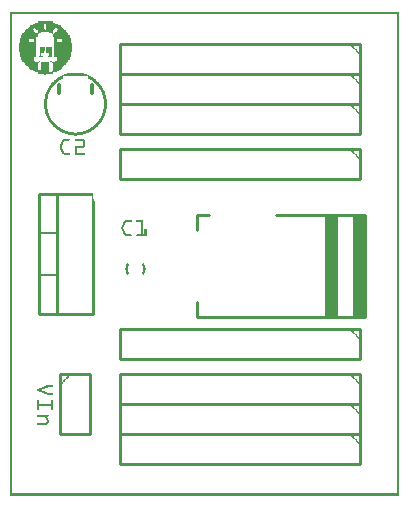
<source format=gto>
G04 MADE WITH FRITZING*
G04 WWW.FRITZING.ORG*
G04 DOUBLE SIDED*
G04 HOLES PLATED*
G04 CONTOUR ON CENTER OF CONTOUR VECTOR*
%ASAXBY*%
%FSLAX23Y23*%
%MOIN*%
%OFA0B0*%
%SFA1.0B1.0*%
%ADD10C,0.010000*%
%ADD11C,0.005000*%
%ADD12R,0.001000X0.001000*%
%LNSILK1*%
G90*
G70*
G54D10*
X889Y936D02*
X1184Y936D01*
D02*
X1184Y936D02*
X1184Y596D01*
D02*
X1184Y596D02*
X624Y596D01*
D02*
X624Y596D02*
X624Y646D01*
D02*
X664Y936D02*
X624Y936D01*
D02*
X624Y936D02*
X624Y886D01*
D02*
X1184Y936D02*
X1184Y596D01*
D02*
X1179Y936D02*
X1179Y596D01*
D02*
X1174Y936D02*
X1174Y596D01*
D02*
X1169Y936D02*
X1169Y596D01*
D02*
X1164Y936D02*
X1164Y596D01*
D02*
X1159Y936D02*
X1159Y596D01*
D02*
X1154Y936D02*
X1154Y596D01*
D02*
X1149Y936D02*
X1149Y596D01*
D02*
X1054Y936D02*
X1054Y596D01*
D02*
X1059Y936D02*
X1059Y596D01*
D02*
X1064Y936D02*
X1064Y596D01*
D02*
X1069Y936D02*
X1069Y596D01*
D02*
X1074Y936D02*
X1074Y596D01*
D02*
X1079Y936D02*
X1079Y596D01*
D02*
X1084Y936D02*
X1084Y596D01*
D02*
X1089Y936D02*
X1089Y596D01*
D02*
X99Y606D02*
X99Y1006D01*
D02*
X279Y606D02*
X99Y606D01*
D02*
X99Y606D02*
X99Y1006D01*
D02*
X99Y1006D02*
X159Y1006D01*
D02*
X159Y1006D02*
X159Y606D01*
D02*
X159Y606D02*
X99Y606D01*
G54D11*
D02*
X99Y736D02*
X159Y736D01*
D02*
X99Y876D02*
X159Y876D01*
G54D10*
D02*
X1169Y1306D02*
X369Y1306D01*
D02*
X369Y1306D02*
X369Y1206D01*
D02*
X369Y1206D02*
X1169Y1206D01*
D02*
X1169Y1206D02*
X1169Y1306D01*
D02*
X1169Y406D02*
X369Y406D01*
D02*
X369Y406D02*
X369Y306D01*
D02*
X369Y306D02*
X1169Y306D01*
D02*
X1169Y306D02*
X1169Y406D01*
D02*
X1169Y1406D02*
X369Y1406D01*
D02*
X369Y1406D02*
X369Y1306D01*
D02*
X369Y1306D02*
X1169Y1306D01*
D02*
X1169Y1306D02*
X1169Y1406D01*
D02*
X1169Y306D02*
X369Y306D01*
D02*
X369Y306D02*
X369Y206D01*
D02*
X369Y206D02*
X1169Y206D01*
D02*
X1169Y206D02*
X1169Y306D01*
D02*
X1169Y1506D02*
X369Y1506D01*
D02*
X369Y1506D02*
X369Y1406D01*
D02*
X369Y1406D02*
X1169Y1406D01*
D02*
X1169Y1406D02*
X1169Y1506D01*
D02*
X1169Y206D02*
X369Y206D01*
D02*
X369Y206D02*
X369Y106D01*
D02*
X369Y106D02*
X1169Y106D01*
D02*
X1169Y106D02*
X1169Y206D01*
D02*
X1169Y1156D02*
X369Y1156D01*
D02*
X369Y1156D02*
X369Y1056D01*
D02*
X369Y1056D02*
X1169Y1056D01*
D02*
X1169Y1056D02*
X1169Y1156D01*
D02*
X1169Y556D02*
X369Y556D01*
D02*
X369Y556D02*
X369Y456D01*
D02*
X369Y456D02*
X1169Y456D01*
D02*
X1169Y456D02*
X1169Y556D01*
D02*
X169Y406D02*
X169Y206D01*
D02*
X169Y206D02*
X269Y206D01*
D02*
X269Y206D02*
X269Y406D01*
D02*
X269Y406D02*
X169Y406D01*
G36*
X94Y1582D02*
X94Y1578D01*
X85Y1578D01*
X85Y1574D01*
X123Y1574D01*
X123Y1561D01*
X157Y1561D01*
X157Y1557D01*
X162Y1557D01*
X162Y1553D01*
X157Y1553D01*
X157Y1548D01*
X153Y1548D01*
X153Y1544D01*
X149Y1544D01*
X149Y1540D01*
X196Y1540D01*
X196Y1544D01*
X191Y1544D01*
X191Y1548D01*
X187Y1548D01*
X187Y1553D01*
X183Y1553D01*
X183Y1557D01*
X179Y1557D01*
X179Y1561D01*
X174Y1561D01*
X174Y1565D01*
X170Y1565D01*
X170Y1570D01*
X162Y1570D01*
X162Y1574D01*
X153Y1574D01*
X153Y1578D01*
X145Y1578D01*
X145Y1582D01*
X94Y1582D01*
G37*
D02*
G36*
X77Y1574D02*
X77Y1570D01*
X68Y1570D01*
X68Y1565D01*
X64Y1565D01*
X64Y1561D01*
X85Y1561D01*
X85Y1557D01*
X89Y1557D01*
X89Y1553D01*
X119Y1553D01*
X119Y1557D01*
X115Y1557D01*
X115Y1574D01*
X77Y1574D01*
G37*
D02*
G36*
X60Y1561D02*
X60Y1557D01*
X55Y1557D01*
X55Y1553D01*
X51Y1553D01*
X51Y1548D01*
X47Y1548D01*
X47Y1544D01*
X85Y1544D01*
X85Y1548D01*
X81Y1548D01*
X81Y1553D01*
X77Y1553D01*
X77Y1557D01*
X81Y1557D01*
X81Y1561D01*
X60Y1561D01*
G37*
D02*
G36*
X123Y1561D02*
X123Y1553D01*
X149Y1553D01*
X149Y1557D01*
X153Y1557D01*
X153Y1561D01*
X123Y1561D01*
G37*
D02*
G36*
X94Y1553D02*
X94Y1548D01*
X145Y1548D01*
X145Y1553D01*
X94Y1553D01*
G37*
D02*
G36*
X94Y1553D02*
X94Y1548D01*
X145Y1548D01*
X145Y1553D01*
X94Y1553D01*
G37*
D02*
G36*
X94Y1548D02*
X94Y1544D01*
X106Y1544D01*
X106Y1548D01*
X94Y1548D01*
G37*
D02*
G36*
X132Y1548D02*
X132Y1544D01*
X140Y1544D01*
X140Y1540D01*
X145Y1540D01*
X145Y1548D01*
X132Y1548D01*
G37*
D02*
G36*
X43Y1544D02*
X43Y1540D01*
X98Y1540D01*
X98Y1544D01*
X43Y1544D01*
G37*
D02*
G36*
X43Y1544D02*
X43Y1540D01*
X98Y1540D01*
X98Y1544D01*
X43Y1544D01*
G37*
D02*
G36*
X43Y1540D02*
X43Y1536D01*
X38Y1536D01*
X38Y1527D01*
X34Y1527D01*
X34Y1523D01*
X81Y1523D01*
X81Y1514D01*
X89Y1514D01*
X89Y1531D01*
X94Y1531D01*
X94Y1540D01*
X43Y1540D01*
G37*
D02*
G36*
X145Y1540D02*
X145Y1531D01*
X149Y1531D01*
X149Y1523D01*
X174Y1523D01*
X174Y1514D01*
X204Y1514D01*
X204Y1527D01*
X200Y1527D01*
X200Y1536D01*
X196Y1536D01*
X196Y1540D01*
X145Y1540D01*
G37*
D02*
G36*
X34Y1523D02*
X34Y1514D01*
X64Y1514D01*
X64Y1523D01*
X34Y1523D01*
G37*
D02*
G36*
X149Y1523D02*
X149Y1514D01*
X157Y1514D01*
X157Y1523D01*
X149Y1523D01*
G37*
D02*
G36*
X34Y1514D02*
X34Y1510D01*
X89Y1510D01*
X89Y1514D01*
X34Y1514D01*
G37*
D02*
G36*
X34Y1514D02*
X34Y1510D01*
X89Y1510D01*
X89Y1514D01*
X34Y1514D01*
G37*
D02*
G36*
X149Y1514D02*
X149Y1510D01*
X204Y1510D01*
X204Y1514D01*
X149Y1514D01*
G37*
D02*
G36*
X149Y1514D02*
X149Y1510D01*
X204Y1510D01*
X204Y1514D01*
X149Y1514D01*
G37*
D02*
G36*
X30Y1510D02*
X30Y1480D01*
X34Y1480D01*
X34Y1463D01*
X38Y1463D01*
X38Y1455D01*
X43Y1455D01*
X43Y1446D01*
X47Y1446D01*
X47Y1442D01*
X51Y1442D01*
X51Y1438D01*
X55Y1438D01*
X55Y1434D01*
X60Y1434D01*
X60Y1429D01*
X64Y1429D01*
X64Y1425D01*
X68Y1425D01*
X68Y1421D01*
X94Y1421D01*
X94Y1442D01*
X98Y1442D01*
X98Y1446D01*
X85Y1446D01*
X85Y1451D01*
X81Y1451D01*
X81Y1463D01*
X89Y1463D01*
X89Y1510D01*
X30Y1510D01*
G37*
D02*
G36*
X149Y1510D02*
X149Y1463D01*
X157Y1463D01*
X157Y1451D01*
X153Y1451D01*
X153Y1446D01*
X140Y1446D01*
X140Y1442D01*
X145Y1442D01*
X145Y1417D01*
X140Y1417D01*
X140Y1412D01*
X157Y1412D01*
X157Y1417D01*
X166Y1417D01*
X166Y1421D01*
X170Y1421D01*
X170Y1425D01*
X174Y1425D01*
X174Y1429D01*
X179Y1429D01*
X179Y1434D01*
X183Y1434D01*
X183Y1438D01*
X187Y1438D01*
X187Y1442D01*
X191Y1442D01*
X191Y1446D01*
X196Y1446D01*
X196Y1455D01*
X200Y1455D01*
X200Y1463D01*
X204Y1463D01*
X204Y1480D01*
X208Y1480D01*
X208Y1510D01*
X149Y1510D01*
G37*
D02*
G36*
X106Y1446D02*
X106Y1421D01*
X132Y1421D01*
X132Y1446D01*
X106Y1446D01*
G37*
D02*
G36*
X77Y1421D02*
X77Y1417D01*
X132Y1417D01*
X132Y1421D01*
X77Y1421D01*
G37*
D02*
G36*
X77Y1421D02*
X77Y1417D01*
X132Y1417D01*
X132Y1421D01*
X77Y1421D01*
G37*
D02*
G36*
X85Y1417D02*
X85Y1412D01*
X132Y1412D01*
X132Y1417D01*
X85Y1417D01*
G37*
D02*
G36*
X94Y1412D02*
X94Y1408D01*
X145Y1408D01*
X145Y1412D01*
X94Y1412D01*
G37*
D02*
G36*
X94Y1412D02*
X94Y1408D01*
X145Y1408D01*
X145Y1412D01*
X94Y1412D01*
G37*
D02*
G36*
X115Y1408D02*
X115Y1404D01*
X123Y1404D01*
X123Y1408D01*
X115Y1408D01*
G37*
D02*
G36*
X102Y1497D02*
X102Y1468D01*
X98Y1468D01*
X98Y1463D01*
X111Y1463D01*
X111Y1468D01*
X106Y1468D01*
X106Y1476D01*
X115Y1476D01*
X115Y1485D01*
X119Y1485D01*
X119Y1497D01*
X102Y1497D01*
G37*
D02*
G36*
X123Y1497D02*
X123Y1476D01*
X132Y1476D01*
X132Y1468D01*
X128Y1468D01*
X128Y1463D01*
X140Y1463D01*
X140Y1497D01*
X123Y1497D01*
G37*
D02*
G36*
X98Y1451D02*
X98Y1446D01*
X102Y1446D01*
X102Y1451D01*
X98Y1451D01*
G37*
D02*
G36*
X136Y1451D02*
X136Y1446D01*
X140Y1446D01*
X140Y1451D01*
X136Y1451D01*
G37*
D02*
G54D12*
X1Y1614D02*
X1299Y1614D01*
X1Y1613D02*
X1299Y1613D01*
X1Y1612D02*
X1299Y1612D01*
X1Y1611D02*
X1299Y1611D01*
X1Y1610D02*
X1299Y1610D01*
X1Y1609D02*
X1299Y1609D01*
X1Y1608D02*
X1299Y1608D01*
X1Y1607D02*
X1299Y1607D01*
X1Y1606D02*
X8Y1606D01*
X1292Y1606D02*
X1299Y1606D01*
X1Y1605D02*
X8Y1605D01*
X1292Y1605D02*
X1299Y1605D01*
X1Y1604D02*
X8Y1604D01*
X1292Y1604D02*
X1299Y1604D01*
X1Y1603D02*
X8Y1603D01*
X1292Y1603D02*
X1299Y1603D01*
X1Y1602D02*
X8Y1602D01*
X1292Y1602D02*
X1299Y1602D01*
X1Y1601D02*
X8Y1601D01*
X1292Y1601D02*
X1299Y1601D01*
X1Y1600D02*
X8Y1600D01*
X1292Y1600D02*
X1299Y1600D01*
X1Y1599D02*
X8Y1599D01*
X1292Y1599D02*
X1299Y1599D01*
X1Y1598D02*
X8Y1598D01*
X1292Y1598D02*
X1299Y1598D01*
X1Y1597D02*
X8Y1597D01*
X1292Y1597D02*
X1299Y1597D01*
X1Y1596D02*
X8Y1596D01*
X1292Y1596D02*
X1299Y1596D01*
X1Y1595D02*
X8Y1595D01*
X1292Y1595D02*
X1299Y1595D01*
X1Y1594D02*
X8Y1594D01*
X1292Y1594D02*
X1299Y1594D01*
X1Y1593D02*
X8Y1593D01*
X1292Y1593D02*
X1299Y1593D01*
X1Y1592D02*
X8Y1592D01*
X1292Y1592D02*
X1299Y1592D01*
X1Y1591D02*
X8Y1591D01*
X1292Y1591D02*
X1299Y1591D01*
X1Y1590D02*
X8Y1590D01*
X1292Y1590D02*
X1299Y1590D01*
X1Y1589D02*
X8Y1589D01*
X1292Y1589D02*
X1299Y1589D01*
X1Y1588D02*
X8Y1588D01*
X1292Y1588D02*
X1299Y1588D01*
X1Y1587D02*
X8Y1587D01*
X1292Y1587D02*
X1299Y1587D01*
X1Y1586D02*
X8Y1586D01*
X1292Y1586D02*
X1299Y1586D01*
X1Y1585D02*
X8Y1585D01*
X1292Y1585D02*
X1299Y1585D01*
X1Y1584D02*
X8Y1584D01*
X1292Y1584D02*
X1299Y1584D01*
X1Y1583D02*
X8Y1583D01*
X1292Y1583D02*
X1299Y1583D01*
X1Y1582D02*
X8Y1582D01*
X1292Y1582D02*
X1299Y1582D01*
X1Y1581D02*
X8Y1581D01*
X1292Y1581D02*
X1299Y1581D01*
X1Y1580D02*
X8Y1580D01*
X1292Y1580D02*
X1299Y1580D01*
X1Y1579D02*
X8Y1579D01*
X1292Y1579D02*
X1299Y1579D01*
X1Y1578D02*
X8Y1578D01*
X1292Y1578D02*
X1299Y1578D01*
X1Y1577D02*
X8Y1577D01*
X1292Y1577D02*
X1299Y1577D01*
X1Y1576D02*
X8Y1576D01*
X1292Y1576D02*
X1299Y1576D01*
X1Y1575D02*
X8Y1575D01*
X1292Y1575D02*
X1299Y1575D01*
X1Y1574D02*
X8Y1574D01*
X1292Y1574D02*
X1299Y1574D01*
X1Y1573D02*
X8Y1573D01*
X1292Y1573D02*
X1299Y1573D01*
X1Y1572D02*
X8Y1572D01*
X1292Y1572D02*
X1299Y1572D01*
X1Y1571D02*
X8Y1571D01*
X1292Y1571D02*
X1299Y1571D01*
X1Y1570D02*
X8Y1570D01*
X1292Y1570D02*
X1299Y1570D01*
X1Y1569D02*
X8Y1569D01*
X1292Y1569D02*
X1299Y1569D01*
X1Y1568D02*
X8Y1568D01*
X1292Y1568D02*
X1299Y1568D01*
X1Y1567D02*
X8Y1567D01*
X1292Y1567D02*
X1299Y1567D01*
X1Y1566D02*
X8Y1566D01*
X1292Y1566D02*
X1299Y1566D01*
X1Y1565D02*
X8Y1565D01*
X1292Y1565D02*
X1299Y1565D01*
X1Y1564D02*
X8Y1564D01*
X1292Y1564D02*
X1299Y1564D01*
X1Y1563D02*
X8Y1563D01*
X1292Y1563D02*
X1299Y1563D01*
X1Y1562D02*
X8Y1562D01*
X1292Y1562D02*
X1299Y1562D01*
X1Y1561D02*
X8Y1561D01*
X1292Y1561D02*
X1299Y1561D01*
X1Y1560D02*
X8Y1560D01*
X1292Y1560D02*
X1299Y1560D01*
X1Y1559D02*
X8Y1559D01*
X1292Y1559D02*
X1299Y1559D01*
X1Y1558D02*
X8Y1558D01*
X1292Y1558D02*
X1299Y1558D01*
X1Y1557D02*
X8Y1557D01*
X1292Y1557D02*
X1299Y1557D01*
X1Y1556D02*
X8Y1556D01*
X1292Y1556D02*
X1299Y1556D01*
X1Y1555D02*
X8Y1555D01*
X1292Y1555D02*
X1299Y1555D01*
X1Y1554D02*
X8Y1554D01*
X1292Y1554D02*
X1299Y1554D01*
X1Y1553D02*
X8Y1553D01*
X1292Y1553D02*
X1299Y1553D01*
X1Y1552D02*
X8Y1552D01*
X1292Y1552D02*
X1299Y1552D01*
X1Y1551D02*
X8Y1551D01*
X1292Y1551D02*
X1299Y1551D01*
X1Y1550D02*
X8Y1550D01*
X1292Y1550D02*
X1299Y1550D01*
X1Y1549D02*
X8Y1549D01*
X1292Y1549D02*
X1299Y1549D01*
X1Y1548D02*
X8Y1548D01*
X1292Y1548D02*
X1299Y1548D01*
X1Y1547D02*
X8Y1547D01*
X1292Y1547D02*
X1299Y1547D01*
X1Y1546D02*
X8Y1546D01*
X1292Y1546D02*
X1299Y1546D01*
X1Y1545D02*
X8Y1545D01*
X1292Y1545D02*
X1299Y1545D01*
X1Y1544D02*
X8Y1544D01*
X1292Y1544D02*
X1299Y1544D01*
X1Y1543D02*
X8Y1543D01*
X1292Y1543D02*
X1299Y1543D01*
X1Y1542D02*
X8Y1542D01*
X1292Y1542D02*
X1299Y1542D01*
X1Y1541D02*
X8Y1541D01*
X1292Y1541D02*
X1299Y1541D01*
X1Y1540D02*
X8Y1540D01*
X1292Y1540D02*
X1299Y1540D01*
X1Y1539D02*
X8Y1539D01*
X1292Y1539D02*
X1299Y1539D01*
X1Y1538D02*
X8Y1538D01*
X1292Y1538D02*
X1299Y1538D01*
X1Y1537D02*
X8Y1537D01*
X1292Y1537D02*
X1299Y1537D01*
X1Y1536D02*
X8Y1536D01*
X1292Y1536D02*
X1299Y1536D01*
X1Y1535D02*
X8Y1535D01*
X1292Y1535D02*
X1299Y1535D01*
X1Y1534D02*
X8Y1534D01*
X1292Y1534D02*
X1299Y1534D01*
X1Y1533D02*
X8Y1533D01*
X1292Y1533D02*
X1299Y1533D01*
X1Y1532D02*
X8Y1532D01*
X1292Y1532D02*
X1299Y1532D01*
X1Y1531D02*
X8Y1531D01*
X1292Y1531D02*
X1299Y1531D01*
X1Y1530D02*
X8Y1530D01*
X1292Y1530D02*
X1299Y1530D01*
X1Y1529D02*
X8Y1529D01*
X1292Y1529D02*
X1299Y1529D01*
X1Y1528D02*
X8Y1528D01*
X1292Y1528D02*
X1299Y1528D01*
X1Y1527D02*
X8Y1527D01*
X1292Y1527D02*
X1299Y1527D01*
X1Y1526D02*
X8Y1526D01*
X1292Y1526D02*
X1299Y1526D01*
X1Y1525D02*
X8Y1525D01*
X1292Y1525D02*
X1299Y1525D01*
X1Y1524D02*
X8Y1524D01*
X1292Y1524D02*
X1299Y1524D01*
X1Y1523D02*
X8Y1523D01*
X1292Y1523D02*
X1299Y1523D01*
X1Y1522D02*
X8Y1522D01*
X1292Y1522D02*
X1299Y1522D01*
X1Y1521D02*
X8Y1521D01*
X1292Y1521D02*
X1299Y1521D01*
X1Y1520D02*
X8Y1520D01*
X1292Y1520D02*
X1299Y1520D01*
X1Y1519D02*
X8Y1519D01*
X1292Y1519D02*
X1299Y1519D01*
X1Y1518D02*
X8Y1518D01*
X1292Y1518D02*
X1299Y1518D01*
X1Y1517D02*
X8Y1517D01*
X1292Y1517D02*
X1299Y1517D01*
X1Y1516D02*
X8Y1516D01*
X1292Y1516D02*
X1299Y1516D01*
X1Y1515D02*
X8Y1515D01*
X1292Y1515D02*
X1299Y1515D01*
X1Y1514D02*
X8Y1514D01*
X1292Y1514D02*
X1299Y1514D01*
X1Y1513D02*
X8Y1513D01*
X1292Y1513D02*
X1299Y1513D01*
X1Y1512D02*
X8Y1512D01*
X1292Y1512D02*
X1299Y1512D01*
X1Y1511D02*
X8Y1511D01*
X1292Y1511D02*
X1299Y1511D01*
X1Y1510D02*
X8Y1510D01*
X1292Y1510D02*
X1299Y1510D01*
X1Y1509D02*
X8Y1509D01*
X1292Y1509D02*
X1299Y1509D01*
X1Y1508D02*
X8Y1508D01*
X1136Y1508D02*
X1136Y1508D01*
X1292Y1508D02*
X1299Y1508D01*
X1Y1507D02*
X8Y1507D01*
X1135Y1507D02*
X1137Y1507D01*
X1292Y1507D02*
X1299Y1507D01*
X1Y1506D02*
X8Y1506D01*
X1134Y1506D02*
X1138Y1506D01*
X1292Y1506D02*
X1299Y1506D01*
X1Y1505D02*
X8Y1505D01*
X1133Y1505D02*
X1139Y1505D01*
X1292Y1505D02*
X1299Y1505D01*
X1Y1504D02*
X8Y1504D01*
X1134Y1504D02*
X1140Y1504D01*
X1292Y1504D02*
X1299Y1504D01*
X1Y1503D02*
X8Y1503D01*
X1135Y1503D02*
X1141Y1503D01*
X1292Y1503D02*
X1299Y1503D01*
X1Y1502D02*
X8Y1502D01*
X1136Y1502D02*
X1142Y1502D01*
X1292Y1502D02*
X1299Y1502D01*
X1Y1501D02*
X8Y1501D01*
X1137Y1501D02*
X1143Y1501D01*
X1292Y1501D02*
X1299Y1501D01*
X1Y1500D02*
X8Y1500D01*
X1138Y1500D02*
X1144Y1500D01*
X1292Y1500D02*
X1299Y1500D01*
X1Y1499D02*
X8Y1499D01*
X1139Y1499D02*
X1145Y1499D01*
X1292Y1499D02*
X1299Y1499D01*
X1Y1498D02*
X8Y1498D01*
X1140Y1498D02*
X1146Y1498D01*
X1292Y1498D02*
X1299Y1498D01*
X1Y1497D02*
X8Y1497D01*
X1141Y1497D02*
X1147Y1497D01*
X1292Y1497D02*
X1299Y1497D01*
X1Y1496D02*
X8Y1496D01*
X1142Y1496D02*
X1148Y1496D01*
X1292Y1496D02*
X1299Y1496D01*
X1Y1495D02*
X8Y1495D01*
X1143Y1495D02*
X1149Y1495D01*
X1292Y1495D02*
X1299Y1495D01*
X1Y1494D02*
X8Y1494D01*
X1144Y1494D02*
X1150Y1494D01*
X1292Y1494D02*
X1299Y1494D01*
X1Y1493D02*
X8Y1493D01*
X1145Y1493D02*
X1151Y1493D01*
X1292Y1493D02*
X1299Y1493D01*
X1Y1492D02*
X8Y1492D01*
X1146Y1492D02*
X1152Y1492D01*
X1292Y1492D02*
X1299Y1492D01*
X1Y1491D02*
X8Y1491D01*
X1148Y1491D02*
X1153Y1491D01*
X1292Y1491D02*
X1299Y1491D01*
X1Y1490D02*
X8Y1490D01*
X1149Y1490D02*
X1154Y1490D01*
X1292Y1490D02*
X1299Y1490D01*
X1Y1489D02*
X8Y1489D01*
X1150Y1489D02*
X1155Y1489D01*
X1292Y1489D02*
X1299Y1489D01*
X1Y1488D02*
X8Y1488D01*
X1151Y1488D02*
X1156Y1488D01*
X1292Y1488D02*
X1299Y1488D01*
X1Y1487D02*
X8Y1487D01*
X1152Y1487D02*
X1157Y1487D01*
X1292Y1487D02*
X1299Y1487D01*
X1Y1486D02*
X8Y1486D01*
X1153Y1486D02*
X1158Y1486D01*
X1292Y1486D02*
X1299Y1486D01*
X1Y1485D02*
X8Y1485D01*
X1154Y1485D02*
X1159Y1485D01*
X1292Y1485D02*
X1299Y1485D01*
X1Y1484D02*
X8Y1484D01*
X1154Y1484D02*
X1160Y1484D01*
X1292Y1484D02*
X1299Y1484D01*
X1Y1483D02*
X8Y1483D01*
X1155Y1483D02*
X1161Y1483D01*
X1292Y1483D02*
X1299Y1483D01*
X1Y1482D02*
X8Y1482D01*
X1156Y1482D02*
X1162Y1482D01*
X1292Y1482D02*
X1299Y1482D01*
X1Y1481D02*
X8Y1481D01*
X1157Y1481D02*
X1163Y1481D01*
X1292Y1481D02*
X1299Y1481D01*
X1Y1480D02*
X8Y1480D01*
X1158Y1480D02*
X1164Y1480D01*
X1292Y1480D02*
X1299Y1480D01*
X1Y1479D02*
X8Y1479D01*
X1159Y1479D02*
X1165Y1479D01*
X1292Y1479D02*
X1299Y1479D01*
X1Y1478D02*
X8Y1478D01*
X1160Y1478D02*
X1166Y1478D01*
X1292Y1478D02*
X1299Y1478D01*
X1Y1477D02*
X8Y1477D01*
X1161Y1477D02*
X1167Y1477D01*
X1292Y1477D02*
X1299Y1477D01*
X1Y1476D02*
X8Y1476D01*
X1162Y1476D02*
X1168Y1476D01*
X1292Y1476D02*
X1299Y1476D01*
X1Y1475D02*
X8Y1475D01*
X1163Y1475D02*
X1169Y1475D01*
X1292Y1475D02*
X1299Y1475D01*
X1Y1474D02*
X8Y1474D01*
X1164Y1474D02*
X1170Y1474D01*
X1292Y1474D02*
X1299Y1474D01*
X1Y1473D02*
X8Y1473D01*
X1165Y1473D02*
X1170Y1473D01*
X1292Y1473D02*
X1299Y1473D01*
X1Y1472D02*
X8Y1472D01*
X1166Y1472D02*
X1169Y1472D01*
X1292Y1472D02*
X1299Y1472D01*
X1Y1471D02*
X8Y1471D01*
X1167Y1471D02*
X1168Y1471D01*
X1292Y1471D02*
X1299Y1471D01*
X1Y1470D02*
X8Y1470D01*
X1292Y1470D02*
X1299Y1470D01*
X1Y1469D02*
X8Y1469D01*
X1292Y1469D02*
X1299Y1469D01*
X1Y1468D02*
X8Y1468D01*
X1292Y1468D02*
X1299Y1468D01*
X1Y1467D02*
X8Y1467D01*
X1292Y1467D02*
X1299Y1467D01*
X1Y1466D02*
X8Y1466D01*
X1292Y1466D02*
X1299Y1466D01*
X1Y1465D02*
X8Y1465D01*
X1292Y1465D02*
X1299Y1465D01*
X1Y1464D02*
X8Y1464D01*
X1292Y1464D02*
X1299Y1464D01*
X1Y1463D02*
X8Y1463D01*
X1292Y1463D02*
X1299Y1463D01*
X1Y1462D02*
X8Y1462D01*
X1292Y1462D02*
X1299Y1462D01*
X1Y1461D02*
X8Y1461D01*
X1292Y1461D02*
X1299Y1461D01*
X1Y1460D02*
X8Y1460D01*
X1292Y1460D02*
X1299Y1460D01*
X1Y1459D02*
X8Y1459D01*
X1292Y1459D02*
X1299Y1459D01*
X1Y1458D02*
X8Y1458D01*
X1292Y1458D02*
X1299Y1458D01*
X1Y1457D02*
X8Y1457D01*
X1292Y1457D02*
X1299Y1457D01*
X1Y1456D02*
X8Y1456D01*
X1292Y1456D02*
X1299Y1456D01*
X1Y1455D02*
X8Y1455D01*
X1292Y1455D02*
X1299Y1455D01*
X1Y1454D02*
X8Y1454D01*
X1292Y1454D02*
X1299Y1454D01*
X1Y1453D02*
X8Y1453D01*
X1292Y1453D02*
X1299Y1453D01*
X1Y1452D02*
X8Y1452D01*
X1292Y1452D02*
X1299Y1452D01*
X1Y1451D02*
X8Y1451D01*
X1292Y1451D02*
X1299Y1451D01*
X1Y1450D02*
X8Y1450D01*
X1292Y1450D02*
X1299Y1450D01*
X1Y1449D02*
X8Y1449D01*
X1292Y1449D02*
X1299Y1449D01*
X1Y1448D02*
X8Y1448D01*
X1292Y1448D02*
X1299Y1448D01*
X1Y1447D02*
X8Y1447D01*
X1292Y1447D02*
X1299Y1447D01*
X1Y1446D02*
X8Y1446D01*
X1292Y1446D02*
X1299Y1446D01*
X1Y1445D02*
X8Y1445D01*
X1292Y1445D02*
X1299Y1445D01*
X1Y1444D02*
X8Y1444D01*
X1292Y1444D02*
X1299Y1444D01*
X1Y1443D02*
X8Y1443D01*
X1292Y1443D02*
X1299Y1443D01*
X1Y1442D02*
X8Y1442D01*
X1292Y1442D02*
X1299Y1442D01*
X1Y1441D02*
X8Y1441D01*
X1292Y1441D02*
X1299Y1441D01*
X1Y1440D02*
X8Y1440D01*
X1292Y1440D02*
X1299Y1440D01*
X1Y1439D02*
X8Y1439D01*
X1292Y1439D02*
X1299Y1439D01*
X1Y1438D02*
X8Y1438D01*
X1292Y1438D02*
X1299Y1438D01*
X1Y1437D02*
X8Y1437D01*
X1292Y1437D02*
X1299Y1437D01*
X1Y1436D02*
X8Y1436D01*
X1292Y1436D02*
X1299Y1436D01*
X1Y1435D02*
X8Y1435D01*
X1292Y1435D02*
X1299Y1435D01*
X1Y1434D02*
X8Y1434D01*
X1292Y1434D02*
X1299Y1434D01*
X1Y1433D02*
X8Y1433D01*
X1292Y1433D02*
X1299Y1433D01*
X1Y1432D02*
X8Y1432D01*
X1292Y1432D02*
X1299Y1432D01*
X1Y1431D02*
X8Y1431D01*
X1292Y1431D02*
X1299Y1431D01*
X1Y1430D02*
X8Y1430D01*
X1292Y1430D02*
X1299Y1430D01*
X1Y1429D02*
X8Y1429D01*
X1292Y1429D02*
X1299Y1429D01*
X1Y1428D02*
X8Y1428D01*
X1292Y1428D02*
X1299Y1428D01*
X1Y1427D02*
X8Y1427D01*
X1292Y1427D02*
X1299Y1427D01*
X1Y1426D02*
X8Y1426D01*
X1292Y1426D02*
X1299Y1426D01*
X1Y1425D02*
X8Y1425D01*
X1292Y1425D02*
X1299Y1425D01*
X1Y1424D02*
X8Y1424D01*
X1292Y1424D02*
X1299Y1424D01*
X1Y1423D02*
X8Y1423D01*
X1292Y1423D02*
X1299Y1423D01*
X1Y1422D02*
X8Y1422D01*
X1292Y1422D02*
X1299Y1422D01*
X1Y1421D02*
X8Y1421D01*
X1292Y1421D02*
X1299Y1421D01*
X1Y1420D02*
X8Y1420D01*
X1292Y1420D02*
X1299Y1420D01*
X1Y1419D02*
X8Y1419D01*
X1292Y1419D02*
X1299Y1419D01*
X1Y1418D02*
X8Y1418D01*
X1292Y1418D02*
X1299Y1418D01*
X1Y1417D02*
X8Y1417D01*
X1292Y1417D02*
X1299Y1417D01*
X1Y1416D02*
X8Y1416D01*
X1292Y1416D02*
X1299Y1416D01*
X1Y1415D02*
X8Y1415D01*
X1292Y1415D02*
X1299Y1415D01*
X1Y1414D02*
X8Y1414D01*
X1292Y1414D02*
X1299Y1414D01*
X1Y1413D02*
X8Y1413D01*
X1292Y1413D02*
X1299Y1413D01*
X1Y1412D02*
X8Y1412D01*
X1292Y1412D02*
X1299Y1412D01*
X1Y1411D02*
X8Y1411D01*
X207Y1411D02*
X232Y1411D01*
X1292Y1411D02*
X1299Y1411D01*
X1Y1410D02*
X8Y1410D01*
X201Y1410D02*
X238Y1410D01*
X1292Y1410D02*
X1299Y1410D01*
X1Y1409D02*
X8Y1409D01*
X196Y1409D02*
X243Y1409D01*
X1292Y1409D02*
X1299Y1409D01*
X1Y1408D02*
X8Y1408D01*
X192Y1408D02*
X247Y1408D01*
X1136Y1408D02*
X1136Y1408D01*
X1292Y1408D02*
X1299Y1408D01*
X1Y1407D02*
X8Y1407D01*
X189Y1407D02*
X250Y1407D01*
X1135Y1407D02*
X1137Y1407D01*
X1292Y1407D02*
X1299Y1407D01*
X1Y1406D02*
X8Y1406D01*
X186Y1406D02*
X253Y1406D01*
X1134Y1406D02*
X1138Y1406D01*
X1292Y1406D02*
X1299Y1406D01*
X1Y1405D02*
X8Y1405D01*
X183Y1405D02*
X256Y1405D01*
X1133Y1405D02*
X1139Y1405D01*
X1292Y1405D02*
X1299Y1405D01*
X1Y1404D02*
X8Y1404D01*
X181Y1404D02*
X259Y1404D01*
X1134Y1404D02*
X1140Y1404D01*
X1292Y1404D02*
X1299Y1404D01*
X1Y1403D02*
X8Y1403D01*
X178Y1403D02*
X261Y1403D01*
X1135Y1403D02*
X1141Y1403D01*
X1292Y1403D02*
X1299Y1403D01*
X1Y1402D02*
X8Y1402D01*
X176Y1402D02*
X263Y1402D01*
X1136Y1402D02*
X1142Y1402D01*
X1292Y1402D02*
X1299Y1402D01*
X1Y1401D02*
X8Y1401D01*
X174Y1401D02*
X207Y1401D01*
X233Y1401D02*
X265Y1401D01*
X1137Y1401D02*
X1143Y1401D01*
X1292Y1401D02*
X1299Y1401D01*
X1Y1400D02*
X8Y1400D01*
X172Y1400D02*
X200Y1400D01*
X239Y1400D02*
X267Y1400D01*
X1138Y1400D02*
X1144Y1400D01*
X1292Y1400D02*
X1299Y1400D01*
X1Y1399D02*
X8Y1399D01*
X170Y1399D02*
X177Y1399D01*
X262Y1399D02*
X269Y1399D01*
X1139Y1399D02*
X1145Y1399D01*
X1292Y1399D02*
X1299Y1399D01*
X1Y1398D02*
X8Y1398D01*
X168Y1398D02*
X177Y1398D01*
X263Y1398D02*
X271Y1398D01*
X1140Y1398D02*
X1146Y1398D01*
X1292Y1398D02*
X1299Y1398D01*
X1Y1397D02*
X8Y1397D01*
X167Y1397D02*
X177Y1397D01*
X263Y1397D02*
X273Y1397D01*
X1141Y1397D02*
X1147Y1397D01*
X1292Y1397D02*
X1299Y1397D01*
X1Y1396D02*
X8Y1396D01*
X165Y1396D02*
X177Y1396D01*
X263Y1396D02*
X274Y1396D01*
X1142Y1396D02*
X1148Y1396D01*
X1292Y1396D02*
X1299Y1396D01*
X1Y1395D02*
X8Y1395D01*
X163Y1395D02*
X177Y1395D01*
X263Y1395D02*
X276Y1395D01*
X1143Y1395D02*
X1149Y1395D01*
X1292Y1395D02*
X1299Y1395D01*
X1Y1394D02*
X8Y1394D01*
X162Y1394D02*
X177Y1394D01*
X263Y1394D02*
X277Y1394D01*
X1144Y1394D02*
X1150Y1394D01*
X1292Y1394D02*
X1299Y1394D01*
X1Y1393D02*
X8Y1393D01*
X160Y1393D02*
X177Y1393D01*
X263Y1393D02*
X279Y1393D01*
X1145Y1393D02*
X1151Y1393D01*
X1292Y1393D02*
X1299Y1393D01*
X1Y1392D02*
X8Y1392D01*
X159Y1392D02*
X177Y1392D01*
X263Y1392D02*
X280Y1392D01*
X1146Y1392D02*
X1152Y1392D01*
X1292Y1392D02*
X1299Y1392D01*
X1Y1391D02*
X8Y1391D01*
X158Y1391D02*
X175Y1391D01*
X264Y1391D02*
X282Y1391D01*
X1148Y1391D02*
X1153Y1391D01*
X1292Y1391D02*
X1299Y1391D01*
X1Y1390D02*
X8Y1390D01*
X156Y1390D02*
X173Y1390D01*
X266Y1390D02*
X283Y1390D01*
X1149Y1390D02*
X1154Y1390D01*
X1292Y1390D02*
X1299Y1390D01*
X1Y1389D02*
X8Y1389D01*
X155Y1389D02*
X171Y1389D01*
X268Y1389D02*
X284Y1389D01*
X1150Y1389D02*
X1155Y1389D01*
X1292Y1389D02*
X1299Y1389D01*
X1Y1388D02*
X8Y1388D01*
X154Y1388D02*
X170Y1388D01*
X269Y1388D02*
X286Y1388D01*
X1151Y1388D02*
X1156Y1388D01*
X1292Y1388D02*
X1299Y1388D01*
X1Y1387D02*
X8Y1387D01*
X152Y1387D02*
X168Y1387D01*
X271Y1387D02*
X287Y1387D01*
X1152Y1387D02*
X1157Y1387D01*
X1292Y1387D02*
X1299Y1387D01*
X1Y1386D02*
X8Y1386D01*
X151Y1386D02*
X167Y1386D01*
X273Y1386D02*
X288Y1386D01*
X1153Y1386D02*
X1158Y1386D01*
X1292Y1386D02*
X1299Y1386D01*
X1Y1385D02*
X8Y1385D01*
X150Y1385D02*
X165Y1385D01*
X274Y1385D02*
X289Y1385D01*
X1154Y1385D02*
X1159Y1385D01*
X1292Y1385D02*
X1299Y1385D01*
X1Y1384D02*
X8Y1384D01*
X149Y1384D02*
X164Y1384D01*
X275Y1384D02*
X290Y1384D01*
X1154Y1384D02*
X1160Y1384D01*
X1292Y1384D02*
X1299Y1384D01*
X1Y1383D02*
X8Y1383D01*
X148Y1383D02*
X162Y1383D01*
X277Y1383D02*
X291Y1383D01*
X1155Y1383D02*
X1161Y1383D01*
X1292Y1383D02*
X1299Y1383D01*
X1Y1382D02*
X8Y1382D01*
X147Y1382D02*
X161Y1382D01*
X278Y1382D02*
X292Y1382D01*
X1156Y1382D02*
X1162Y1382D01*
X1292Y1382D02*
X1299Y1382D01*
X1Y1381D02*
X8Y1381D01*
X146Y1381D02*
X160Y1381D01*
X279Y1381D02*
X293Y1381D01*
X1157Y1381D02*
X1163Y1381D01*
X1292Y1381D02*
X1299Y1381D01*
X1Y1380D02*
X8Y1380D01*
X145Y1380D02*
X159Y1380D01*
X281Y1380D02*
X294Y1380D01*
X1158Y1380D02*
X1164Y1380D01*
X1292Y1380D02*
X1299Y1380D01*
X1Y1379D02*
X8Y1379D01*
X144Y1379D02*
X157Y1379D01*
X282Y1379D02*
X295Y1379D01*
X1159Y1379D02*
X1165Y1379D01*
X1292Y1379D02*
X1299Y1379D01*
X1Y1378D02*
X8Y1378D01*
X143Y1378D02*
X156Y1378D01*
X283Y1378D02*
X296Y1378D01*
X1160Y1378D02*
X1166Y1378D01*
X1292Y1378D02*
X1299Y1378D01*
X1Y1377D02*
X8Y1377D01*
X142Y1377D02*
X155Y1377D01*
X163Y1377D02*
X166Y1377D01*
X273Y1377D02*
X276Y1377D01*
X284Y1377D02*
X297Y1377D01*
X1161Y1377D02*
X1167Y1377D01*
X1292Y1377D02*
X1299Y1377D01*
X1Y1376D02*
X8Y1376D01*
X141Y1376D02*
X154Y1376D01*
X162Y1376D02*
X168Y1376D01*
X272Y1376D02*
X278Y1376D01*
X285Y1376D02*
X298Y1376D01*
X1162Y1376D02*
X1168Y1376D01*
X1292Y1376D02*
X1299Y1376D01*
X1Y1375D02*
X8Y1375D01*
X140Y1375D02*
X153Y1375D01*
X161Y1375D02*
X168Y1375D01*
X271Y1375D02*
X278Y1375D01*
X286Y1375D02*
X299Y1375D01*
X1163Y1375D02*
X1169Y1375D01*
X1292Y1375D02*
X1299Y1375D01*
X1Y1374D02*
X8Y1374D01*
X139Y1374D02*
X152Y1374D01*
X160Y1374D02*
X169Y1374D01*
X270Y1374D02*
X279Y1374D01*
X287Y1374D02*
X300Y1374D01*
X1164Y1374D02*
X1170Y1374D01*
X1292Y1374D02*
X1299Y1374D01*
X1Y1373D02*
X8Y1373D01*
X139Y1373D02*
X151Y1373D01*
X160Y1373D02*
X169Y1373D01*
X270Y1373D02*
X279Y1373D01*
X288Y1373D02*
X301Y1373D01*
X1165Y1373D02*
X1170Y1373D01*
X1292Y1373D02*
X1299Y1373D01*
X1Y1372D02*
X8Y1372D01*
X138Y1372D02*
X150Y1372D01*
X160Y1372D02*
X170Y1372D01*
X270Y1372D02*
X280Y1372D01*
X289Y1372D02*
X301Y1372D01*
X1166Y1372D02*
X1169Y1372D01*
X1292Y1372D02*
X1299Y1372D01*
X1Y1371D02*
X8Y1371D01*
X137Y1371D02*
X149Y1371D01*
X160Y1371D02*
X170Y1371D01*
X270Y1371D02*
X280Y1371D01*
X290Y1371D02*
X302Y1371D01*
X1167Y1371D02*
X1168Y1371D01*
X1292Y1371D02*
X1299Y1371D01*
X1Y1370D02*
X8Y1370D01*
X136Y1370D02*
X148Y1370D01*
X160Y1370D02*
X170Y1370D01*
X270Y1370D02*
X280Y1370D01*
X291Y1370D02*
X303Y1370D01*
X1292Y1370D02*
X1299Y1370D01*
X1Y1369D02*
X8Y1369D01*
X136Y1369D02*
X147Y1369D01*
X160Y1369D02*
X170Y1369D01*
X270Y1369D02*
X280Y1369D01*
X292Y1369D02*
X303Y1369D01*
X1292Y1369D02*
X1299Y1369D01*
X1Y1368D02*
X8Y1368D01*
X135Y1368D02*
X146Y1368D01*
X160Y1368D02*
X170Y1368D01*
X270Y1368D02*
X280Y1368D01*
X293Y1368D02*
X304Y1368D01*
X1292Y1368D02*
X1299Y1368D01*
X1Y1367D02*
X8Y1367D01*
X134Y1367D02*
X146Y1367D01*
X160Y1367D02*
X170Y1367D01*
X270Y1367D02*
X280Y1367D01*
X294Y1367D02*
X305Y1367D01*
X1292Y1367D02*
X1299Y1367D01*
X1Y1366D02*
X8Y1366D01*
X133Y1366D02*
X145Y1366D01*
X160Y1366D02*
X170Y1366D01*
X270Y1366D02*
X280Y1366D01*
X294Y1366D02*
X306Y1366D01*
X1292Y1366D02*
X1299Y1366D01*
X1Y1365D02*
X8Y1365D01*
X133Y1365D02*
X144Y1365D01*
X160Y1365D02*
X170Y1365D01*
X270Y1365D02*
X280Y1365D01*
X295Y1365D02*
X306Y1365D01*
X1292Y1365D02*
X1299Y1365D01*
X1Y1364D02*
X8Y1364D01*
X132Y1364D02*
X143Y1364D01*
X160Y1364D02*
X170Y1364D01*
X270Y1364D02*
X280Y1364D01*
X296Y1364D02*
X307Y1364D01*
X1292Y1364D02*
X1299Y1364D01*
X1Y1363D02*
X8Y1363D01*
X132Y1363D02*
X143Y1363D01*
X160Y1363D02*
X170Y1363D01*
X270Y1363D02*
X280Y1363D01*
X297Y1363D02*
X308Y1363D01*
X1292Y1363D02*
X1299Y1363D01*
X1Y1362D02*
X8Y1362D01*
X131Y1362D02*
X142Y1362D01*
X160Y1362D02*
X170Y1362D01*
X270Y1362D02*
X280Y1362D01*
X297Y1362D02*
X308Y1362D01*
X1292Y1362D02*
X1299Y1362D01*
X1Y1361D02*
X8Y1361D01*
X130Y1361D02*
X141Y1361D01*
X160Y1361D02*
X170Y1361D01*
X270Y1361D02*
X280Y1361D01*
X298Y1361D02*
X309Y1361D01*
X1292Y1361D02*
X1299Y1361D01*
X1Y1360D02*
X8Y1360D01*
X130Y1360D02*
X140Y1360D01*
X160Y1360D02*
X170Y1360D01*
X270Y1360D02*
X280Y1360D01*
X299Y1360D02*
X309Y1360D01*
X1292Y1360D02*
X1299Y1360D01*
X1Y1359D02*
X8Y1359D01*
X129Y1359D02*
X140Y1359D01*
X160Y1359D02*
X170Y1359D01*
X270Y1359D02*
X280Y1359D01*
X299Y1359D02*
X310Y1359D01*
X1292Y1359D02*
X1299Y1359D01*
X1Y1358D02*
X8Y1358D01*
X129Y1358D02*
X139Y1358D01*
X160Y1358D02*
X170Y1358D01*
X270Y1358D02*
X280Y1358D01*
X300Y1358D02*
X311Y1358D01*
X1292Y1358D02*
X1299Y1358D01*
X1Y1357D02*
X8Y1357D01*
X128Y1357D02*
X138Y1357D01*
X160Y1357D02*
X170Y1357D01*
X270Y1357D02*
X280Y1357D01*
X301Y1357D02*
X311Y1357D01*
X1292Y1357D02*
X1299Y1357D01*
X1Y1356D02*
X8Y1356D01*
X127Y1356D02*
X138Y1356D01*
X160Y1356D02*
X170Y1356D01*
X270Y1356D02*
X280Y1356D01*
X301Y1356D02*
X312Y1356D01*
X1292Y1356D02*
X1299Y1356D01*
X1Y1355D02*
X8Y1355D01*
X127Y1355D02*
X137Y1355D01*
X160Y1355D02*
X170Y1355D01*
X270Y1355D02*
X280Y1355D01*
X302Y1355D02*
X312Y1355D01*
X1292Y1355D02*
X1299Y1355D01*
X1Y1354D02*
X8Y1354D01*
X126Y1354D02*
X137Y1354D01*
X160Y1354D02*
X170Y1354D01*
X270Y1354D02*
X280Y1354D01*
X303Y1354D02*
X313Y1354D01*
X1292Y1354D02*
X1299Y1354D01*
X1Y1353D02*
X8Y1353D01*
X126Y1353D02*
X136Y1353D01*
X160Y1353D02*
X170Y1353D01*
X270Y1353D02*
X280Y1353D01*
X303Y1353D02*
X313Y1353D01*
X1292Y1353D02*
X1299Y1353D01*
X1Y1352D02*
X8Y1352D01*
X126Y1352D02*
X135Y1352D01*
X160Y1352D02*
X170Y1352D01*
X270Y1352D02*
X280Y1352D01*
X304Y1352D02*
X314Y1352D01*
X1292Y1352D02*
X1299Y1352D01*
X1Y1351D02*
X8Y1351D01*
X125Y1351D02*
X135Y1351D01*
X160Y1351D02*
X170Y1351D01*
X270Y1351D02*
X280Y1351D01*
X304Y1351D02*
X314Y1351D01*
X1292Y1351D02*
X1299Y1351D01*
X1Y1350D02*
X8Y1350D01*
X125Y1350D02*
X134Y1350D01*
X160Y1350D02*
X170Y1350D01*
X270Y1350D02*
X280Y1350D01*
X305Y1350D02*
X315Y1350D01*
X1292Y1350D02*
X1299Y1350D01*
X1Y1349D02*
X8Y1349D01*
X124Y1349D02*
X134Y1349D01*
X160Y1349D02*
X170Y1349D01*
X270Y1349D02*
X280Y1349D01*
X305Y1349D02*
X315Y1349D01*
X1292Y1349D02*
X1299Y1349D01*
X1Y1348D02*
X8Y1348D01*
X124Y1348D02*
X133Y1348D01*
X160Y1348D02*
X170Y1348D01*
X270Y1348D02*
X280Y1348D01*
X306Y1348D02*
X316Y1348D01*
X1292Y1348D02*
X1299Y1348D01*
X1Y1347D02*
X8Y1347D01*
X123Y1347D02*
X133Y1347D01*
X160Y1347D02*
X170Y1347D01*
X270Y1347D02*
X280Y1347D01*
X306Y1347D02*
X316Y1347D01*
X1292Y1347D02*
X1299Y1347D01*
X1Y1346D02*
X8Y1346D01*
X123Y1346D02*
X133Y1346D01*
X160Y1346D02*
X170Y1346D01*
X270Y1346D02*
X280Y1346D01*
X307Y1346D02*
X316Y1346D01*
X1292Y1346D02*
X1299Y1346D01*
X1Y1345D02*
X8Y1345D01*
X122Y1345D02*
X132Y1345D01*
X160Y1345D02*
X170Y1345D01*
X270Y1345D02*
X280Y1345D01*
X307Y1345D02*
X317Y1345D01*
X1292Y1345D02*
X1299Y1345D01*
X1Y1344D02*
X8Y1344D01*
X122Y1344D02*
X132Y1344D01*
X160Y1344D02*
X170Y1344D01*
X270Y1344D02*
X280Y1344D01*
X308Y1344D02*
X317Y1344D01*
X1292Y1344D02*
X1299Y1344D01*
X1Y1343D02*
X8Y1343D01*
X122Y1343D02*
X131Y1343D01*
X160Y1343D02*
X170Y1343D01*
X270Y1343D02*
X280Y1343D01*
X308Y1343D02*
X318Y1343D01*
X1292Y1343D02*
X1299Y1343D01*
X1Y1342D02*
X8Y1342D01*
X121Y1342D02*
X131Y1342D01*
X160Y1342D02*
X170Y1342D01*
X270Y1342D02*
X280Y1342D01*
X308Y1342D02*
X318Y1342D01*
X1292Y1342D02*
X1299Y1342D01*
X1Y1341D02*
X8Y1341D01*
X121Y1341D02*
X130Y1341D01*
X160Y1341D02*
X169Y1341D01*
X270Y1341D02*
X279Y1341D01*
X309Y1341D02*
X318Y1341D01*
X1292Y1341D02*
X1299Y1341D01*
X1Y1340D02*
X8Y1340D01*
X121Y1340D02*
X130Y1340D01*
X160Y1340D02*
X169Y1340D01*
X270Y1340D02*
X279Y1340D01*
X309Y1340D02*
X319Y1340D01*
X1292Y1340D02*
X1299Y1340D01*
X1Y1339D02*
X8Y1339D01*
X120Y1339D02*
X130Y1339D01*
X160Y1339D02*
X169Y1339D01*
X270Y1339D02*
X279Y1339D01*
X309Y1339D02*
X319Y1339D01*
X1292Y1339D02*
X1299Y1339D01*
X1Y1338D02*
X8Y1338D01*
X120Y1338D02*
X129Y1338D01*
X161Y1338D02*
X168Y1338D01*
X271Y1338D02*
X278Y1338D01*
X310Y1338D02*
X319Y1338D01*
X1292Y1338D02*
X1299Y1338D01*
X1Y1337D02*
X8Y1337D01*
X120Y1337D02*
X129Y1337D01*
X163Y1337D02*
X167Y1337D01*
X273Y1337D02*
X277Y1337D01*
X310Y1337D02*
X320Y1337D01*
X1292Y1337D02*
X1299Y1337D01*
X1Y1336D02*
X8Y1336D01*
X119Y1336D02*
X129Y1336D01*
X311Y1336D02*
X320Y1336D01*
X1292Y1336D02*
X1299Y1336D01*
X1Y1335D02*
X8Y1335D01*
X119Y1335D02*
X128Y1335D01*
X311Y1335D02*
X320Y1335D01*
X1292Y1335D02*
X1299Y1335D01*
X1Y1334D02*
X8Y1334D01*
X119Y1334D02*
X128Y1334D01*
X311Y1334D02*
X320Y1334D01*
X1292Y1334D02*
X1299Y1334D01*
X1Y1333D02*
X8Y1333D01*
X118Y1333D02*
X128Y1333D01*
X311Y1333D02*
X321Y1333D01*
X1292Y1333D02*
X1299Y1333D01*
X1Y1332D02*
X8Y1332D01*
X118Y1332D02*
X127Y1332D01*
X312Y1332D02*
X321Y1332D01*
X1292Y1332D02*
X1299Y1332D01*
X1Y1331D02*
X8Y1331D01*
X118Y1331D02*
X127Y1331D01*
X312Y1331D02*
X321Y1331D01*
X1292Y1331D02*
X1299Y1331D01*
X1Y1330D02*
X8Y1330D01*
X118Y1330D02*
X127Y1330D01*
X312Y1330D02*
X321Y1330D01*
X1292Y1330D02*
X1299Y1330D01*
X1Y1329D02*
X8Y1329D01*
X118Y1329D02*
X127Y1329D01*
X312Y1329D02*
X322Y1329D01*
X1292Y1329D02*
X1299Y1329D01*
X1Y1328D02*
X8Y1328D01*
X117Y1328D02*
X126Y1328D01*
X313Y1328D02*
X322Y1328D01*
X1292Y1328D02*
X1299Y1328D01*
X1Y1327D02*
X8Y1327D01*
X117Y1327D02*
X126Y1327D01*
X313Y1327D02*
X322Y1327D01*
X1292Y1327D02*
X1299Y1327D01*
X1Y1326D02*
X8Y1326D01*
X117Y1326D02*
X126Y1326D01*
X313Y1326D02*
X322Y1326D01*
X1292Y1326D02*
X1299Y1326D01*
X1Y1325D02*
X8Y1325D01*
X117Y1325D02*
X126Y1325D01*
X313Y1325D02*
X322Y1325D01*
X1292Y1325D02*
X1299Y1325D01*
X1Y1324D02*
X8Y1324D01*
X117Y1324D02*
X126Y1324D01*
X314Y1324D02*
X323Y1324D01*
X1292Y1324D02*
X1299Y1324D01*
X1Y1323D02*
X8Y1323D01*
X116Y1323D02*
X125Y1323D01*
X314Y1323D02*
X323Y1323D01*
X1292Y1323D02*
X1299Y1323D01*
X1Y1322D02*
X8Y1322D01*
X116Y1322D02*
X125Y1322D01*
X314Y1322D02*
X323Y1322D01*
X1292Y1322D02*
X1299Y1322D01*
X1Y1321D02*
X8Y1321D01*
X116Y1321D02*
X125Y1321D01*
X314Y1321D02*
X323Y1321D01*
X1292Y1321D02*
X1299Y1321D01*
X1Y1320D02*
X8Y1320D01*
X116Y1320D02*
X125Y1320D01*
X314Y1320D02*
X323Y1320D01*
X1292Y1320D02*
X1299Y1320D01*
X1Y1319D02*
X8Y1319D01*
X116Y1319D02*
X125Y1319D01*
X314Y1319D02*
X323Y1319D01*
X1292Y1319D02*
X1299Y1319D01*
X1Y1318D02*
X8Y1318D01*
X116Y1318D02*
X125Y1318D01*
X314Y1318D02*
X323Y1318D01*
X1292Y1318D02*
X1299Y1318D01*
X1Y1317D02*
X8Y1317D01*
X116Y1317D02*
X125Y1317D01*
X315Y1317D02*
X324Y1317D01*
X1292Y1317D02*
X1299Y1317D01*
X1Y1316D02*
X8Y1316D01*
X116Y1316D02*
X125Y1316D01*
X315Y1316D02*
X324Y1316D01*
X1292Y1316D02*
X1299Y1316D01*
X1Y1315D02*
X8Y1315D01*
X115Y1315D02*
X124Y1315D01*
X315Y1315D02*
X324Y1315D01*
X1292Y1315D02*
X1299Y1315D01*
X1Y1314D02*
X8Y1314D01*
X115Y1314D02*
X124Y1314D01*
X315Y1314D02*
X324Y1314D01*
X1292Y1314D02*
X1299Y1314D01*
X1Y1313D02*
X8Y1313D01*
X115Y1313D02*
X124Y1313D01*
X315Y1313D02*
X324Y1313D01*
X1292Y1313D02*
X1299Y1313D01*
X1Y1312D02*
X8Y1312D01*
X115Y1312D02*
X124Y1312D01*
X315Y1312D02*
X324Y1312D01*
X1292Y1312D02*
X1299Y1312D01*
X1Y1311D02*
X8Y1311D01*
X115Y1311D02*
X124Y1311D01*
X315Y1311D02*
X324Y1311D01*
X1292Y1311D02*
X1299Y1311D01*
X1Y1310D02*
X8Y1310D01*
X115Y1310D02*
X124Y1310D01*
X315Y1310D02*
X324Y1310D01*
X1292Y1310D02*
X1299Y1310D01*
X1Y1309D02*
X8Y1309D01*
X115Y1309D02*
X124Y1309D01*
X315Y1309D02*
X324Y1309D01*
X1292Y1309D02*
X1299Y1309D01*
X1Y1308D02*
X8Y1308D01*
X115Y1308D02*
X124Y1308D01*
X315Y1308D02*
X324Y1308D01*
X1136Y1308D02*
X1136Y1308D01*
X1292Y1308D02*
X1299Y1308D01*
X1Y1307D02*
X8Y1307D01*
X115Y1307D02*
X124Y1307D01*
X315Y1307D02*
X324Y1307D01*
X1135Y1307D02*
X1137Y1307D01*
X1292Y1307D02*
X1299Y1307D01*
X1Y1306D02*
X8Y1306D01*
X115Y1306D02*
X124Y1306D01*
X315Y1306D02*
X324Y1306D01*
X1134Y1306D02*
X1138Y1306D01*
X1292Y1306D02*
X1299Y1306D01*
X1Y1305D02*
X8Y1305D01*
X115Y1305D02*
X124Y1305D01*
X315Y1305D02*
X324Y1305D01*
X1133Y1305D02*
X1139Y1305D01*
X1292Y1305D02*
X1299Y1305D01*
X1Y1304D02*
X8Y1304D01*
X115Y1304D02*
X124Y1304D01*
X315Y1304D02*
X324Y1304D01*
X1134Y1304D02*
X1140Y1304D01*
X1292Y1304D02*
X1299Y1304D01*
X1Y1303D02*
X8Y1303D01*
X115Y1303D02*
X124Y1303D01*
X315Y1303D02*
X324Y1303D01*
X1135Y1303D02*
X1141Y1303D01*
X1292Y1303D02*
X1299Y1303D01*
X1Y1302D02*
X8Y1302D01*
X115Y1302D02*
X124Y1302D01*
X315Y1302D02*
X324Y1302D01*
X1136Y1302D02*
X1142Y1302D01*
X1292Y1302D02*
X1299Y1302D01*
X1Y1301D02*
X8Y1301D01*
X115Y1301D02*
X124Y1301D01*
X315Y1301D02*
X324Y1301D01*
X1137Y1301D02*
X1143Y1301D01*
X1292Y1301D02*
X1299Y1301D01*
X1Y1300D02*
X8Y1300D01*
X115Y1300D02*
X124Y1300D01*
X315Y1300D02*
X324Y1300D01*
X1138Y1300D02*
X1144Y1300D01*
X1292Y1300D02*
X1299Y1300D01*
X1Y1299D02*
X8Y1299D01*
X115Y1299D02*
X124Y1299D01*
X315Y1299D02*
X324Y1299D01*
X1139Y1299D02*
X1145Y1299D01*
X1292Y1299D02*
X1299Y1299D01*
X1Y1298D02*
X8Y1298D01*
X115Y1298D02*
X125Y1298D01*
X315Y1298D02*
X324Y1298D01*
X1140Y1298D02*
X1146Y1298D01*
X1292Y1298D02*
X1299Y1298D01*
X1Y1297D02*
X8Y1297D01*
X116Y1297D02*
X125Y1297D01*
X315Y1297D02*
X324Y1297D01*
X1141Y1297D02*
X1147Y1297D01*
X1292Y1297D02*
X1299Y1297D01*
X1Y1296D02*
X8Y1296D01*
X116Y1296D02*
X125Y1296D01*
X314Y1296D02*
X323Y1296D01*
X1142Y1296D02*
X1148Y1296D01*
X1292Y1296D02*
X1299Y1296D01*
X1Y1295D02*
X8Y1295D01*
X116Y1295D02*
X125Y1295D01*
X314Y1295D02*
X323Y1295D01*
X1143Y1295D02*
X1149Y1295D01*
X1292Y1295D02*
X1299Y1295D01*
X1Y1294D02*
X8Y1294D01*
X116Y1294D02*
X125Y1294D01*
X314Y1294D02*
X323Y1294D01*
X1144Y1294D02*
X1150Y1294D01*
X1292Y1294D02*
X1299Y1294D01*
X1Y1293D02*
X8Y1293D01*
X116Y1293D02*
X125Y1293D01*
X314Y1293D02*
X323Y1293D01*
X1145Y1293D02*
X1151Y1293D01*
X1292Y1293D02*
X1299Y1293D01*
X1Y1292D02*
X8Y1292D01*
X116Y1292D02*
X125Y1292D01*
X314Y1292D02*
X323Y1292D01*
X1146Y1292D02*
X1152Y1292D01*
X1292Y1292D02*
X1299Y1292D01*
X1Y1291D02*
X8Y1291D01*
X116Y1291D02*
X125Y1291D01*
X314Y1291D02*
X323Y1291D01*
X1148Y1291D02*
X1153Y1291D01*
X1292Y1291D02*
X1299Y1291D01*
X1Y1290D02*
X8Y1290D01*
X116Y1290D02*
X126Y1290D01*
X314Y1290D02*
X323Y1290D01*
X1149Y1290D02*
X1154Y1290D01*
X1292Y1290D02*
X1299Y1290D01*
X1Y1289D02*
X8Y1289D01*
X117Y1289D02*
X126Y1289D01*
X313Y1289D02*
X322Y1289D01*
X1150Y1289D02*
X1155Y1289D01*
X1292Y1289D02*
X1299Y1289D01*
X1Y1288D02*
X8Y1288D01*
X117Y1288D02*
X126Y1288D01*
X313Y1288D02*
X322Y1288D01*
X1151Y1288D02*
X1156Y1288D01*
X1292Y1288D02*
X1299Y1288D01*
X1Y1287D02*
X8Y1287D01*
X117Y1287D02*
X126Y1287D01*
X313Y1287D02*
X322Y1287D01*
X1152Y1287D02*
X1157Y1287D01*
X1292Y1287D02*
X1299Y1287D01*
X1Y1286D02*
X8Y1286D01*
X117Y1286D02*
X126Y1286D01*
X313Y1286D02*
X322Y1286D01*
X1153Y1286D02*
X1158Y1286D01*
X1292Y1286D02*
X1299Y1286D01*
X1Y1285D02*
X8Y1285D01*
X117Y1285D02*
X127Y1285D01*
X313Y1285D02*
X322Y1285D01*
X1154Y1285D02*
X1159Y1285D01*
X1292Y1285D02*
X1299Y1285D01*
X1Y1284D02*
X8Y1284D01*
X118Y1284D02*
X127Y1284D01*
X312Y1284D02*
X321Y1284D01*
X1154Y1284D02*
X1160Y1284D01*
X1292Y1284D02*
X1299Y1284D01*
X1Y1283D02*
X8Y1283D01*
X118Y1283D02*
X127Y1283D01*
X312Y1283D02*
X321Y1283D01*
X1155Y1283D02*
X1161Y1283D01*
X1292Y1283D02*
X1299Y1283D01*
X1Y1282D02*
X8Y1282D01*
X118Y1282D02*
X127Y1282D01*
X312Y1282D02*
X321Y1282D01*
X1156Y1282D02*
X1162Y1282D01*
X1292Y1282D02*
X1299Y1282D01*
X1Y1281D02*
X8Y1281D01*
X118Y1281D02*
X128Y1281D01*
X312Y1281D02*
X321Y1281D01*
X1157Y1281D02*
X1163Y1281D01*
X1292Y1281D02*
X1299Y1281D01*
X1Y1280D02*
X8Y1280D01*
X119Y1280D02*
X128Y1280D01*
X311Y1280D02*
X321Y1280D01*
X1158Y1280D02*
X1164Y1280D01*
X1292Y1280D02*
X1299Y1280D01*
X1Y1279D02*
X8Y1279D01*
X119Y1279D02*
X128Y1279D01*
X311Y1279D02*
X320Y1279D01*
X1159Y1279D02*
X1165Y1279D01*
X1292Y1279D02*
X1299Y1279D01*
X1Y1278D02*
X8Y1278D01*
X119Y1278D02*
X128Y1278D01*
X311Y1278D02*
X320Y1278D01*
X1160Y1278D02*
X1166Y1278D01*
X1292Y1278D02*
X1299Y1278D01*
X1Y1277D02*
X8Y1277D01*
X119Y1277D02*
X129Y1277D01*
X310Y1277D02*
X320Y1277D01*
X1161Y1277D02*
X1167Y1277D01*
X1292Y1277D02*
X1299Y1277D01*
X1Y1276D02*
X8Y1276D01*
X120Y1276D02*
X129Y1276D01*
X310Y1276D02*
X319Y1276D01*
X1162Y1276D02*
X1168Y1276D01*
X1292Y1276D02*
X1299Y1276D01*
X1Y1275D02*
X8Y1275D01*
X120Y1275D02*
X130Y1275D01*
X310Y1275D02*
X319Y1275D01*
X1163Y1275D02*
X1169Y1275D01*
X1292Y1275D02*
X1299Y1275D01*
X1Y1274D02*
X8Y1274D01*
X120Y1274D02*
X130Y1274D01*
X309Y1274D02*
X319Y1274D01*
X1164Y1274D02*
X1170Y1274D01*
X1292Y1274D02*
X1299Y1274D01*
X1Y1273D02*
X8Y1273D01*
X121Y1273D02*
X130Y1273D01*
X309Y1273D02*
X318Y1273D01*
X1165Y1273D02*
X1170Y1273D01*
X1292Y1273D02*
X1299Y1273D01*
X1Y1272D02*
X8Y1272D01*
X121Y1272D02*
X131Y1272D01*
X308Y1272D02*
X318Y1272D01*
X1166Y1272D02*
X1169Y1272D01*
X1292Y1272D02*
X1299Y1272D01*
X1Y1271D02*
X8Y1271D01*
X121Y1271D02*
X131Y1271D01*
X308Y1271D02*
X318Y1271D01*
X1167Y1271D02*
X1168Y1271D01*
X1292Y1271D02*
X1299Y1271D01*
X1Y1270D02*
X8Y1270D01*
X122Y1270D02*
X131Y1270D01*
X308Y1270D02*
X317Y1270D01*
X1292Y1270D02*
X1299Y1270D01*
X1Y1269D02*
X8Y1269D01*
X122Y1269D02*
X132Y1269D01*
X307Y1269D02*
X317Y1269D01*
X1292Y1269D02*
X1299Y1269D01*
X1Y1268D02*
X8Y1268D01*
X123Y1268D02*
X132Y1268D01*
X307Y1268D02*
X317Y1268D01*
X1292Y1268D02*
X1299Y1268D01*
X1Y1267D02*
X8Y1267D01*
X123Y1267D02*
X133Y1267D01*
X306Y1267D02*
X316Y1267D01*
X1292Y1267D02*
X1299Y1267D01*
X1Y1266D02*
X8Y1266D01*
X123Y1266D02*
X133Y1266D01*
X306Y1266D02*
X316Y1266D01*
X1292Y1266D02*
X1299Y1266D01*
X1Y1265D02*
X8Y1265D01*
X124Y1265D02*
X134Y1265D01*
X305Y1265D02*
X315Y1265D01*
X1292Y1265D02*
X1299Y1265D01*
X1Y1264D02*
X8Y1264D01*
X124Y1264D02*
X134Y1264D01*
X305Y1264D02*
X315Y1264D01*
X1292Y1264D02*
X1299Y1264D01*
X1Y1263D02*
X8Y1263D01*
X125Y1263D02*
X135Y1263D01*
X304Y1263D02*
X314Y1263D01*
X1292Y1263D02*
X1299Y1263D01*
X1Y1262D02*
X8Y1262D01*
X125Y1262D02*
X135Y1262D01*
X304Y1262D02*
X314Y1262D01*
X1292Y1262D02*
X1299Y1262D01*
X1Y1261D02*
X8Y1261D01*
X126Y1261D02*
X136Y1261D01*
X303Y1261D02*
X313Y1261D01*
X1292Y1261D02*
X1299Y1261D01*
X1Y1260D02*
X8Y1260D01*
X126Y1260D02*
X136Y1260D01*
X303Y1260D02*
X313Y1260D01*
X1292Y1260D02*
X1299Y1260D01*
X1Y1259D02*
X8Y1259D01*
X127Y1259D02*
X137Y1259D01*
X302Y1259D02*
X312Y1259D01*
X1292Y1259D02*
X1299Y1259D01*
X1Y1258D02*
X8Y1258D01*
X127Y1258D02*
X138Y1258D01*
X302Y1258D02*
X312Y1258D01*
X1292Y1258D02*
X1299Y1258D01*
X1Y1257D02*
X8Y1257D01*
X128Y1257D02*
X138Y1257D01*
X301Y1257D02*
X311Y1257D01*
X1292Y1257D02*
X1299Y1257D01*
X1Y1256D02*
X8Y1256D01*
X128Y1256D02*
X139Y1256D01*
X300Y1256D02*
X311Y1256D01*
X1292Y1256D02*
X1299Y1256D01*
X1Y1255D02*
X8Y1255D01*
X129Y1255D02*
X139Y1255D01*
X300Y1255D02*
X310Y1255D01*
X1292Y1255D02*
X1299Y1255D01*
X1Y1254D02*
X8Y1254D01*
X130Y1254D02*
X140Y1254D01*
X299Y1254D02*
X310Y1254D01*
X1292Y1254D02*
X1299Y1254D01*
X1Y1253D02*
X8Y1253D01*
X130Y1253D02*
X141Y1253D01*
X298Y1253D02*
X309Y1253D01*
X1292Y1253D02*
X1299Y1253D01*
X1Y1252D02*
X8Y1252D01*
X131Y1252D02*
X142Y1252D01*
X298Y1252D02*
X308Y1252D01*
X1292Y1252D02*
X1299Y1252D01*
X1Y1251D02*
X8Y1251D01*
X131Y1251D02*
X142Y1251D01*
X297Y1251D02*
X308Y1251D01*
X1292Y1251D02*
X1299Y1251D01*
X1Y1250D02*
X8Y1250D01*
X132Y1250D02*
X143Y1250D01*
X296Y1250D02*
X307Y1250D01*
X1292Y1250D02*
X1299Y1250D01*
X1Y1249D02*
X8Y1249D01*
X133Y1249D02*
X144Y1249D01*
X295Y1249D02*
X307Y1249D01*
X1292Y1249D02*
X1299Y1249D01*
X1Y1248D02*
X8Y1248D01*
X133Y1248D02*
X145Y1248D01*
X295Y1248D02*
X306Y1248D01*
X1292Y1248D02*
X1299Y1248D01*
X1Y1247D02*
X8Y1247D01*
X134Y1247D02*
X145Y1247D01*
X294Y1247D02*
X305Y1247D01*
X1292Y1247D02*
X1299Y1247D01*
X1Y1246D02*
X8Y1246D01*
X135Y1246D02*
X146Y1246D01*
X293Y1246D02*
X304Y1246D01*
X1292Y1246D02*
X1299Y1246D01*
X1Y1245D02*
X8Y1245D01*
X135Y1245D02*
X147Y1245D01*
X292Y1245D02*
X304Y1245D01*
X1292Y1245D02*
X1299Y1245D01*
X1Y1244D02*
X8Y1244D01*
X136Y1244D02*
X148Y1244D01*
X291Y1244D02*
X303Y1244D01*
X1292Y1244D02*
X1299Y1244D01*
X1Y1243D02*
X8Y1243D01*
X137Y1243D02*
X149Y1243D01*
X290Y1243D02*
X302Y1243D01*
X1292Y1243D02*
X1299Y1243D01*
X1Y1242D02*
X8Y1242D01*
X138Y1242D02*
X150Y1242D01*
X289Y1242D02*
X302Y1242D01*
X1292Y1242D02*
X1299Y1242D01*
X1Y1241D02*
X8Y1241D01*
X138Y1241D02*
X151Y1241D01*
X288Y1241D02*
X301Y1241D01*
X1292Y1241D02*
X1299Y1241D01*
X1Y1240D02*
X8Y1240D01*
X139Y1240D02*
X152Y1240D01*
X288Y1240D02*
X300Y1240D01*
X1292Y1240D02*
X1299Y1240D01*
X1Y1239D02*
X8Y1239D01*
X140Y1239D02*
X153Y1239D01*
X287Y1239D02*
X299Y1239D01*
X1292Y1239D02*
X1299Y1239D01*
X1Y1238D02*
X8Y1238D01*
X141Y1238D02*
X154Y1238D01*
X285Y1238D02*
X298Y1238D01*
X1292Y1238D02*
X1299Y1238D01*
X1Y1237D02*
X8Y1237D01*
X142Y1237D02*
X155Y1237D01*
X284Y1237D02*
X297Y1237D01*
X1292Y1237D02*
X1299Y1237D01*
X1Y1236D02*
X8Y1236D01*
X143Y1236D02*
X156Y1236D01*
X283Y1236D02*
X296Y1236D01*
X1292Y1236D02*
X1299Y1236D01*
X1Y1235D02*
X8Y1235D01*
X144Y1235D02*
X157Y1235D01*
X282Y1235D02*
X295Y1235D01*
X1292Y1235D02*
X1299Y1235D01*
X1Y1234D02*
X8Y1234D01*
X145Y1234D02*
X158Y1234D01*
X281Y1234D02*
X295Y1234D01*
X1292Y1234D02*
X1299Y1234D01*
X1Y1233D02*
X8Y1233D01*
X145Y1233D02*
X159Y1233D01*
X280Y1233D02*
X294Y1233D01*
X1292Y1233D02*
X1299Y1233D01*
X1Y1232D02*
X8Y1232D01*
X146Y1232D02*
X161Y1232D01*
X278Y1232D02*
X293Y1232D01*
X1292Y1232D02*
X1299Y1232D01*
X1Y1231D02*
X8Y1231D01*
X148Y1231D02*
X162Y1231D01*
X277Y1231D02*
X292Y1231D01*
X1292Y1231D02*
X1299Y1231D01*
X1Y1230D02*
X8Y1230D01*
X149Y1230D02*
X163Y1230D01*
X276Y1230D02*
X290Y1230D01*
X1292Y1230D02*
X1299Y1230D01*
X1Y1229D02*
X8Y1229D01*
X150Y1229D02*
X165Y1229D01*
X275Y1229D02*
X289Y1229D01*
X1292Y1229D02*
X1299Y1229D01*
X1Y1228D02*
X8Y1228D01*
X151Y1228D02*
X166Y1228D01*
X273Y1228D02*
X288Y1228D01*
X1292Y1228D02*
X1299Y1228D01*
X1Y1227D02*
X8Y1227D01*
X152Y1227D02*
X168Y1227D01*
X272Y1227D02*
X287Y1227D01*
X1292Y1227D02*
X1299Y1227D01*
X1Y1226D02*
X8Y1226D01*
X153Y1226D02*
X169Y1226D01*
X270Y1226D02*
X286Y1226D01*
X1292Y1226D02*
X1299Y1226D01*
X1Y1225D02*
X8Y1225D01*
X154Y1225D02*
X171Y1225D01*
X268Y1225D02*
X285Y1225D01*
X1292Y1225D02*
X1299Y1225D01*
X1Y1224D02*
X8Y1224D01*
X156Y1224D02*
X173Y1224D01*
X267Y1224D02*
X283Y1224D01*
X1292Y1224D02*
X1299Y1224D01*
X1Y1223D02*
X8Y1223D01*
X157Y1223D02*
X174Y1223D01*
X265Y1223D02*
X282Y1223D01*
X1292Y1223D02*
X1299Y1223D01*
X1Y1222D02*
X8Y1222D01*
X158Y1222D02*
X176Y1222D01*
X263Y1222D02*
X281Y1222D01*
X1292Y1222D02*
X1299Y1222D01*
X1Y1221D02*
X8Y1221D01*
X160Y1221D02*
X178Y1221D01*
X261Y1221D02*
X279Y1221D01*
X1292Y1221D02*
X1299Y1221D01*
X1Y1220D02*
X8Y1220D01*
X161Y1220D02*
X180Y1220D01*
X259Y1220D02*
X278Y1220D01*
X1292Y1220D02*
X1299Y1220D01*
X1Y1219D02*
X8Y1219D01*
X163Y1219D02*
X183Y1219D01*
X256Y1219D02*
X276Y1219D01*
X1292Y1219D02*
X1299Y1219D01*
X1Y1218D02*
X8Y1218D01*
X164Y1218D02*
X185Y1218D01*
X254Y1218D02*
X275Y1218D01*
X1292Y1218D02*
X1299Y1218D01*
X1Y1217D02*
X8Y1217D01*
X166Y1217D02*
X188Y1217D01*
X251Y1217D02*
X273Y1217D01*
X1292Y1217D02*
X1299Y1217D01*
X1Y1216D02*
X8Y1216D01*
X168Y1216D02*
X191Y1216D01*
X248Y1216D02*
X271Y1216D01*
X1292Y1216D02*
X1299Y1216D01*
X1Y1215D02*
X8Y1215D01*
X169Y1215D02*
X194Y1215D01*
X245Y1215D02*
X270Y1215D01*
X1292Y1215D02*
X1299Y1215D01*
X1Y1214D02*
X8Y1214D01*
X171Y1214D02*
X199Y1214D01*
X240Y1214D02*
X268Y1214D01*
X1292Y1214D02*
X1299Y1214D01*
X1Y1213D02*
X8Y1213D01*
X173Y1213D02*
X204Y1213D01*
X235Y1213D02*
X266Y1213D01*
X1292Y1213D02*
X1299Y1213D01*
X1Y1212D02*
X8Y1212D01*
X175Y1212D02*
X214Y1212D01*
X226Y1212D02*
X264Y1212D01*
X1292Y1212D02*
X1299Y1212D01*
X1Y1211D02*
X8Y1211D01*
X178Y1211D02*
X262Y1211D01*
X1292Y1211D02*
X1299Y1211D01*
X1Y1210D02*
X8Y1210D01*
X180Y1210D02*
X259Y1210D01*
X1292Y1210D02*
X1299Y1210D01*
X1Y1209D02*
X8Y1209D01*
X182Y1209D02*
X257Y1209D01*
X1292Y1209D02*
X1299Y1209D01*
X1Y1208D02*
X8Y1208D01*
X185Y1208D02*
X254Y1208D01*
X1292Y1208D02*
X1299Y1208D01*
X1Y1207D02*
X8Y1207D01*
X188Y1207D02*
X251Y1207D01*
X1292Y1207D02*
X1299Y1207D01*
X1Y1206D02*
X8Y1206D01*
X191Y1206D02*
X248Y1206D01*
X1292Y1206D02*
X1299Y1206D01*
X1Y1205D02*
X8Y1205D01*
X195Y1205D02*
X244Y1205D01*
X1292Y1205D02*
X1299Y1205D01*
X1Y1204D02*
X8Y1204D01*
X199Y1204D02*
X240Y1204D01*
X1292Y1204D02*
X1299Y1204D01*
X1Y1203D02*
X8Y1203D01*
X205Y1203D02*
X234Y1203D01*
X1292Y1203D02*
X1299Y1203D01*
X1Y1202D02*
X8Y1202D01*
X214Y1202D02*
X225Y1202D01*
X1292Y1202D02*
X1299Y1202D01*
X1Y1201D02*
X8Y1201D01*
X1292Y1201D02*
X1299Y1201D01*
X1Y1200D02*
X8Y1200D01*
X1292Y1200D02*
X1299Y1200D01*
X1Y1199D02*
X8Y1199D01*
X1292Y1199D02*
X1299Y1199D01*
X1Y1198D02*
X8Y1198D01*
X1292Y1198D02*
X1299Y1198D01*
X1Y1197D02*
X8Y1197D01*
X1292Y1197D02*
X1299Y1197D01*
X1Y1196D02*
X8Y1196D01*
X1292Y1196D02*
X1299Y1196D01*
X1Y1195D02*
X8Y1195D01*
X1292Y1195D02*
X1299Y1195D01*
X1Y1194D02*
X8Y1194D01*
X1292Y1194D02*
X1299Y1194D01*
X1Y1193D02*
X8Y1193D01*
X1292Y1193D02*
X1299Y1193D01*
X1Y1192D02*
X8Y1192D01*
X1292Y1192D02*
X1299Y1192D01*
X1Y1191D02*
X8Y1191D01*
X184Y1191D02*
X198Y1191D01*
X220Y1191D02*
X245Y1191D01*
X1292Y1191D02*
X1299Y1191D01*
X1Y1190D02*
X8Y1190D01*
X181Y1190D02*
X200Y1190D01*
X218Y1190D02*
X247Y1190D01*
X1292Y1190D02*
X1299Y1190D01*
X1Y1189D02*
X8Y1189D01*
X179Y1189D02*
X200Y1189D01*
X217Y1189D02*
X249Y1189D01*
X1292Y1189D02*
X1299Y1189D01*
X1Y1188D02*
X8Y1188D01*
X178Y1188D02*
X201Y1188D01*
X217Y1188D02*
X249Y1188D01*
X1292Y1188D02*
X1299Y1188D01*
X1Y1187D02*
X8Y1187D01*
X177Y1187D02*
X201Y1187D01*
X217Y1187D02*
X250Y1187D01*
X1292Y1187D02*
X1299Y1187D01*
X1Y1186D02*
X8Y1186D01*
X176Y1186D02*
X200Y1186D01*
X218Y1186D02*
X250Y1186D01*
X1292Y1186D02*
X1299Y1186D01*
X1Y1185D02*
X8Y1185D01*
X176Y1185D02*
X199Y1185D01*
X218Y1185D02*
X251Y1185D01*
X1292Y1185D02*
X1299Y1185D01*
X1Y1184D02*
X8Y1184D01*
X175Y1184D02*
X183Y1184D01*
X244Y1184D02*
X251Y1184D01*
X1292Y1184D02*
X1299Y1184D01*
X1Y1183D02*
X8Y1183D01*
X175Y1183D02*
X182Y1183D01*
X245Y1183D02*
X251Y1183D01*
X1292Y1183D02*
X1299Y1183D01*
X1Y1182D02*
X8Y1182D01*
X174Y1182D02*
X181Y1182D01*
X245Y1182D02*
X251Y1182D01*
X1292Y1182D02*
X1299Y1182D01*
X1Y1181D02*
X8Y1181D01*
X174Y1181D02*
X181Y1181D01*
X245Y1181D02*
X251Y1181D01*
X1292Y1181D02*
X1299Y1181D01*
X1Y1180D02*
X8Y1180D01*
X173Y1180D02*
X180Y1180D01*
X245Y1180D02*
X251Y1180D01*
X1292Y1180D02*
X1299Y1180D01*
X1Y1179D02*
X8Y1179D01*
X173Y1179D02*
X180Y1179D01*
X245Y1179D02*
X251Y1179D01*
X1292Y1179D02*
X1299Y1179D01*
X1Y1178D02*
X8Y1178D01*
X172Y1178D02*
X179Y1178D01*
X245Y1178D02*
X251Y1178D01*
X1292Y1178D02*
X1299Y1178D01*
X1Y1177D02*
X8Y1177D01*
X172Y1177D02*
X179Y1177D01*
X245Y1177D02*
X251Y1177D01*
X1292Y1177D02*
X1299Y1177D01*
X1Y1176D02*
X8Y1176D01*
X171Y1176D02*
X178Y1176D01*
X245Y1176D02*
X251Y1176D01*
X1292Y1176D02*
X1299Y1176D01*
X1Y1175D02*
X8Y1175D01*
X171Y1175D02*
X178Y1175D01*
X245Y1175D02*
X251Y1175D01*
X1292Y1175D02*
X1299Y1175D01*
X1Y1174D02*
X8Y1174D01*
X170Y1174D02*
X177Y1174D01*
X245Y1174D02*
X251Y1174D01*
X1292Y1174D02*
X1299Y1174D01*
X1Y1173D02*
X8Y1173D01*
X170Y1173D02*
X177Y1173D01*
X245Y1173D02*
X251Y1173D01*
X1292Y1173D02*
X1299Y1173D01*
X1Y1172D02*
X8Y1172D01*
X169Y1172D02*
X176Y1172D01*
X245Y1172D02*
X251Y1172D01*
X1292Y1172D02*
X1299Y1172D01*
X1Y1171D02*
X8Y1171D01*
X169Y1171D02*
X176Y1171D01*
X245Y1171D02*
X251Y1171D01*
X1292Y1171D02*
X1299Y1171D01*
X1Y1170D02*
X8Y1170D01*
X168Y1170D02*
X175Y1170D01*
X245Y1170D02*
X251Y1170D01*
X1292Y1170D02*
X1299Y1170D01*
X1Y1169D02*
X8Y1169D01*
X168Y1169D02*
X174Y1169D01*
X245Y1169D02*
X251Y1169D01*
X1292Y1169D02*
X1299Y1169D01*
X1Y1168D02*
X8Y1168D01*
X168Y1168D02*
X174Y1168D01*
X245Y1168D02*
X251Y1168D01*
X1292Y1168D02*
X1299Y1168D01*
X1Y1167D02*
X8Y1167D01*
X167Y1167D02*
X174Y1167D01*
X221Y1167D02*
X251Y1167D01*
X1292Y1167D02*
X1299Y1167D01*
X1Y1166D02*
X8Y1166D01*
X167Y1166D02*
X173Y1166D01*
X220Y1166D02*
X251Y1166D01*
X1292Y1166D02*
X1299Y1166D01*
X1Y1165D02*
X8Y1165D01*
X167Y1165D02*
X173Y1165D01*
X219Y1165D02*
X250Y1165D01*
X1292Y1165D02*
X1299Y1165D01*
X1Y1164D02*
X8Y1164D01*
X167Y1164D02*
X173Y1164D01*
X218Y1164D02*
X250Y1164D01*
X1292Y1164D02*
X1299Y1164D01*
X1Y1163D02*
X8Y1163D01*
X167Y1163D02*
X173Y1163D01*
X218Y1163D02*
X249Y1163D01*
X1292Y1163D02*
X1299Y1163D01*
X1Y1162D02*
X8Y1162D01*
X167Y1162D02*
X173Y1162D01*
X217Y1162D02*
X248Y1162D01*
X1292Y1162D02*
X1299Y1162D01*
X1Y1161D02*
X8Y1161D01*
X167Y1161D02*
X174Y1161D01*
X217Y1161D02*
X246Y1161D01*
X1292Y1161D02*
X1299Y1161D01*
X1Y1160D02*
X8Y1160D01*
X168Y1160D02*
X174Y1160D01*
X217Y1160D02*
X223Y1160D01*
X1292Y1160D02*
X1299Y1160D01*
X1Y1159D02*
X8Y1159D01*
X168Y1159D02*
X175Y1159D01*
X217Y1159D02*
X223Y1159D01*
X1292Y1159D02*
X1299Y1159D01*
X1Y1158D02*
X8Y1158D01*
X168Y1158D02*
X175Y1158D01*
X217Y1158D02*
X223Y1158D01*
X1136Y1158D02*
X1136Y1158D01*
X1292Y1158D02*
X1299Y1158D01*
X1Y1157D02*
X8Y1157D01*
X169Y1157D02*
X176Y1157D01*
X217Y1157D02*
X223Y1157D01*
X1135Y1157D02*
X1137Y1157D01*
X1292Y1157D02*
X1299Y1157D01*
X1Y1156D02*
X8Y1156D01*
X169Y1156D02*
X176Y1156D01*
X217Y1156D02*
X223Y1156D01*
X1134Y1156D02*
X1138Y1156D01*
X1292Y1156D02*
X1299Y1156D01*
X1Y1155D02*
X8Y1155D01*
X170Y1155D02*
X177Y1155D01*
X217Y1155D02*
X223Y1155D01*
X1133Y1155D02*
X1139Y1155D01*
X1292Y1155D02*
X1299Y1155D01*
X1Y1154D02*
X8Y1154D01*
X170Y1154D02*
X177Y1154D01*
X217Y1154D02*
X223Y1154D01*
X1134Y1154D02*
X1140Y1154D01*
X1292Y1154D02*
X1299Y1154D01*
X1Y1153D02*
X8Y1153D01*
X171Y1153D02*
X178Y1153D01*
X217Y1153D02*
X223Y1153D01*
X1135Y1153D02*
X1141Y1153D01*
X1292Y1153D02*
X1299Y1153D01*
X1Y1152D02*
X8Y1152D01*
X171Y1152D02*
X178Y1152D01*
X217Y1152D02*
X223Y1152D01*
X1136Y1152D02*
X1142Y1152D01*
X1292Y1152D02*
X1299Y1152D01*
X1Y1151D02*
X8Y1151D01*
X172Y1151D02*
X179Y1151D01*
X217Y1151D02*
X223Y1151D01*
X1137Y1151D02*
X1143Y1151D01*
X1292Y1151D02*
X1299Y1151D01*
X1Y1150D02*
X8Y1150D01*
X172Y1150D02*
X179Y1150D01*
X217Y1150D02*
X223Y1150D01*
X1138Y1150D02*
X1144Y1150D01*
X1292Y1150D02*
X1299Y1150D01*
X1Y1149D02*
X8Y1149D01*
X173Y1149D02*
X180Y1149D01*
X217Y1149D02*
X223Y1149D01*
X1139Y1149D02*
X1145Y1149D01*
X1292Y1149D02*
X1299Y1149D01*
X1Y1148D02*
X8Y1148D01*
X173Y1148D02*
X180Y1148D01*
X217Y1148D02*
X223Y1148D01*
X1140Y1148D02*
X1146Y1148D01*
X1292Y1148D02*
X1299Y1148D01*
X1Y1147D02*
X8Y1147D01*
X174Y1147D02*
X181Y1147D01*
X217Y1147D02*
X223Y1147D01*
X1141Y1147D02*
X1147Y1147D01*
X1292Y1147D02*
X1299Y1147D01*
X1Y1146D02*
X8Y1146D01*
X174Y1146D02*
X181Y1146D01*
X217Y1146D02*
X223Y1146D01*
X1142Y1146D02*
X1148Y1146D01*
X1292Y1146D02*
X1299Y1146D01*
X1Y1145D02*
X8Y1145D01*
X175Y1145D02*
X182Y1145D01*
X217Y1145D02*
X223Y1145D01*
X1143Y1145D02*
X1149Y1145D01*
X1292Y1145D02*
X1299Y1145D01*
X1Y1144D02*
X8Y1144D01*
X175Y1144D02*
X184Y1144D01*
X217Y1144D02*
X224Y1144D01*
X1144Y1144D02*
X1150Y1144D01*
X1292Y1144D02*
X1299Y1144D01*
X1Y1143D02*
X8Y1143D01*
X176Y1143D02*
X200Y1143D01*
X217Y1143D02*
X250Y1143D01*
X1145Y1143D02*
X1151Y1143D01*
X1292Y1143D02*
X1299Y1143D01*
X1Y1142D02*
X8Y1142D01*
X176Y1142D02*
X200Y1142D01*
X217Y1142D02*
X250Y1142D01*
X1146Y1142D02*
X1152Y1142D01*
X1292Y1142D02*
X1299Y1142D01*
X1Y1141D02*
X8Y1141D01*
X177Y1141D02*
X201Y1141D01*
X217Y1141D02*
X251Y1141D01*
X1148Y1141D02*
X1153Y1141D01*
X1292Y1141D02*
X1299Y1141D01*
X1Y1140D02*
X8Y1140D01*
X178Y1140D02*
X201Y1140D01*
X217Y1140D02*
X251Y1140D01*
X1149Y1140D02*
X1154Y1140D01*
X1292Y1140D02*
X1299Y1140D01*
X1Y1139D02*
X8Y1139D01*
X179Y1139D02*
X200Y1139D01*
X217Y1139D02*
X250Y1139D01*
X1150Y1139D02*
X1155Y1139D01*
X1292Y1139D02*
X1299Y1139D01*
X1Y1138D02*
X8Y1138D01*
X181Y1138D02*
X200Y1138D01*
X217Y1138D02*
X250Y1138D01*
X1151Y1138D02*
X1156Y1138D01*
X1292Y1138D02*
X1299Y1138D01*
X1Y1137D02*
X8Y1137D01*
X185Y1137D02*
X197Y1137D01*
X218Y1137D02*
X247Y1137D01*
X1152Y1137D02*
X1157Y1137D01*
X1292Y1137D02*
X1299Y1137D01*
X1Y1136D02*
X8Y1136D01*
X1153Y1136D02*
X1158Y1136D01*
X1292Y1136D02*
X1299Y1136D01*
X1Y1135D02*
X8Y1135D01*
X1154Y1135D02*
X1159Y1135D01*
X1292Y1135D02*
X1299Y1135D01*
X1Y1134D02*
X8Y1134D01*
X1154Y1134D02*
X1160Y1134D01*
X1292Y1134D02*
X1299Y1134D01*
X1Y1133D02*
X8Y1133D01*
X1155Y1133D02*
X1161Y1133D01*
X1292Y1133D02*
X1299Y1133D01*
X1Y1132D02*
X8Y1132D01*
X1156Y1132D02*
X1162Y1132D01*
X1292Y1132D02*
X1299Y1132D01*
X1Y1131D02*
X8Y1131D01*
X1157Y1131D02*
X1163Y1131D01*
X1292Y1131D02*
X1299Y1131D01*
X1Y1130D02*
X8Y1130D01*
X1158Y1130D02*
X1164Y1130D01*
X1292Y1130D02*
X1299Y1130D01*
X1Y1129D02*
X8Y1129D01*
X1159Y1129D02*
X1165Y1129D01*
X1292Y1129D02*
X1299Y1129D01*
X1Y1128D02*
X8Y1128D01*
X1160Y1128D02*
X1166Y1128D01*
X1292Y1128D02*
X1299Y1128D01*
X1Y1127D02*
X8Y1127D01*
X1161Y1127D02*
X1167Y1127D01*
X1292Y1127D02*
X1299Y1127D01*
X1Y1126D02*
X8Y1126D01*
X1162Y1126D02*
X1168Y1126D01*
X1292Y1126D02*
X1299Y1126D01*
X1Y1125D02*
X8Y1125D01*
X1163Y1125D02*
X1169Y1125D01*
X1292Y1125D02*
X1299Y1125D01*
X1Y1124D02*
X8Y1124D01*
X1164Y1124D02*
X1170Y1124D01*
X1292Y1124D02*
X1299Y1124D01*
X1Y1123D02*
X8Y1123D01*
X1165Y1123D02*
X1170Y1123D01*
X1292Y1123D02*
X1299Y1123D01*
X1Y1122D02*
X8Y1122D01*
X1166Y1122D02*
X1169Y1122D01*
X1292Y1122D02*
X1299Y1122D01*
X1Y1121D02*
X8Y1121D01*
X1167Y1121D02*
X1168Y1121D01*
X1292Y1121D02*
X1299Y1121D01*
X1Y1120D02*
X8Y1120D01*
X1292Y1120D02*
X1299Y1120D01*
X1Y1119D02*
X8Y1119D01*
X1292Y1119D02*
X1299Y1119D01*
X1Y1118D02*
X8Y1118D01*
X1292Y1118D02*
X1299Y1118D01*
X1Y1117D02*
X8Y1117D01*
X1292Y1117D02*
X1299Y1117D01*
X1Y1116D02*
X8Y1116D01*
X1292Y1116D02*
X1299Y1116D01*
X1Y1115D02*
X8Y1115D01*
X1292Y1115D02*
X1299Y1115D01*
X1Y1114D02*
X8Y1114D01*
X1292Y1114D02*
X1299Y1114D01*
X1Y1113D02*
X8Y1113D01*
X1292Y1113D02*
X1299Y1113D01*
X1Y1112D02*
X8Y1112D01*
X1292Y1112D02*
X1299Y1112D01*
X1Y1111D02*
X8Y1111D01*
X1292Y1111D02*
X1299Y1111D01*
X1Y1110D02*
X8Y1110D01*
X1292Y1110D02*
X1299Y1110D01*
X1Y1109D02*
X8Y1109D01*
X1292Y1109D02*
X1299Y1109D01*
X1Y1108D02*
X8Y1108D01*
X1292Y1108D02*
X1299Y1108D01*
X1Y1107D02*
X8Y1107D01*
X1292Y1107D02*
X1299Y1107D01*
X1Y1106D02*
X8Y1106D01*
X1292Y1106D02*
X1299Y1106D01*
X1Y1105D02*
X8Y1105D01*
X1292Y1105D02*
X1299Y1105D01*
X1Y1104D02*
X8Y1104D01*
X1292Y1104D02*
X1299Y1104D01*
X1Y1103D02*
X8Y1103D01*
X1292Y1103D02*
X1299Y1103D01*
X1Y1102D02*
X8Y1102D01*
X1292Y1102D02*
X1299Y1102D01*
X1Y1101D02*
X8Y1101D01*
X1292Y1101D02*
X1299Y1101D01*
X1Y1100D02*
X8Y1100D01*
X1292Y1100D02*
X1299Y1100D01*
X1Y1099D02*
X8Y1099D01*
X1292Y1099D02*
X1299Y1099D01*
X1Y1098D02*
X8Y1098D01*
X1292Y1098D02*
X1299Y1098D01*
X1Y1097D02*
X8Y1097D01*
X1292Y1097D02*
X1299Y1097D01*
X1Y1096D02*
X8Y1096D01*
X1292Y1096D02*
X1299Y1096D01*
X1Y1095D02*
X8Y1095D01*
X1292Y1095D02*
X1299Y1095D01*
X1Y1094D02*
X8Y1094D01*
X1292Y1094D02*
X1299Y1094D01*
X1Y1093D02*
X8Y1093D01*
X1292Y1093D02*
X1299Y1093D01*
X1Y1092D02*
X8Y1092D01*
X1292Y1092D02*
X1299Y1092D01*
X1Y1091D02*
X8Y1091D01*
X1292Y1091D02*
X1299Y1091D01*
X1Y1090D02*
X8Y1090D01*
X1292Y1090D02*
X1299Y1090D01*
X1Y1089D02*
X8Y1089D01*
X1292Y1089D02*
X1299Y1089D01*
X1Y1088D02*
X8Y1088D01*
X1292Y1088D02*
X1299Y1088D01*
X1Y1087D02*
X8Y1087D01*
X1292Y1087D02*
X1299Y1087D01*
X1Y1086D02*
X8Y1086D01*
X1292Y1086D02*
X1299Y1086D01*
X1Y1085D02*
X8Y1085D01*
X1292Y1085D02*
X1299Y1085D01*
X1Y1084D02*
X8Y1084D01*
X1292Y1084D02*
X1299Y1084D01*
X1Y1083D02*
X8Y1083D01*
X1292Y1083D02*
X1299Y1083D01*
X1Y1082D02*
X8Y1082D01*
X1292Y1082D02*
X1299Y1082D01*
X1Y1081D02*
X8Y1081D01*
X1292Y1081D02*
X1299Y1081D01*
X1Y1080D02*
X8Y1080D01*
X1292Y1080D02*
X1299Y1080D01*
X1Y1079D02*
X8Y1079D01*
X1292Y1079D02*
X1299Y1079D01*
X1Y1078D02*
X8Y1078D01*
X1292Y1078D02*
X1299Y1078D01*
X1Y1077D02*
X8Y1077D01*
X1292Y1077D02*
X1299Y1077D01*
X1Y1076D02*
X8Y1076D01*
X1292Y1076D02*
X1299Y1076D01*
X1Y1075D02*
X8Y1075D01*
X1292Y1075D02*
X1299Y1075D01*
X1Y1074D02*
X8Y1074D01*
X1292Y1074D02*
X1299Y1074D01*
X1Y1073D02*
X8Y1073D01*
X1292Y1073D02*
X1299Y1073D01*
X1Y1072D02*
X8Y1072D01*
X1292Y1072D02*
X1299Y1072D01*
X1Y1071D02*
X8Y1071D01*
X1292Y1071D02*
X1299Y1071D01*
X1Y1070D02*
X8Y1070D01*
X1292Y1070D02*
X1299Y1070D01*
X1Y1069D02*
X8Y1069D01*
X1292Y1069D02*
X1299Y1069D01*
X1Y1068D02*
X8Y1068D01*
X1292Y1068D02*
X1299Y1068D01*
X1Y1067D02*
X8Y1067D01*
X1292Y1067D02*
X1299Y1067D01*
X1Y1066D02*
X8Y1066D01*
X1292Y1066D02*
X1299Y1066D01*
X1Y1065D02*
X8Y1065D01*
X1292Y1065D02*
X1299Y1065D01*
X1Y1064D02*
X8Y1064D01*
X1292Y1064D02*
X1299Y1064D01*
X1Y1063D02*
X8Y1063D01*
X1292Y1063D02*
X1299Y1063D01*
X1Y1062D02*
X8Y1062D01*
X1292Y1062D02*
X1299Y1062D01*
X1Y1061D02*
X8Y1061D01*
X1292Y1061D02*
X1299Y1061D01*
X1Y1060D02*
X8Y1060D01*
X1292Y1060D02*
X1299Y1060D01*
X1Y1059D02*
X8Y1059D01*
X1292Y1059D02*
X1299Y1059D01*
X1Y1058D02*
X8Y1058D01*
X1292Y1058D02*
X1299Y1058D01*
X1Y1057D02*
X8Y1057D01*
X1292Y1057D02*
X1299Y1057D01*
X1Y1056D02*
X8Y1056D01*
X1292Y1056D02*
X1299Y1056D01*
X1Y1055D02*
X8Y1055D01*
X1292Y1055D02*
X1299Y1055D01*
X1Y1054D02*
X8Y1054D01*
X1292Y1054D02*
X1299Y1054D01*
X1Y1053D02*
X8Y1053D01*
X1292Y1053D02*
X1299Y1053D01*
X1Y1052D02*
X8Y1052D01*
X1292Y1052D02*
X1299Y1052D01*
X1Y1051D02*
X8Y1051D01*
X1292Y1051D02*
X1299Y1051D01*
X1Y1050D02*
X8Y1050D01*
X1292Y1050D02*
X1299Y1050D01*
X1Y1049D02*
X8Y1049D01*
X1292Y1049D02*
X1299Y1049D01*
X1Y1048D02*
X8Y1048D01*
X1292Y1048D02*
X1299Y1048D01*
X1Y1047D02*
X8Y1047D01*
X1292Y1047D02*
X1299Y1047D01*
X1Y1046D02*
X8Y1046D01*
X1292Y1046D02*
X1299Y1046D01*
X1Y1045D02*
X8Y1045D01*
X1292Y1045D02*
X1299Y1045D01*
X1Y1044D02*
X8Y1044D01*
X1292Y1044D02*
X1299Y1044D01*
X1Y1043D02*
X8Y1043D01*
X1292Y1043D02*
X1299Y1043D01*
X1Y1042D02*
X8Y1042D01*
X1292Y1042D02*
X1299Y1042D01*
X1Y1041D02*
X8Y1041D01*
X1292Y1041D02*
X1299Y1041D01*
X1Y1040D02*
X8Y1040D01*
X1292Y1040D02*
X1299Y1040D01*
X1Y1039D02*
X8Y1039D01*
X1292Y1039D02*
X1299Y1039D01*
X1Y1038D02*
X8Y1038D01*
X1292Y1038D02*
X1299Y1038D01*
X1Y1037D02*
X8Y1037D01*
X1292Y1037D02*
X1299Y1037D01*
X1Y1036D02*
X8Y1036D01*
X1292Y1036D02*
X1299Y1036D01*
X1Y1035D02*
X8Y1035D01*
X1292Y1035D02*
X1299Y1035D01*
X1Y1034D02*
X8Y1034D01*
X1292Y1034D02*
X1299Y1034D01*
X1Y1033D02*
X8Y1033D01*
X1292Y1033D02*
X1299Y1033D01*
X1Y1032D02*
X8Y1032D01*
X1292Y1032D02*
X1299Y1032D01*
X1Y1031D02*
X8Y1031D01*
X1292Y1031D02*
X1299Y1031D01*
X1Y1030D02*
X8Y1030D01*
X1292Y1030D02*
X1299Y1030D01*
X1Y1029D02*
X8Y1029D01*
X1292Y1029D02*
X1299Y1029D01*
X1Y1028D02*
X8Y1028D01*
X1292Y1028D02*
X1299Y1028D01*
X1Y1027D02*
X8Y1027D01*
X1292Y1027D02*
X1299Y1027D01*
X1Y1026D02*
X8Y1026D01*
X1292Y1026D02*
X1299Y1026D01*
X1Y1025D02*
X8Y1025D01*
X1292Y1025D02*
X1299Y1025D01*
X1Y1024D02*
X8Y1024D01*
X1292Y1024D02*
X1299Y1024D01*
X1Y1023D02*
X8Y1023D01*
X1292Y1023D02*
X1299Y1023D01*
X1Y1022D02*
X8Y1022D01*
X1292Y1022D02*
X1299Y1022D01*
X1Y1021D02*
X8Y1021D01*
X1292Y1021D02*
X1299Y1021D01*
X1Y1020D02*
X8Y1020D01*
X1292Y1020D02*
X1299Y1020D01*
X1Y1019D02*
X8Y1019D01*
X1292Y1019D02*
X1299Y1019D01*
X1Y1018D02*
X8Y1018D01*
X1292Y1018D02*
X1299Y1018D01*
X1Y1017D02*
X8Y1017D01*
X1292Y1017D02*
X1299Y1017D01*
X1Y1016D02*
X8Y1016D01*
X1292Y1016D02*
X1299Y1016D01*
X1Y1015D02*
X8Y1015D01*
X1292Y1015D02*
X1299Y1015D01*
X1Y1014D02*
X8Y1014D01*
X1292Y1014D02*
X1299Y1014D01*
X1Y1013D02*
X8Y1013D01*
X1292Y1013D02*
X1299Y1013D01*
X1Y1012D02*
X8Y1012D01*
X1292Y1012D02*
X1299Y1012D01*
X1Y1011D02*
X8Y1011D01*
X100Y1011D02*
X277Y1011D01*
X1292Y1011D02*
X1299Y1011D01*
X1Y1010D02*
X8Y1010D01*
X100Y1010D02*
X277Y1010D01*
X1292Y1010D02*
X1299Y1010D01*
X1Y1009D02*
X8Y1009D01*
X100Y1009D02*
X276Y1009D01*
X1292Y1009D02*
X1299Y1009D01*
X1Y1008D02*
X8Y1008D01*
X100Y1008D02*
X276Y1008D01*
X1292Y1008D02*
X1299Y1008D01*
X1Y1007D02*
X8Y1007D01*
X100Y1007D02*
X276Y1007D01*
X1292Y1007D02*
X1299Y1007D01*
X1Y1006D02*
X8Y1006D01*
X100Y1006D02*
X276Y1006D01*
X1292Y1006D02*
X1299Y1006D01*
X1Y1005D02*
X8Y1005D01*
X100Y1005D02*
X276Y1005D01*
X1292Y1005D02*
X1299Y1005D01*
X1Y1004D02*
X8Y1004D01*
X100Y1004D02*
X277Y1004D01*
X1292Y1004D02*
X1299Y1004D01*
X1Y1003D02*
X8Y1003D01*
X100Y1003D02*
X277Y1003D01*
X1292Y1003D02*
X1299Y1003D01*
X1Y1002D02*
X8Y1002D01*
X100Y1002D02*
X277Y1002D01*
X1292Y1002D02*
X1299Y1002D01*
X1Y1001D02*
X8Y1001D01*
X275Y1001D02*
X277Y1001D01*
X1292Y1001D02*
X1299Y1001D01*
X1Y1000D02*
X8Y1000D01*
X275Y1000D02*
X277Y1000D01*
X1292Y1000D02*
X1299Y1000D01*
X1Y999D02*
X8Y999D01*
X275Y999D02*
X277Y999D01*
X1292Y999D02*
X1299Y999D01*
X1Y998D02*
X8Y998D01*
X275Y998D02*
X277Y998D01*
X1292Y998D02*
X1299Y998D01*
X1Y997D02*
X8Y997D01*
X275Y997D02*
X278Y997D01*
X1292Y997D02*
X1299Y997D01*
X1Y996D02*
X8Y996D01*
X275Y996D02*
X278Y996D01*
X1292Y996D02*
X1299Y996D01*
X1Y995D02*
X8Y995D01*
X275Y995D02*
X278Y995D01*
X1292Y995D02*
X1299Y995D01*
X1Y994D02*
X8Y994D01*
X275Y994D02*
X278Y994D01*
X1292Y994D02*
X1299Y994D01*
X1Y993D02*
X8Y993D01*
X275Y993D02*
X279Y993D01*
X1292Y993D02*
X1299Y993D01*
X1Y992D02*
X8Y992D01*
X275Y992D02*
X279Y992D01*
X1292Y992D02*
X1299Y992D01*
X1Y991D02*
X8Y991D01*
X275Y991D02*
X279Y991D01*
X1292Y991D02*
X1299Y991D01*
X1Y990D02*
X8Y990D01*
X275Y990D02*
X280Y990D01*
X1292Y990D02*
X1299Y990D01*
X1Y989D02*
X8Y989D01*
X275Y989D02*
X280Y989D01*
X1292Y989D02*
X1299Y989D01*
X1Y988D02*
X8Y988D01*
X275Y988D02*
X281Y988D01*
X1292Y988D02*
X1299Y988D01*
X1Y987D02*
X8Y987D01*
X275Y987D02*
X281Y987D01*
X1292Y987D02*
X1299Y987D01*
X1Y986D02*
X8Y986D01*
X275Y986D02*
X282Y986D01*
X1292Y986D02*
X1299Y986D01*
X1Y985D02*
X8Y985D01*
X275Y985D02*
X282Y985D01*
X1292Y985D02*
X1299Y985D01*
X1Y984D02*
X8Y984D01*
X275Y984D02*
X283Y984D01*
X1292Y984D02*
X1299Y984D01*
X1Y983D02*
X8Y983D01*
X275Y983D02*
X284Y983D01*
X1292Y983D02*
X1299Y983D01*
X1Y982D02*
X8Y982D01*
X275Y982D02*
X284Y982D01*
X1292Y982D02*
X1299Y982D01*
X1Y981D02*
X8Y981D01*
X275Y981D02*
X284Y981D01*
X1292Y981D02*
X1299Y981D01*
X1Y980D02*
X8Y980D01*
X275Y980D02*
X284Y980D01*
X1292Y980D02*
X1299Y980D01*
X1Y979D02*
X8Y979D01*
X275Y979D02*
X284Y979D01*
X1292Y979D02*
X1299Y979D01*
X1Y978D02*
X8Y978D01*
X275Y978D02*
X284Y978D01*
X1292Y978D02*
X1299Y978D01*
X1Y977D02*
X8Y977D01*
X275Y977D02*
X284Y977D01*
X1292Y977D02*
X1299Y977D01*
X1Y976D02*
X8Y976D01*
X275Y976D02*
X284Y976D01*
X1292Y976D02*
X1299Y976D01*
X1Y975D02*
X8Y975D01*
X275Y975D02*
X284Y975D01*
X1292Y975D02*
X1299Y975D01*
X1Y974D02*
X8Y974D01*
X275Y974D02*
X284Y974D01*
X1292Y974D02*
X1299Y974D01*
X1Y973D02*
X8Y973D01*
X275Y973D02*
X284Y973D01*
X1292Y973D02*
X1299Y973D01*
X1Y972D02*
X8Y972D01*
X275Y972D02*
X284Y972D01*
X1292Y972D02*
X1299Y972D01*
X1Y971D02*
X8Y971D01*
X275Y971D02*
X284Y971D01*
X1292Y971D02*
X1299Y971D01*
X1Y970D02*
X8Y970D01*
X275Y970D02*
X284Y970D01*
X1292Y970D02*
X1299Y970D01*
X1Y969D02*
X8Y969D01*
X275Y969D02*
X284Y969D01*
X1292Y969D02*
X1299Y969D01*
X1Y968D02*
X8Y968D01*
X275Y968D02*
X284Y968D01*
X1292Y968D02*
X1299Y968D01*
X1Y967D02*
X8Y967D01*
X275Y967D02*
X284Y967D01*
X1292Y967D02*
X1299Y967D01*
X1Y966D02*
X8Y966D01*
X275Y966D02*
X284Y966D01*
X1292Y966D02*
X1299Y966D01*
X1Y965D02*
X8Y965D01*
X275Y965D02*
X284Y965D01*
X1292Y965D02*
X1299Y965D01*
X1Y964D02*
X8Y964D01*
X275Y964D02*
X284Y964D01*
X1292Y964D02*
X1299Y964D01*
X1Y963D02*
X8Y963D01*
X275Y963D02*
X284Y963D01*
X1292Y963D02*
X1299Y963D01*
X1Y962D02*
X8Y962D01*
X275Y962D02*
X284Y962D01*
X1292Y962D02*
X1299Y962D01*
X1Y961D02*
X8Y961D01*
X275Y961D02*
X284Y961D01*
X1292Y961D02*
X1299Y961D01*
X1Y960D02*
X8Y960D01*
X275Y960D02*
X284Y960D01*
X1292Y960D02*
X1299Y960D01*
X1Y959D02*
X8Y959D01*
X275Y959D02*
X284Y959D01*
X1292Y959D02*
X1299Y959D01*
X1Y958D02*
X8Y958D01*
X275Y958D02*
X284Y958D01*
X1292Y958D02*
X1299Y958D01*
X1Y957D02*
X8Y957D01*
X275Y957D02*
X284Y957D01*
X1292Y957D02*
X1299Y957D01*
X1Y956D02*
X8Y956D01*
X275Y956D02*
X284Y956D01*
X1292Y956D02*
X1299Y956D01*
X1Y955D02*
X8Y955D01*
X275Y955D02*
X284Y955D01*
X1292Y955D02*
X1299Y955D01*
X1Y954D02*
X8Y954D01*
X275Y954D02*
X284Y954D01*
X1292Y954D02*
X1299Y954D01*
X1Y953D02*
X8Y953D01*
X275Y953D02*
X284Y953D01*
X1292Y953D02*
X1299Y953D01*
X1Y952D02*
X8Y952D01*
X275Y952D02*
X284Y952D01*
X1292Y952D02*
X1299Y952D01*
X1Y951D02*
X8Y951D01*
X275Y951D02*
X284Y951D01*
X1292Y951D02*
X1299Y951D01*
X1Y950D02*
X8Y950D01*
X275Y950D02*
X284Y950D01*
X1292Y950D02*
X1299Y950D01*
X1Y949D02*
X8Y949D01*
X275Y949D02*
X284Y949D01*
X1292Y949D02*
X1299Y949D01*
X1Y948D02*
X8Y948D01*
X275Y948D02*
X284Y948D01*
X1292Y948D02*
X1299Y948D01*
X1Y947D02*
X8Y947D01*
X275Y947D02*
X284Y947D01*
X1292Y947D02*
X1299Y947D01*
X1Y946D02*
X8Y946D01*
X275Y946D02*
X284Y946D01*
X1292Y946D02*
X1299Y946D01*
X1Y945D02*
X8Y945D01*
X275Y945D02*
X284Y945D01*
X1292Y945D02*
X1299Y945D01*
X1Y944D02*
X8Y944D01*
X275Y944D02*
X284Y944D01*
X1292Y944D02*
X1299Y944D01*
X1Y943D02*
X8Y943D01*
X275Y943D02*
X284Y943D01*
X1292Y943D02*
X1299Y943D01*
X1Y942D02*
X8Y942D01*
X275Y942D02*
X284Y942D01*
X1292Y942D02*
X1299Y942D01*
X1Y941D02*
X8Y941D01*
X275Y941D02*
X284Y941D01*
X1292Y941D02*
X1299Y941D01*
X1Y940D02*
X8Y940D01*
X275Y940D02*
X284Y940D01*
X1292Y940D02*
X1299Y940D01*
X1Y939D02*
X8Y939D01*
X275Y939D02*
X284Y939D01*
X1292Y939D02*
X1299Y939D01*
X1Y938D02*
X8Y938D01*
X275Y938D02*
X284Y938D01*
X1292Y938D02*
X1299Y938D01*
X1Y937D02*
X8Y937D01*
X275Y937D02*
X284Y937D01*
X1292Y937D02*
X1299Y937D01*
X1Y936D02*
X8Y936D01*
X275Y936D02*
X284Y936D01*
X1292Y936D02*
X1299Y936D01*
X1Y935D02*
X8Y935D01*
X275Y935D02*
X284Y935D01*
X1292Y935D02*
X1299Y935D01*
X1Y934D02*
X8Y934D01*
X275Y934D02*
X284Y934D01*
X1292Y934D02*
X1299Y934D01*
X1Y933D02*
X8Y933D01*
X275Y933D02*
X284Y933D01*
X1292Y933D02*
X1299Y933D01*
X1Y932D02*
X8Y932D01*
X275Y932D02*
X284Y932D01*
X1292Y932D02*
X1299Y932D01*
X1Y931D02*
X8Y931D01*
X275Y931D02*
X284Y931D01*
X1292Y931D02*
X1299Y931D01*
X1Y930D02*
X8Y930D01*
X275Y930D02*
X284Y930D01*
X1292Y930D02*
X1299Y930D01*
X1Y929D02*
X8Y929D01*
X275Y929D02*
X284Y929D01*
X1292Y929D02*
X1299Y929D01*
X1Y928D02*
X8Y928D01*
X275Y928D02*
X284Y928D01*
X1292Y928D02*
X1299Y928D01*
X1Y927D02*
X8Y927D01*
X275Y927D02*
X284Y927D01*
X1292Y927D02*
X1299Y927D01*
X1Y926D02*
X8Y926D01*
X275Y926D02*
X284Y926D01*
X1292Y926D02*
X1299Y926D01*
X1Y925D02*
X8Y925D01*
X275Y925D02*
X284Y925D01*
X1292Y925D02*
X1299Y925D01*
X1Y924D02*
X8Y924D01*
X275Y924D02*
X284Y924D01*
X1292Y924D02*
X1299Y924D01*
X1Y923D02*
X8Y923D01*
X275Y923D02*
X284Y923D01*
X1292Y923D02*
X1299Y923D01*
X1Y922D02*
X8Y922D01*
X275Y922D02*
X284Y922D01*
X1292Y922D02*
X1299Y922D01*
X1Y921D02*
X8Y921D01*
X275Y921D02*
X284Y921D01*
X1292Y921D02*
X1299Y921D01*
X1Y920D02*
X8Y920D01*
X275Y920D02*
X284Y920D01*
X388Y920D02*
X404Y920D01*
X425Y920D02*
X443Y920D01*
X1292Y920D02*
X1299Y920D01*
X1Y919D02*
X8Y919D01*
X275Y919D02*
X284Y919D01*
X386Y919D02*
X406Y919D01*
X424Y919D02*
X443Y919D01*
X1292Y919D02*
X1299Y919D01*
X1Y918D02*
X8Y918D01*
X275Y918D02*
X284Y918D01*
X384Y918D02*
X406Y918D01*
X423Y918D02*
X443Y918D01*
X1292Y918D02*
X1299Y918D01*
X1Y917D02*
X8Y917D01*
X275Y917D02*
X284Y917D01*
X383Y917D02*
X406Y917D01*
X423Y917D02*
X443Y917D01*
X1292Y917D02*
X1299Y917D01*
X1Y916D02*
X8Y916D01*
X275Y916D02*
X284Y916D01*
X382Y916D02*
X406Y916D01*
X423Y916D02*
X443Y916D01*
X1292Y916D02*
X1299Y916D01*
X1Y915D02*
X8Y915D01*
X275Y915D02*
X284Y915D01*
X382Y915D02*
X406Y915D01*
X423Y915D02*
X443Y915D01*
X1292Y915D02*
X1299Y915D01*
X1Y914D02*
X8Y914D01*
X275Y914D02*
X284Y914D01*
X381Y914D02*
X405Y914D01*
X424Y914D02*
X443Y914D01*
X1292Y914D02*
X1299Y914D01*
X1Y913D02*
X8Y913D01*
X275Y913D02*
X284Y913D01*
X381Y913D02*
X388Y913D01*
X437Y913D02*
X443Y913D01*
X1292Y913D02*
X1299Y913D01*
X1Y912D02*
X8Y912D01*
X275Y912D02*
X284Y912D01*
X380Y912D02*
X387Y912D01*
X437Y912D02*
X443Y912D01*
X1292Y912D02*
X1299Y912D01*
X1Y911D02*
X8Y911D01*
X275Y911D02*
X284Y911D01*
X380Y911D02*
X387Y911D01*
X437Y911D02*
X443Y911D01*
X1292Y911D02*
X1299Y911D01*
X1Y910D02*
X8Y910D01*
X275Y910D02*
X284Y910D01*
X379Y910D02*
X386Y910D01*
X437Y910D02*
X443Y910D01*
X1292Y910D02*
X1299Y910D01*
X1Y909D02*
X8Y909D01*
X275Y909D02*
X284Y909D01*
X379Y909D02*
X386Y909D01*
X437Y909D02*
X443Y909D01*
X1292Y909D02*
X1299Y909D01*
X1Y908D02*
X8Y908D01*
X275Y908D02*
X284Y908D01*
X378Y908D02*
X385Y908D01*
X437Y908D02*
X443Y908D01*
X1292Y908D02*
X1299Y908D01*
X1Y907D02*
X8Y907D01*
X275Y907D02*
X284Y907D01*
X378Y907D02*
X385Y907D01*
X437Y907D02*
X443Y907D01*
X1292Y907D02*
X1299Y907D01*
X1Y906D02*
X8Y906D01*
X275Y906D02*
X284Y906D01*
X377Y906D02*
X384Y906D01*
X437Y906D02*
X443Y906D01*
X1292Y906D02*
X1299Y906D01*
X1Y905D02*
X8Y905D01*
X275Y905D02*
X284Y905D01*
X377Y905D02*
X384Y905D01*
X437Y905D02*
X443Y905D01*
X1292Y905D02*
X1299Y905D01*
X1Y904D02*
X8Y904D01*
X275Y904D02*
X284Y904D01*
X376Y904D02*
X383Y904D01*
X437Y904D02*
X443Y904D01*
X1292Y904D02*
X1299Y904D01*
X1Y903D02*
X8Y903D01*
X275Y903D02*
X284Y903D01*
X376Y903D02*
X383Y903D01*
X437Y903D02*
X443Y903D01*
X1292Y903D02*
X1299Y903D01*
X1Y902D02*
X8Y902D01*
X275Y902D02*
X284Y902D01*
X375Y902D02*
X382Y902D01*
X437Y902D02*
X443Y902D01*
X1292Y902D02*
X1299Y902D01*
X1Y901D02*
X8Y901D01*
X275Y901D02*
X284Y901D01*
X375Y901D02*
X382Y901D01*
X437Y901D02*
X443Y901D01*
X1292Y901D02*
X1299Y901D01*
X1Y900D02*
X8Y900D01*
X275Y900D02*
X284Y900D01*
X374Y900D02*
X381Y900D01*
X437Y900D02*
X443Y900D01*
X1292Y900D02*
X1299Y900D01*
X1Y899D02*
X8Y899D01*
X275Y899D02*
X284Y899D01*
X374Y899D02*
X381Y899D01*
X437Y899D02*
X443Y899D01*
X1292Y899D02*
X1299Y899D01*
X1Y898D02*
X8Y898D01*
X275Y898D02*
X284Y898D01*
X374Y898D02*
X380Y898D01*
X437Y898D02*
X443Y898D01*
X1292Y898D02*
X1299Y898D01*
X1Y897D02*
X8Y897D01*
X275Y897D02*
X284Y897D01*
X373Y897D02*
X380Y897D01*
X437Y897D02*
X443Y897D01*
X1292Y897D02*
X1299Y897D01*
X1Y896D02*
X8Y896D01*
X275Y896D02*
X284Y896D01*
X373Y896D02*
X379Y896D01*
X437Y896D02*
X443Y896D01*
X1292Y896D02*
X1299Y896D01*
X1Y895D02*
X8Y895D01*
X275Y895D02*
X284Y895D01*
X373Y895D02*
X379Y895D01*
X437Y895D02*
X443Y895D01*
X1292Y895D02*
X1299Y895D01*
X1Y894D02*
X8Y894D01*
X275Y894D02*
X284Y894D01*
X373Y894D02*
X379Y894D01*
X437Y894D02*
X443Y894D01*
X1292Y894D02*
X1299Y894D01*
X1Y893D02*
X8Y893D01*
X275Y893D02*
X284Y893D01*
X373Y893D02*
X379Y893D01*
X437Y893D02*
X443Y893D01*
X1292Y893D02*
X1299Y893D01*
X1Y892D02*
X8Y892D01*
X275Y892D02*
X284Y892D01*
X373Y892D02*
X379Y892D01*
X437Y892D02*
X443Y892D01*
X1292Y892D02*
X1299Y892D01*
X1Y891D02*
X8Y891D01*
X275Y891D02*
X284Y891D01*
X373Y891D02*
X379Y891D01*
X437Y891D02*
X443Y891D01*
X1292Y891D02*
X1299Y891D01*
X1Y890D02*
X8Y890D01*
X275Y890D02*
X284Y890D01*
X373Y890D02*
X380Y890D01*
X437Y890D02*
X443Y890D01*
X452Y890D02*
X455Y890D01*
X1292Y890D02*
X1299Y890D01*
X1Y889D02*
X8Y889D01*
X275Y889D02*
X284Y889D01*
X373Y889D02*
X380Y889D01*
X437Y889D02*
X443Y889D01*
X451Y889D02*
X456Y889D01*
X1292Y889D02*
X1299Y889D01*
X1Y888D02*
X8Y888D01*
X275Y888D02*
X284Y888D01*
X374Y888D02*
X380Y888D01*
X437Y888D02*
X443Y888D01*
X450Y888D02*
X456Y888D01*
X1292Y888D02*
X1299Y888D01*
X1Y887D02*
X8Y887D01*
X275Y887D02*
X284Y887D01*
X374Y887D02*
X381Y887D01*
X437Y887D02*
X443Y887D01*
X450Y887D02*
X456Y887D01*
X1292Y887D02*
X1299Y887D01*
X1Y886D02*
X8Y886D01*
X275Y886D02*
X284Y886D01*
X375Y886D02*
X381Y886D01*
X437Y886D02*
X443Y886D01*
X450Y886D02*
X456Y886D01*
X1292Y886D02*
X1299Y886D01*
X1Y885D02*
X8Y885D01*
X275Y885D02*
X284Y885D01*
X375Y885D02*
X382Y885D01*
X437Y885D02*
X443Y885D01*
X450Y885D02*
X456Y885D01*
X1292Y885D02*
X1299Y885D01*
X1Y884D02*
X8Y884D01*
X275Y884D02*
X284Y884D01*
X376Y884D02*
X382Y884D01*
X437Y884D02*
X443Y884D01*
X450Y884D02*
X456Y884D01*
X1292Y884D02*
X1299Y884D01*
X1Y883D02*
X8Y883D01*
X275Y883D02*
X284Y883D01*
X376Y883D02*
X383Y883D01*
X437Y883D02*
X443Y883D01*
X450Y883D02*
X456Y883D01*
X1292Y883D02*
X1299Y883D01*
X1Y882D02*
X8Y882D01*
X275Y882D02*
X284Y882D01*
X377Y882D02*
X383Y882D01*
X437Y882D02*
X443Y882D01*
X450Y882D02*
X456Y882D01*
X1292Y882D02*
X1299Y882D01*
X1Y881D02*
X8Y881D01*
X275Y881D02*
X284Y881D01*
X377Y881D02*
X384Y881D01*
X437Y881D02*
X443Y881D01*
X450Y881D02*
X456Y881D01*
X1292Y881D02*
X1299Y881D01*
X1Y880D02*
X8Y880D01*
X275Y880D02*
X284Y880D01*
X378Y880D02*
X384Y880D01*
X437Y880D02*
X443Y880D01*
X450Y880D02*
X456Y880D01*
X1292Y880D02*
X1299Y880D01*
X1Y879D02*
X8Y879D01*
X275Y879D02*
X284Y879D01*
X378Y879D02*
X385Y879D01*
X437Y879D02*
X443Y879D01*
X450Y879D02*
X456Y879D01*
X1292Y879D02*
X1299Y879D01*
X1Y878D02*
X8Y878D01*
X275Y878D02*
X284Y878D01*
X379Y878D02*
X385Y878D01*
X437Y878D02*
X443Y878D01*
X450Y878D02*
X456Y878D01*
X1292Y878D02*
X1299Y878D01*
X1Y877D02*
X8Y877D01*
X275Y877D02*
X284Y877D01*
X379Y877D02*
X386Y877D01*
X437Y877D02*
X443Y877D01*
X450Y877D02*
X456Y877D01*
X1292Y877D02*
X1299Y877D01*
X1Y876D02*
X8Y876D01*
X275Y876D02*
X284Y876D01*
X380Y876D02*
X386Y876D01*
X437Y876D02*
X443Y876D01*
X450Y876D02*
X456Y876D01*
X1292Y876D02*
X1299Y876D01*
X1Y875D02*
X8Y875D01*
X275Y875D02*
X284Y875D01*
X380Y875D02*
X387Y875D01*
X437Y875D02*
X443Y875D01*
X450Y875D02*
X456Y875D01*
X1292Y875D02*
X1299Y875D01*
X1Y874D02*
X8Y874D01*
X275Y874D02*
X284Y874D01*
X381Y874D02*
X388Y874D01*
X437Y874D02*
X443Y874D01*
X450Y874D02*
X456Y874D01*
X1292Y874D02*
X1299Y874D01*
X1Y873D02*
X8Y873D01*
X275Y873D02*
X284Y873D01*
X381Y873D02*
X404Y873D01*
X425Y873D02*
X456Y873D01*
X1292Y873D02*
X1299Y873D01*
X1Y872D02*
X8Y872D01*
X275Y872D02*
X284Y872D01*
X382Y872D02*
X405Y872D01*
X424Y872D02*
X456Y872D01*
X1292Y872D02*
X1299Y872D01*
X1Y871D02*
X8Y871D01*
X275Y871D02*
X284Y871D01*
X382Y871D02*
X406Y871D01*
X423Y871D02*
X456Y871D01*
X1292Y871D02*
X1299Y871D01*
X1Y870D02*
X8Y870D01*
X275Y870D02*
X284Y870D01*
X383Y870D02*
X406Y870D01*
X423Y870D02*
X456Y870D01*
X1292Y870D02*
X1299Y870D01*
X1Y869D02*
X8Y869D01*
X275Y869D02*
X284Y869D01*
X384Y869D02*
X406Y869D01*
X423Y869D02*
X456Y869D01*
X1292Y869D02*
X1299Y869D01*
X1Y868D02*
X8Y868D01*
X275Y868D02*
X284Y868D01*
X385Y868D02*
X406Y868D01*
X423Y868D02*
X456Y868D01*
X1292Y868D02*
X1299Y868D01*
X1Y867D02*
X8Y867D01*
X275Y867D02*
X284Y867D01*
X387Y867D02*
X405Y867D01*
X424Y867D02*
X455Y867D01*
X1292Y867D02*
X1299Y867D01*
X1Y866D02*
X8Y866D01*
X275Y866D02*
X284Y866D01*
X1292Y866D02*
X1299Y866D01*
X1Y865D02*
X8Y865D01*
X275Y865D02*
X284Y865D01*
X1292Y865D02*
X1299Y865D01*
X1Y864D02*
X8Y864D01*
X275Y864D02*
X284Y864D01*
X1292Y864D02*
X1299Y864D01*
X1Y863D02*
X8Y863D01*
X275Y863D02*
X284Y863D01*
X1292Y863D02*
X1299Y863D01*
X1Y862D02*
X8Y862D01*
X275Y862D02*
X284Y862D01*
X1292Y862D02*
X1299Y862D01*
X1Y861D02*
X8Y861D01*
X275Y861D02*
X284Y861D01*
X1292Y861D02*
X1299Y861D01*
X1Y860D02*
X8Y860D01*
X275Y860D02*
X284Y860D01*
X1292Y860D02*
X1299Y860D01*
X1Y859D02*
X8Y859D01*
X275Y859D02*
X284Y859D01*
X1292Y859D02*
X1299Y859D01*
X1Y858D02*
X8Y858D01*
X275Y858D02*
X284Y858D01*
X1292Y858D02*
X1299Y858D01*
X1Y857D02*
X8Y857D01*
X275Y857D02*
X284Y857D01*
X1292Y857D02*
X1299Y857D01*
X1Y856D02*
X8Y856D01*
X275Y856D02*
X284Y856D01*
X1292Y856D02*
X1299Y856D01*
X1Y855D02*
X8Y855D01*
X275Y855D02*
X284Y855D01*
X1292Y855D02*
X1299Y855D01*
X1Y854D02*
X8Y854D01*
X275Y854D02*
X284Y854D01*
X1292Y854D02*
X1299Y854D01*
X1Y853D02*
X8Y853D01*
X275Y853D02*
X284Y853D01*
X1292Y853D02*
X1299Y853D01*
X1Y852D02*
X8Y852D01*
X275Y852D02*
X284Y852D01*
X1292Y852D02*
X1299Y852D01*
X1Y851D02*
X8Y851D01*
X275Y851D02*
X284Y851D01*
X1292Y851D02*
X1299Y851D01*
X1Y850D02*
X8Y850D01*
X275Y850D02*
X284Y850D01*
X1292Y850D02*
X1299Y850D01*
X1Y849D02*
X8Y849D01*
X275Y849D02*
X284Y849D01*
X1292Y849D02*
X1299Y849D01*
X1Y848D02*
X8Y848D01*
X275Y848D02*
X284Y848D01*
X1292Y848D02*
X1299Y848D01*
X1Y847D02*
X8Y847D01*
X275Y847D02*
X284Y847D01*
X1292Y847D02*
X1299Y847D01*
X1Y846D02*
X8Y846D01*
X275Y846D02*
X284Y846D01*
X1292Y846D02*
X1299Y846D01*
X1Y845D02*
X8Y845D01*
X275Y845D02*
X284Y845D01*
X1292Y845D02*
X1299Y845D01*
X1Y844D02*
X8Y844D01*
X275Y844D02*
X284Y844D01*
X1292Y844D02*
X1299Y844D01*
X1Y843D02*
X8Y843D01*
X275Y843D02*
X284Y843D01*
X1292Y843D02*
X1299Y843D01*
X1Y842D02*
X8Y842D01*
X275Y842D02*
X284Y842D01*
X1292Y842D02*
X1299Y842D01*
X1Y841D02*
X8Y841D01*
X275Y841D02*
X284Y841D01*
X1292Y841D02*
X1299Y841D01*
X1Y840D02*
X8Y840D01*
X275Y840D02*
X284Y840D01*
X1292Y840D02*
X1299Y840D01*
X1Y839D02*
X8Y839D01*
X275Y839D02*
X284Y839D01*
X1292Y839D02*
X1299Y839D01*
X1Y838D02*
X8Y838D01*
X275Y838D02*
X284Y838D01*
X1292Y838D02*
X1299Y838D01*
X1Y837D02*
X8Y837D01*
X275Y837D02*
X284Y837D01*
X1292Y837D02*
X1299Y837D01*
X1Y836D02*
X8Y836D01*
X275Y836D02*
X284Y836D01*
X1292Y836D02*
X1299Y836D01*
X1Y835D02*
X8Y835D01*
X275Y835D02*
X284Y835D01*
X1292Y835D02*
X1299Y835D01*
X1Y834D02*
X8Y834D01*
X275Y834D02*
X284Y834D01*
X1292Y834D02*
X1299Y834D01*
X1Y833D02*
X8Y833D01*
X275Y833D02*
X284Y833D01*
X1292Y833D02*
X1299Y833D01*
X1Y832D02*
X8Y832D01*
X275Y832D02*
X284Y832D01*
X1292Y832D02*
X1299Y832D01*
X1Y831D02*
X8Y831D01*
X275Y831D02*
X284Y831D01*
X1292Y831D02*
X1299Y831D01*
X1Y830D02*
X8Y830D01*
X275Y830D02*
X284Y830D01*
X1292Y830D02*
X1299Y830D01*
X1Y829D02*
X8Y829D01*
X275Y829D02*
X284Y829D01*
X1292Y829D02*
X1299Y829D01*
X1Y828D02*
X8Y828D01*
X275Y828D02*
X284Y828D01*
X1292Y828D02*
X1299Y828D01*
X1Y827D02*
X8Y827D01*
X275Y827D02*
X284Y827D01*
X1292Y827D02*
X1299Y827D01*
X1Y826D02*
X8Y826D01*
X275Y826D02*
X284Y826D01*
X1292Y826D02*
X1299Y826D01*
X1Y825D02*
X8Y825D01*
X275Y825D02*
X284Y825D01*
X1292Y825D02*
X1299Y825D01*
X1Y824D02*
X8Y824D01*
X275Y824D02*
X284Y824D01*
X1292Y824D02*
X1299Y824D01*
X1Y823D02*
X8Y823D01*
X275Y823D02*
X284Y823D01*
X1292Y823D02*
X1299Y823D01*
X1Y822D02*
X8Y822D01*
X275Y822D02*
X284Y822D01*
X1292Y822D02*
X1299Y822D01*
X1Y821D02*
X8Y821D01*
X275Y821D02*
X284Y821D01*
X1292Y821D02*
X1299Y821D01*
X1Y820D02*
X8Y820D01*
X275Y820D02*
X284Y820D01*
X1292Y820D02*
X1299Y820D01*
X1Y819D02*
X8Y819D01*
X275Y819D02*
X284Y819D01*
X1292Y819D02*
X1299Y819D01*
X1Y818D02*
X8Y818D01*
X275Y818D02*
X284Y818D01*
X1292Y818D02*
X1299Y818D01*
X1Y817D02*
X8Y817D01*
X275Y817D02*
X284Y817D01*
X1292Y817D02*
X1299Y817D01*
X1Y816D02*
X8Y816D01*
X275Y816D02*
X284Y816D01*
X1292Y816D02*
X1299Y816D01*
X1Y815D02*
X8Y815D01*
X275Y815D02*
X284Y815D01*
X1292Y815D02*
X1299Y815D01*
X1Y814D02*
X8Y814D01*
X275Y814D02*
X284Y814D01*
X1292Y814D02*
X1299Y814D01*
X1Y813D02*
X8Y813D01*
X275Y813D02*
X284Y813D01*
X1292Y813D02*
X1299Y813D01*
X1Y812D02*
X8Y812D01*
X275Y812D02*
X284Y812D01*
X1292Y812D02*
X1299Y812D01*
X1Y811D02*
X8Y811D01*
X275Y811D02*
X284Y811D01*
X1292Y811D02*
X1299Y811D01*
X1Y810D02*
X8Y810D01*
X275Y810D02*
X284Y810D01*
X1292Y810D02*
X1299Y810D01*
X1Y809D02*
X8Y809D01*
X275Y809D02*
X284Y809D01*
X1292Y809D02*
X1299Y809D01*
X1Y808D02*
X8Y808D01*
X275Y808D02*
X284Y808D01*
X1292Y808D02*
X1299Y808D01*
X1Y807D02*
X8Y807D01*
X275Y807D02*
X284Y807D01*
X1292Y807D02*
X1299Y807D01*
X1Y806D02*
X8Y806D01*
X275Y806D02*
X284Y806D01*
X1292Y806D02*
X1299Y806D01*
X1Y805D02*
X8Y805D01*
X275Y805D02*
X284Y805D01*
X1292Y805D02*
X1299Y805D01*
X1Y804D02*
X8Y804D01*
X275Y804D02*
X284Y804D01*
X1292Y804D02*
X1299Y804D01*
X1Y803D02*
X8Y803D01*
X275Y803D02*
X284Y803D01*
X1292Y803D02*
X1299Y803D01*
X1Y802D02*
X8Y802D01*
X275Y802D02*
X284Y802D01*
X1292Y802D02*
X1299Y802D01*
X1Y801D02*
X8Y801D01*
X275Y801D02*
X284Y801D01*
X1292Y801D02*
X1299Y801D01*
X1Y800D02*
X8Y800D01*
X275Y800D02*
X284Y800D01*
X1292Y800D02*
X1299Y800D01*
X1Y799D02*
X8Y799D01*
X275Y799D02*
X284Y799D01*
X1292Y799D02*
X1299Y799D01*
X1Y798D02*
X8Y798D01*
X275Y798D02*
X284Y798D01*
X1292Y798D02*
X1299Y798D01*
X1Y797D02*
X8Y797D01*
X275Y797D02*
X284Y797D01*
X1292Y797D02*
X1299Y797D01*
X1Y796D02*
X8Y796D01*
X275Y796D02*
X284Y796D01*
X1292Y796D02*
X1299Y796D01*
X1Y795D02*
X8Y795D01*
X275Y795D02*
X284Y795D01*
X1292Y795D02*
X1299Y795D01*
X1Y794D02*
X8Y794D01*
X275Y794D02*
X284Y794D01*
X1292Y794D02*
X1299Y794D01*
X1Y793D02*
X8Y793D01*
X275Y793D02*
X284Y793D01*
X1292Y793D02*
X1299Y793D01*
X1Y792D02*
X8Y792D01*
X275Y792D02*
X284Y792D01*
X1292Y792D02*
X1299Y792D01*
X1Y791D02*
X8Y791D01*
X275Y791D02*
X284Y791D01*
X1292Y791D02*
X1299Y791D01*
X1Y790D02*
X8Y790D01*
X275Y790D02*
X284Y790D01*
X1292Y790D02*
X1299Y790D01*
X1Y789D02*
X8Y789D01*
X275Y789D02*
X284Y789D01*
X1292Y789D02*
X1299Y789D01*
X1Y788D02*
X8Y788D01*
X275Y788D02*
X284Y788D01*
X1292Y788D02*
X1299Y788D01*
X1Y787D02*
X8Y787D01*
X275Y787D02*
X284Y787D01*
X1292Y787D02*
X1299Y787D01*
X1Y786D02*
X8Y786D01*
X275Y786D02*
X284Y786D01*
X1292Y786D02*
X1299Y786D01*
X1Y785D02*
X8Y785D01*
X275Y785D02*
X284Y785D01*
X1292Y785D02*
X1299Y785D01*
X1Y784D02*
X8Y784D01*
X275Y784D02*
X284Y784D01*
X1292Y784D02*
X1299Y784D01*
X1Y783D02*
X8Y783D01*
X275Y783D02*
X284Y783D01*
X1292Y783D02*
X1299Y783D01*
X1Y782D02*
X8Y782D01*
X275Y782D02*
X284Y782D01*
X1292Y782D02*
X1299Y782D01*
X1Y781D02*
X8Y781D01*
X275Y781D02*
X284Y781D01*
X1292Y781D02*
X1299Y781D01*
X1Y780D02*
X8Y780D01*
X275Y780D02*
X284Y780D01*
X1292Y780D02*
X1299Y780D01*
X1Y779D02*
X8Y779D01*
X275Y779D02*
X284Y779D01*
X1292Y779D02*
X1299Y779D01*
X1Y778D02*
X8Y778D01*
X275Y778D02*
X284Y778D01*
X1292Y778D02*
X1299Y778D01*
X1Y777D02*
X8Y777D01*
X275Y777D02*
X284Y777D01*
X393Y777D02*
X393Y777D01*
X1292Y777D02*
X1299Y777D01*
X1Y776D02*
X8Y776D01*
X275Y776D02*
X284Y776D01*
X392Y776D02*
X394Y776D01*
X445Y776D02*
X447Y776D01*
X1292Y776D02*
X1299Y776D01*
X1Y775D02*
X8Y775D01*
X275Y775D02*
X284Y775D01*
X392Y775D02*
X395Y775D01*
X444Y775D02*
X447Y775D01*
X1292Y775D02*
X1299Y775D01*
X1Y774D02*
X8Y774D01*
X275Y774D02*
X284Y774D01*
X391Y774D02*
X396Y774D01*
X443Y774D02*
X448Y774D01*
X1292Y774D02*
X1299Y774D01*
X1Y773D02*
X8Y773D01*
X275Y773D02*
X284Y773D01*
X390Y773D02*
X398Y773D01*
X441Y773D02*
X449Y773D01*
X1292Y773D02*
X1299Y773D01*
X1Y772D02*
X8Y772D01*
X275Y772D02*
X284Y772D01*
X390Y772D02*
X398Y772D01*
X441Y772D02*
X449Y772D01*
X1292Y772D02*
X1299Y772D01*
X1Y771D02*
X8Y771D01*
X275Y771D02*
X284Y771D01*
X389Y771D02*
X398Y771D01*
X441Y771D02*
X450Y771D01*
X1292Y771D02*
X1299Y771D01*
X1Y770D02*
X8Y770D01*
X275Y770D02*
X284Y770D01*
X389Y770D02*
X397Y770D01*
X442Y770D02*
X450Y770D01*
X1292Y770D02*
X1299Y770D01*
X1Y769D02*
X8Y769D01*
X275Y769D02*
X284Y769D01*
X389Y769D02*
X396Y769D01*
X443Y769D02*
X451Y769D01*
X1292Y769D02*
X1299Y769D01*
X1Y768D02*
X8Y768D01*
X275Y768D02*
X284Y768D01*
X388Y768D02*
X396Y768D01*
X443Y768D02*
X451Y768D01*
X1292Y768D02*
X1299Y768D01*
X1Y767D02*
X8Y767D01*
X275Y767D02*
X284Y767D01*
X388Y767D02*
X395Y767D01*
X444Y767D02*
X451Y767D01*
X1292Y767D02*
X1299Y767D01*
X1Y766D02*
X8Y766D01*
X275Y766D02*
X284Y766D01*
X388Y766D02*
X395Y766D01*
X444Y766D02*
X452Y766D01*
X1292Y766D02*
X1299Y766D01*
X1Y765D02*
X8Y765D01*
X275Y765D02*
X284Y765D01*
X387Y765D02*
X394Y765D01*
X445Y765D02*
X452Y765D01*
X1292Y765D02*
X1299Y765D01*
X1Y764D02*
X8Y764D01*
X275Y764D02*
X284Y764D01*
X387Y764D02*
X394Y764D01*
X445Y764D02*
X452Y764D01*
X1292Y764D02*
X1299Y764D01*
X1Y763D02*
X8Y763D01*
X275Y763D02*
X284Y763D01*
X387Y763D02*
X394Y763D01*
X445Y763D02*
X452Y763D01*
X1292Y763D02*
X1299Y763D01*
X1Y762D02*
X8Y762D01*
X275Y762D02*
X284Y762D01*
X387Y762D02*
X393Y762D01*
X446Y762D02*
X452Y762D01*
X1292Y762D02*
X1299Y762D01*
X1Y761D02*
X8Y761D01*
X275Y761D02*
X284Y761D01*
X387Y761D02*
X393Y761D01*
X446Y761D02*
X453Y761D01*
X1292Y761D02*
X1299Y761D01*
X1Y760D02*
X8Y760D01*
X275Y760D02*
X284Y760D01*
X386Y760D02*
X393Y760D01*
X446Y760D02*
X453Y760D01*
X1292Y760D02*
X1299Y760D01*
X1Y759D02*
X8Y759D01*
X275Y759D02*
X284Y759D01*
X386Y759D02*
X393Y759D01*
X446Y759D02*
X453Y759D01*
X1292Y759D02*
X1299Y759D01*
X1Y758D02*
X8Y758D01*
X275Y758D02*
X284Y758D01*
X386Y758D02*
X393Y758D01*
X446Y758D02*
X453Y758D01*
X1292Y758D02*
X1299Y758D01*
X1Y757D02*
X8Y757D01*
X275Y757D02*
X284Y757D01*
X386Y757D02*
X393Y757D01*
X446Y757D02*
X453Y757D01*
X1292Y757D02*
X1299Y757D01*
X1Y756D02*
X8Y756D01*
X275Y756D02*
X284Y756D01*
X386Y756D02*
X393Y756D01*
X446Y756D02*
X453Y756D01*
X1292Y756D02*
X1299Y756D01*
X1Y755D02*
X8Y755D01*
X275Y755D02*
X284Y755D01*
X386Y755D02*
X393Y755D01*
X446Y755D02*
X453Y755D01*
X1292Y755D02*
X1299Y755D01*
X1Y754D02*
X8Y754D01*
X275Y754D02*
X284Y754D01*
X386Y754D02*
X393Y754D01*
X446Y754D02*
X453Y754D01*
X1292Y754D02*
X1299Y754D01*
X1Y753D02*
X8Y753D01*
X275Y753D02*
X284Y753D01*
X386Y753D02*
X393Y753D01*
X446Y753D02*
X453Y753D01*
X1292Y753D02*
X1299Y753D01*
X1Y752D02*
X8Y752D01*
X275Y752D02*
X284Y752D01*
X387Y752D02*
X393Y752D01*
X446Y752D02*
X452Y752D01*
X1292Y752D02*
X1299Y752D01*
X1Y751D02*
X8Y751D01*
X275Y751D02*
X284Y751D01*
X387Y751D02*
X394Y751D01*
X445Y751D02*
X452Y751D01*
X1292Y751D02*
X1299Y751D01*
X1Y750D02*
X8Y750D01*
X275Y750D02*
X284Y750D01*
X387Y750D02*
X394Y750D01*
X445Y750D02*
X452Y750D01*
X1292Y750D02*
X1299Y750D01*
X1Y749D02*
X8Y749D01*
X275Y749D02*
X284Y749D01*
X387Y749D02*
X394Y749D01*
X445Y749D02*
X452Y749D01*
X1292Y749D02*
X1299Y749D01*
X1Y748D02*
X8Y748D01*
X275Y748D02*
X284Y748D01*
X387Y748D02*
X395Y748D01*
X445Y748D02*
X452Y748D01*
X1292Y748D02*
X1299Y748D01*
X1Y747D02*
X8Y747D01*
X275Y747D02*
X284Y747D01*
X388Y747D02*
X395Y747D01*
X444Y747D02*
X451Y747D01*
X1292Y747D02*
X1299Y747D01*
X1Y746D02*
X8Y746D01*
X275Y746D02*
X284Y746D01*
X388Y746D02*
X395Y746D01*
X444Y746D02*
X451Y746D01*
X1292Y746D02*
X1299Y746D01*
X1Y745D02*
X8Y745D01*
X275Y745D02*
X284Y745D01*
X388Y745D02*
X396Y745D01*
X443Y745D02*
X451Y745D01*
X1292Y745D02*
X1299Y745D01*
X1Y744D02*
X8Y744D01*
X275Y744D02*
X284Y744D01*
X389Y744D02*
X397Y744D01*
X443Y744D02*
X450Y744D01*
X1292Y744D02*
X1299Y744D01*
X1Y743D02*
X8Y743D01*
X275Y743D02*
X284Y743D01*
X389Y743D02*
X397Y743D01*
X442Y743D02*
X450Y743D01*
X1292Y743D02*
X1299Y743D01*
X1Y742D02*
X8Y742D01*
X275Y742D02*
X284Y742D01*
X390Y742D02*
X398Y742D01*
X441Y742D02*
X449Y742D01*
X1292Y742D02*
X1299Y742D01*
X1Y741D02*
X8Y741D01*
X275Y741D02*
X284Y741D01*
X390Y741D02*
X398Y741D01*
X441Y741D02*
X449Y741D01*
X1292Y741D02*
X1299Y741D01*
X1Y740D02*
X8Y740D01*
X275Y740D02*
X284Y740D01*
X391Y740D02*
X397Y740D01*
X442Y740D02*
X448Y740D01*
X1292Y740D02*
X1299Y740D01*
X1Y739D02*
X8Y739D01*
X275Y739D02*
X284Y739D01*
X391Y739D02*
X396Y739D01*
X443Y739D02*
X448Y739D01*
X1292Y739D02*
X1299Y739D01*
X1Y738D02*
X8Y738D01*
X275Y738D02*
X284Y738D01*
X392Y738D02*
X394Y738D01*
X445Y738D02*
X447Y738D01*
X1292Y738D02*
X1299Y738D01*
X1Y737D02*
X8Y737D01*
X275Y737D02*
X284Y737D01*
X393Y737D02*
X393Y737D01*
X446Y737D02*
X446Y737D01*
X1292Y737D02*
X1299Y737D01*
X1Y736D02*
X8Y736D01*
X275Y736D02*
X284Y736D01*
X1292Y736D02*
X1299Y736D01*
X1Y735D02*
X8Y735D01*
X275Y735D02*
X284Y735D01*
X1292Y735D02*
X1299Y735D01*
X1Y734D02*
X8Y734D01*
X275Y734D02*
X284Y734D01*
X1292Y734D02*
X1299Y734D01*
X1Y733D02*
X8Y733D01*
X275Y733D02*
X284Y733D01*
X1292Y733D02*
X1299Y733D01*
X1Y732D02*
X8Y732D01*
X275Y732D02*
X284Y732D01*
X1292Y732D02*
X1299Y732D01*
X1Y731D02*
X8Y731D01*
X275Y731D02*
X284Y731D01*
X1292Y731D02*
X1299Y731D01*
X1Y730D02*
X8Y730D01*
X275Y730D02*
X284Y730D01*
X1292Y730D02*
X1299Y730D01*
X1Y729D02*
X8Y729D01*
X275Y729D02*
X284Y729D01*
X1292Y729D02*
X1299Y729D01*
X1Y728D02*
X8Y728D01*
X275Y728D02*
X284Y728D01*
X1292Y728D02*
X1299Y728D01*
X1Y727D02*
X8Y727D01*
X275Y727D02*
X284Y727D01*
X1292Y727D02*
X1299Y727D01*
X1Y726D02*
X8Y726D01*
X275Y726D02*
X284Y726D01*
X1292Y726D02*
X1299Y726D01*
X1Y725D02*
X8Y725D01*
X275Y725D02*
X284Y725D01*
X1292Y725D02*
X1299Y725D01*
X1Y724D02*
X8Y724D01*
X275Y724D02*
X284Y724D01*
X1292Y724D02*
X1299Y724D01*
X1Y723D02*
X8Y723D01*
X275Y723D02*
X284Y723D01*
X1292Y723D02*
X1299Y723D01*
X1Y722D02*
X8Y722D01*
X275Y722D02*
X284Y722D01*
X1292Y722D02*
X1299Y722D01*
X1Y721D02*
X8Y721D01*
X275Y721D02*
X284Y721D01*
X1292Y721D02*
X1299Y721D01*
X1Y720D02*
X8Y720D01*
X275Y720D02*
X284Y720D01*
X1292Y720D02*
X1299Y720D01*
X1Y719D02*
X8Y719D01*
X275Y719D02*
X284Y719D01*
X1292Y719D02*
X1299Y719D01*
X1Y718D02*
X8Y718D01*
X275Y718D02*
X284Y718D01*
X1292Y718D02*
X1299Y718D01*
X1Y717D02*
X8Y717D01*
X275Y717D02*
X284Y717D01*
X1292Y717D02*
X1299Y717D01*
X1Y716D02*
X8Y716D01*
X275Y716D02*
X284Y716D01*
X1292Y716D02*
X1299Y716D01*
X1Y715D02*
X8Y715D01*
X275Y715D02*
X284Y715D01*
X1292Y715D02*
X1299Y715D01*
X1Y714D02*
X8Y714D01*
X275Y714D02*
X284Y714D01*
X1292Y714D02*
X1299Y714D01*
X1Y713D02*
X8Y713D01*
X275Y713D02*
X284Y713D01*
X1292Y713D02*
X1299Y713D01*
X1Y712D02*
X8Y712D01*
X275Y712D02*
X284Y712D01*
X1292Y712D02*
X1299Y712D01*
X1Y711D02*
X8Y711D01*
X275Y711D02*
X284Y711D01*
X1292Y711D02*
X1299Y711D01*
X1Y710D02*
X8Y710D01*
X275Y710D02*
X284Y710D01*
X1292Y710D02*
X1299Y710D01*
X1Y709D02*
X8Y709D01*
X275Y709D02*
X284Y709D01*
X1292Y709D02*
X1299Y709D01*
X1Y708D02*
X8Y708D01*
X275Y708D02*
X284Y708D01*
X1292Y708D02*
X1299Y708D01*
X1Y707D02*
X8Y707D01*
X275Y707D02*
X284Y707D01*
X1292Y707D02*
X1299Y707D01*
X1Y706D02*
X8Y706D01*
X275Y706D02*
X284Y706D01*
X1292Y706D02*
X1299Y706D01*
X1Y705D02*
X8Y705D01*
X275Y705D02*
X284Y705D01*
X1292Y705D02*
X1299Y705D01*
X1Y704D02*
X8Y704D01*
X275Y704D02*
X284Y704D01*
X1292Y704D02*
X1299Y704D01*
X1Y703D02*
X8Y703D01*
X275Y703D02*
X284Y703D01*
X1292Y703D02*
X1299Y703D01*
X1Y702D02*
X8Y702D01*
X275Y702D02*
X284Y702D01*
X1292Y702D02*
X1299Y702D01*
X1Y701D02*
X8Y701D01*
X275Y701D02*
X284Y701D01*
X1292Y701D02*
X1299Y701D01*
X1Y700D02*
X8Y700D01*
X275Y700D02*
X284Y700D01*
X1292Y700D02*
X1299Y700D01*
X1Y699D02*
X8Y699D01*
X275Y699D02*
X284Y699D01*
X1292Y699D02*
X1299Y699D01*
X1Y698D02*
X8Y698D01*
X275Y698D02*
X284Y698D01*
X1292Y698D02*
X1299Y698D01*
X1Y697D02*
X8Y697D01*
X275Y697D02*
X284Y697D01*
X1292Y697D02*
X1299Y697D01*
X1Y696D02*
X8Y696D01*
X275Y696D02*
X284Y696D01*
X1292Y696D02*
X1299Y696D01*
X1Y695D02*
X8Y695D01*
X275Y695D02*
X284Y695D01*
X1292Y695D02*
X1299Y695D01*
X1Y694D02*
X8Y694D01*
X275Y694D02*
X284Y694D01*
X1292Y694D02*
X1299Y694D01*
X1Y693D02*
X8Y693D01*
X275Y693D02*
X284Y693D01*
X1292Y693D02*
X1299Y693D01*
X1Y692D02*
X8Y692D01*
X275Y692D02*
X284Y692D01*
X1292Y692D02*
X1299Y692D01*
X1Y691D02*
X8Y691D01*
X275Y691D02*
X284Y691D01*
X1292Y691D02*
X1299Y691D01*
X1Y690D02*
X8Y690D01*
X275Y690D02*
X284Y690D01*
X1292Y690D02*
X1299Y690D01*
X1Y689D02*
X8Y689D01*
X275Y689D02*
X284Y689D01*
X1292Y689D02*
X1299Y689D01*
X1Y688D02*
X8Y688D01*
X275Y688D02*
X284Y688D01*
X1292Y688D02*
X1299Y688D01*
X1Y687D02*
X8Y687D01*
X275Y687D02*
X284Y687D01*
X1292Y687D02*
X1299Y687D01*
X1Y686D02*
X8Y686D01*
X275Y686D02*
X284Y686D01*
X1292Y686D02*
X1299Y686D01*
X1Y685D02*
X8Y685D01*
X275Y685D02*
X284Y685D01*
X1292Y685D02*
X1299Y685D01*
X1Y684D02*
X8Y684D01*
X275Y684D02*
X284Y684D01*
X1292Y684D02*
X1299Y684D01*
X1Y683D02*
X8Y683D01*
X275Y683D02*
X284Y683D01*
X1292Y683D02*
X1299Y683D01*
X1Y682D02*
X8Y682D01*
X275Y682D02*
X284Y682D01*
X1292Y682D02*
X1299Y682D01*
X1Y681D02*
X8Y681D01*
X275Y681D02*
X284Y681D01*
X1292Y681D02*
X1299Y681D01*
X1Y680D02*
X8Y680D01*
X275Y680D02*
X284Y680D01*
X1292Y680D02*
X1299Y680D01*
X1Y679D02*
X8Y679D01*
X275Y679D02*
X284Y679D01*
X1292Y679D02*
X1299Y679D01*
X1Y678D02*
X8Y678D01*
X275Y678D02*
X284Y678D01*
X1292Y678D02*
X1299Y678D01*
X1Y677D02*
X8Y677D01*
X275Y677D02*
X284Y677D01*
X1292Y677D02*
X1299Y677D01*
X1Y676D02*
X8Y676D01*
X275Y676D02*
X284Y676D01*
X1292Y676D02*
X1299Y676D01*
X1Y675D02*
X8Y675D01*
X275Y675D02*
X284Y675D01*
X1292Y675D02*
X1299Y675D01*
X1Y674D02*
X8Y674D01*
X275Y674D02*
X284Y674D01*
X1292Y674D02*
X1299Y674D01*
X1Y673D02*
X8Y673D01*
X275Y673D02*
X284Y673D01*
X1292Y673D02*
X1299Y673D01*
X1Y672D02*
X8Y672D01*
X275Y672D02*
X284Y672D01*
X1292Y672D02*
X1299Y672D01*
X1Y671D02*
X8Y671D01*
X275Y671D02*
X284Y671D01*
X1292Y671D02*
X1299Y671D01*
X1Y670D02*
X8Y670D01*
X275Y670D02*
X284Y670D01*
X1292Y670D02*
X1299Y670D01*
X1Y669D02*
X8Y669D01*
X275Y669D02*
X284Y669D01*
X1292Y669D02*
X1299Y669D01*
X1Y668D02*
X8Y668D01*
X275Y668D02*
X284Y668D01*
X1292Y668D02*
X1299Y668D01*
X1Y667D02*
X8Y667D01*
X275Y667D02*
X284Y667D01*
X1292Y667D02*
X1299Y667D01*
X1Y666D02*
X8Y666D01*
X275Y666D02*
X284Y666D01*
X1292Y666D02*
X1299Y666D01*
X1Y665D02*
X8Y665D01*
X275Y665D02*
X284Y665D01*
X1292Y665D02*
X1299Y665D01*
X1Y664D02*
X8Y664D01*
X275Y664D02*
X284Y664D01*
X1292Y664D02*
X1299Y664D01*
X1Y663D02*
X8Y663D01*
X275Y663D02*
X284Y663D01*
X1292Y663D02*
X1299Y663D01*
X1Y662D02*
X8Y662D01*
X275Y662D02*
X284Y662D01*
X1292Y662D02*
X1299Y662D01*
X1Y661D02*
X8Y661D01*
X275Y661D02*
X284Y661D01*
X1292Y661D02*
X1299Y661D01*
X1Y660D02*
X8Y660D01*
X275Y660D02*
X284Y660D01*
X1292Y660D02*
X1299Y660D01*
X1Y659D02*
X8Y659D01*
X275Y659D02*
X284Y659D01*
X1292Y659D02*
X1299Y659D01*
X1Y658D02*
X8Y658D01*
X275Y658D02*
X284Y658D01*
X1292Y658D02*
X1299Y658D01*
X1Y657D02*
X8Y657D01*
X275Y657D02*
X284Y657D01*
X1292Y657D02*
X1299Y657D01*
X1Y656D02*
X8Y656D01*
X275Y656D02*
X284Y656D01*
X1292Y656D02*
X1299Y656D01*
X1Y655D02*
X8Y655D01*
X275Y655D02*
X284Y655D01*
X1292Y655D02*
X1299Y655D01*
X1Y654D02*
X8Y654D01*
X275Y654D02*
X284Y654D01*
X1292Y654D02*
X1299Y654D01*
X1Y653D02*
X8Y653D01*
X275Y653D02*
X284Y653D01*
X1292Y653D02*
X1299Y653D01*
X1Y652D02*
X8Y652D01*
X275Y652D02*
X284Y652D01*
X1292Y652D02*
X1299Y652D01*
X1Y651D02*
X8Y651D01*
X275Y651D02*
X284Y651D01*
X1292Y651D02*
X1299Y651D01*
X1Y650D02*
X8Y650D01*
X275Y650D02*
X284Y650D01*
X1292Y650D02*
X1299Y650D01*
X1Y649D02*
X8Y649D01*
X275Y649D02*
X284Y649D01*
X1292Y649D02*
X1299Y649D01*
X1Y648D02*
X8Y648D01*
X275Y648D02*
X284Y648D01*
X1292Y648D02*
X1299Y648D01*
X1Y647D02*
X8Y647D01*
X275Y647D02*
X284Y647D01*
X1292Y647D02*
X1299Y647D01*
X1Y646D02*
X8Y646D01*
X275Y646D02*
X284Y646D01*
X1292Y646D02*
X1299Y646D01*
X1Y645D02*
X8Y645D01*
X275Y645D02*
X284Y645D01*
X1292Y645D02*
X1299Y645D01*
X1Y644D02*
X8Y644D01*
X275Y644D02*
X284Y644D01*
X1292Y644D02*
X1299Y644D01*
X1Y643D02*
X8Y643D01*
X275Y643D02*
X284Y643D01*
X1292Y643D02*
X1299Y643D01*
X1Y642D02*
X8Y642D01*
X275Y642D02*
X284Y642D01*
X1292Y642D02*
X1299Y642D01*
X1Y641D02*
X8Y641D01*
X275Y641D02*
X284Y641D01*
X1292Y641D02*
X1299Y641D01*
X1Y640D02*
X8Y640D01*
X275Y640D02*
X284Y640D01*
X1292Y640D02*
X1299Y640D01*
X1Y639D02*
X8Y639D01*
X275Y639D02*
X284Y639D01*
X1292Y639D02*
X1299Y639D01*
X1Y638D02*
X8Y638D01*
X275Y638D02*
X284Y638D01*
X1292Y638D02*
X1299Y638D01*
X1Y637D02*
X8Y637D01*
X275Y637D02*
X284Y637D01*
X1292Y637D02*
X1299Y637D01*
X1Y636D02*
X8Y636D01*
X275Y636D02*
X284Y636D01*
X1292Y636D02*
X1299Y636D01*
X1Y635D02*
X8Y635D01*
X275Y635D02*
X284Y635D01*
X1292Y635D02*
X1299Y635D01*
X1Y634D02*
X8Y634D01*
X275Y634D02*
X284Y634D01*
X1292Y634D02*
X1299Y634D01*
X1Y633D02*
X8Y633D01*
X275Y633D02*
X284Y633D01*
X1292Y633D02*
X1299Y633D01*
X1Y632D02*
X8Y632D01*
X275Y632D02*
X284Y632D01*
X1292Y632D02*
X1299Y632D01*
X1Y631D02*
X8Y631D01*
X275Y631D02*
X284Y631D01*
X1292Y631D02*
X1299Y631D01*
X1Y630D02*
X8Y630D01*
X275Y630D02*
X284Y630D01*
X1292Y630D02*
X1299Y630D01*
X1Y629D02*
X8Y629D01*
X275Y629D02*
X284Y629D01*
X1292Y629D02*
X1299Y629D01*
X1Y628D02*
X8Y628D01*
X275Y628D02*
X284Y628D01*
X1292Y628D02*
X1299Y628D01*
X1Y627D02*
X8Y627D01*
X275Y627D02*
X284Y627D01*
X1292Y627D02*
X1299Y627D01*
X1Y626D02*
X8Y626D01*
X275Y626D02*
X284Y626D01*
X1292Y626D02*
X1299Y626D01*
X1Y625D02*
X8Y625D01*
X275Y625D02*
X284Y625D01*
X1292Y625D02*
X1299Y625D01*
X1Y624D02*
X8Y624D01*
X275Y624D02*
X284Y624D01*
X1292Y624D02*
X1299Y624D01*
X1Y623D02*
X8Y623D01*
X275Y623D02*
X284Y623D01*
X1292Y623D02*
X1299Y623D01*
X1Y622D02*
X8Y622D01*
X275Y622D02*
X284Y622D01*
X1292Y622D02*
X1299Y622D01*
X1Y621D02*
X8Y621D01*
X275Y621D02*
X284Y621D01*
X1292Y621D02*
X1299Y621D01*
X1Y620D02*
X8Y620D01*
X275Y620D02*
X284Y620D01*
X1292Y620D02*
X1299Y620D01*
X1Y619D02*
X8Y619D01*
X275Y619D02*
X284Y619D01*
X1292Y619D02*
X1299Y619D01*
X1Y618D02*
X8Y618D01*
X275Y618D02*
X284Y618D01*
X1292Y618D02*
X1299Y618D01*
X1Y617D02*
X8Y617D01*
X275Y617D02*
X284Y617D01*
X1292Y617D02*
X1299Y617D01*
X1Y616D02*
X8Y616D01*
X275Y616D02*
X284Y616D01*
X1292Y616D02*
X1299Y616D01*
X1Y615D02*
X8Y615D01*
X275Y615D02*
X284Y615D01*
X1292Y615D02*
X1299Y615D01*
X1Y614D02*
X8Y614D01*
X275Y614D02*
X284Y614D01*
X1292Y614D02*
X1299Y614D01*
X1Y613D02*
X8Y613D01*
X275Y613D02*
X284Y613D01*
X1292Y613D02*
X1299Y613D01*
X1Y612D02*
X8Y612D01*
X275Y612D02*
X284Y612D01*
X1292Y612D02*
X1299Y612D01*
X1Y611D02*
X8Y611D01*
X275Y611D02*
X284Y611D01*
X1292Y611D02*
X1299Y611D01*
X1Y610D02*
X8Y610D01*
X275Y610D02*
X284Y610D01*
X1292Y610D02*
X1299Y610D01*
X1Y609D02*
X8Y609D01*
X275Y609D02*
X284Y609D01*
X1292Y609D02*
X1299Y609D01*
X1Y608D02*
X8Y608D01*
X275Y608D02*
X284Y608D01*
X1292Y608D02*
X1299Y608D01*
X1Y607D02*
X8Y607D01*
X275Y607D02*
X284Y607D01*
X1292Y607D02*
X1299Y607D01*
X1Y606D02*
X8Y606D01*
X1292Y606D02*
X1299Y606D01*
X1Y605D02*
X8Y605D01*
X1292Y605D02*
X1299Y605D01*
X1Y604D02*
X8Y604D01*
X1292Y604D02*
X1299Y604D01*
X1Y603D02*
X8Y603D01*
X1292Y603D02*
X1299Y603D01*
X1Y602D02*
X8Y602D01*
X1292Y602D02*
X1299Y602D01*
X1Y601D02*
X8Y601D01*
X1292Y601D02*
X1299Y601D01*
X1Y600D02*
X8Y600D01*
X1292Y600D02*
X1299Y600D01*
X1Y599D02*
X8Y599D01*
X1292Y599D02*
X1299Y599D01*
X1Y598D02*
X8Y598D01*
X1292Y598D02*
X1299Y598D01*
X1Y597D02*
X8Y597D01*
X1292Y597D02*
X1299Y597D01*
X1Y596D02*
X8Y596D01*
X1292Y596D02*
X1299Y596D01*
X1Y595D02*
X8Y595D01*
X1292Y595D02*
X1299Y595D01*
X1Y594D02*
X8Y594D01*
X1292Y594D02*
X1299Y594D01*
X1Y593D02*
X8Y593D01*
X1292Y593D02*
X1299Y593D01*
X1Y592D02*
X8Y592D01*
X1292Y592D02*
X1299Y592D01*
X1Y591D02*
X8Y591D01*
X1292Y591D02*
X1299Y591D01*
X1Y590D02*
X8Y590D01*
X1292Y590D02*
X1299Y590D01*
X1Y589D02*
X8Y589D01*
X1292Y589D02*
X1299Y589D01*
X1Y588D02*
X8Y588D01*
X1292Y588D02*
X1299Y588D01*
X1Y587D02*
X8Y587D01*
X1292Y587D02*
X1299Y587D01*
X1Y586D02*
X8Y586D01*
X1292Y586D02*
X1299Y586D01*
X1Y585D02*
X8Y585D01*
X1292Y585D02*
X1299Y585D01*
X1Y584D02*
X8Y584D01*
X1292Y584D02*
X1299Y584D01*
X1Y583D02*
X8Y583D01*
X1292Y583D02*
X1299Y583D01*
X1Y582D02*
X8Y582D01*
X1292Y582D02*
X1299Y582D01*
X1Y581D02*
X8Y581D01*
X1292Y581D02*
X1299Y581D01*
X1Y580D02*
X8Y580D01*
X1292Y580D02*
X1299Y580D01*
X1Y579D02*
X8Y579D01*
X1292Y579D02*
X1299Y579D01*
X1Y578D02*
X8Y578D01*
X1292Y578D02*
X1299Y578D01*
X1Y577D02*
X8Y577D01*
X1292Y577D02*
X1299Y577D01*
X1Y576D02*
X8Y576D01*
X1292Y576D02*
X1299Y576D01*
X1Y575D02*
X8Y575D01*
X1292Y575D02*
X1299Y575D01*
X1Y574D02*
X8Y574D01*
X1292Y574D02*
X1299Y574D01*
X1Y573D02*
X8Y573D01*
X1292Y573D02*
X1299Y573D01*
X1Y572D02*
X8Y572D01*
X1292Y572D02*
X1299Y572D01*
X1Y571D02*
X8Y571D01*
X1292Y571D02*
X1299Y571D01*
X1Y570D02*
X8Y570D01*
X1292Y570D02*
X1299Y570D01*
X1Y569D02*
X8Y569D01*
X1292Y569D02*
X1299Y569D01*
X1Y568D02*
X8Y568D01*
X1292Y568D02*
X1299Y568D01*
X1Y567D02*
X8Y567D01*
X1292Y567D02*
X1299Y567D01*
X1Y566D02*
X8Y566D01*
X1292Y566D02*
X1299Y566D01*
X1Y565D02*
X8Y565D01*
X1292Y565D02*
X1299Y565D01*
X1Y564D02*
X8Y564D01*
X1292Y564D02*
X1299Y564D01*
X1Y563D02*
X8Y563D01*
X1292Y563D02*
X1299Y563D01*
X1Y562D02*
X8Y562D01*
X1292Y562D02*
X1299Y562D01*
X1Y561D02*
X8Y561D01*
X1292Y561D02*
X1299Y561D01*
X1Y560D02*
X8Y560D01*
X1292Y560D02*
X1299Y560D01*
X1Y559D02*
X8Y559D01*
X1292Y559D02*
X1299Y559D01*
X1Y558D02*
X8Y558D01*
X1136Y558D02*
X1136Y558D01*
X1292Y558D02*
X1299Y558D01*
X1Y557D02*
X8Y557D01*
X1135Y557D02*
X1137Y557D01*
X1292Y557D02*
X1299Y557D01*
X1Y556D02*
X8Y556D01*
X1134Y556D02*
X1138Y556D01*
X1292Y556D02*
X1299Y556D01*
X1Y555D02*
X8Y555D01*
X1133Y555D02*
X1139Y555D01*
X1292Y555D02*
X1299Y555D01*
X1Y554D02*
X8Y554D01*
X1134Y554D02*
X1140Y554D01*
X1292Y554D02*
X1299Y554D01*
X1Y553D02*
X8Y553D01*
X1135Y553D02*
X1141Y553D01*
X1292Y553D02*
X1299Y553D01*
X1Y552D02*
X8Y552D01*
X1136Y552D02*
X1142Y552D01*
X1292Y552D02*
X1299Y552D01*
X1Y551D02*
X8Y551D01*
X1137Y551D02*
X1143Y551D01*
X1292Y551D02*
X1299Y551D01*
X1Y550D02*
X8Y550D01*
X1138Y550D02*
X1144Y550D01*
X1292Y550D02*
X1299Y550D01*
X1Y549D02*
X8Y549D01*
X1139Y549D02*
X1145Y549D01*
X1292Y549D02*
X1299Y549D01*
X1Y548D02*
X8Y548D01*
X1140Y548D02*
X1146Y548D01*
X1292Y548D02*
X1299Y548D01*
X1Y547D02*
X8Y547D01*
X1141Y547D02*
X1147Y547D01*
X1292Y547D02*
X1299Y547D01*
X1Y546D02*
X8Y546D01*
X1142Y546D02*
X1148Y546D01*
X1292Y546D02*
X1299Y546D01*
X1Y545D02*
X8Y545D01*
X1143Y545D02*
X1149Y545D01*
X1292Y545D02*
X1299Y545D01*
X1Y544D02*
X8Y544D01*
X1144Y544D02*
X1150Y544D01*
X1292Y544D02*
X1299Y544D01*
X1Y543D02*
X8Y543D01*
X1145Y543D02*
X1151Y543D01*
X1292Y543D02*
X1299Y543D01*
X1Y542D02*
X8Y542D01*
X1146Y542D02*
X1152Y542D01*
X1292Y542D02*
X1299Y542D01*
X1Y541D02*
X8Y541D01*
X1148Y541D02*
X1153Y541D01*
X1292Y541D02*
X1299Y541D01*
X1Y540D02*
X8Y540D01*
X1149Y540D02*
X1154Y540D01*
X1292Y540D02*
X1299Y540D01*
X1Y539D02*
X8Y539D01*
X1150Y539D02*
X1155Y539D01*
X1292Y539D02*
X1299Y539D01*
X1Y538D02*
X8Y538D01*
X1151Y538D02*
X1156Y538D01*
X1292Y538D02*
X1299Y538D01*
X1Y537D02*
X8Y537D01*
X1152Y537D02*
X1157Y537D01*
X1292Y537D02*
X1299Y537D01*
X1Y536D02*
X8Y536D01*
X1153Y536D02*
X1158Y536D01*
X1292Y536D02*
X1299Y536D01*
X1Y535D02*
X8Y535D01*
X1154Y535D02*
X1159Y535D01*
X1292Y535D02*
X1299Y535D01*
X1Y534D02*
X8Y534D01*
X1154Y534D02*
X1160Y534D01*
X1292Y534D02*
X1299Y534D01*
X1Y533D02*
X8Y533D01*
X1155Y533D02*
X1161Y533D01*
X1292Y533D02*
X1299Y533D01*
X1Y532D02*
X8Y532D01*
X1156Y532D02*
X1162Y532D01*
X1292Y532D02*
X1299Y532D01*
X1Y531D02*
X8Y531D01*
X1157Y531D02*
X1163Y531D01*
X1292Y531D02*
X1299Y531D01*
X1Y530D02*
X8Y530D01*
X1158Y530D02*
X1164Y530D01*
X1292Y530D02*
X1299Y530D01*
X1Y529D02*
X8Y529D01*
X1159Y529D02*
X1165Y529D01*
X1292Y529D02*
X1299Y529D01*
X1Y528D02*
X8Y528D01*
X1160Y528D02*
X1166Y528D01*
X1292Y528D02*
X1299Y528D01*
X1Y527D02*
X8Y527D01*
X1161Y527D02*
X1167Y527D01*
X1292Y527D02*
X1299Y527D01*
X1Y526D02*
X8Y526D01*
X1162Y526D02*
X1168Y526D01*
X1292Y526D02*
X1299Y526D01*
X1Y525D02*
X8Y525D01*
X1163Y525D02*
X1169Y525D01*
X1292Y525D02*
X1299Y525D01*
X1Y524D02*
X8Y524D01*
X1164Y524D02*
X1170Y524D01*
X1292Y524D02*
X1299Y524D01*
X1Y523D02*
X8Y523D01*
X1165Y523D02*
X1170Y523D01*
X1292Y523D02*
X1299Y523D01*
X1Y522D02*
X8Y522D01*
X1166Y522D02*
X1169Y522D01*
X1292Y522D02*
X1299Y522D01*
X1Y521D02*
X8Y521D01*
X1167Y521D02*
X1168Y521D01*
X1292Y521D02*
X1299Y521D01*
X1Y520D02*
X8Y520D01*
X1292Y520D02*
X1299Y520D01*
X1Y519D02*
X8Y519D01*
X1292Y519D02*
X1299Y519D01*
X1Y518D02*
X8Y518D01*
X1292Y518D02*
X1299Y518D01*
X1Y517D02*
X8Y517D01*
X1292Y517D02*
X1299Y517D01*
X1Y516D02*
X8Y516D01*
X1292Y516D02*
X1299Y516D01*
X1Y515D02*
X8Y515D01*
X1292Y515D02*
X1299Y515D01*
X1Y514D02*
X8Y514D01*
X1292Y514D02*
X1299Y514D01*
X1Y513D02*
X8Y513D01*
X1292Y513D02*
X1299Y513D01*
X1Y512D02*
X8Y512D01*
X1292Y512D02*
X1299Y512D01*
X1Y511D02*
X8Y511D01*
X1292Y511D02*
X1299Y511D01*
X1Y510D02*
X8Y510D01*
X1292Y510D02*
X1299Y510D01*
X1Y509D02*
X8Y509D01*
X1292Y509D02*
X1299Y509D01*
X1Y508D02*
X8Y508D01*
X1292Y508D02*
X1299Y508D01*
X1Y507D02*
X8Y507D01*
X1292Y507D02*
X1299Y507D01*
X1Y506D02*
X8Y506D01*
X1292Y506D02*
X1299Y506D01*
X1Y505D02*
X8Y505D01*
X1292Y505D02*
X1299Y505D01*
X1Y504D02*
X8Y504D01*
X1292Y504D02*
X1299Y504D01*
X1Y503D02*
X8Y503D01*
X1292Y503D02*
X1299Y503D01*
X1Y502D02*
X8Y502D01*
X1292Y502D02*
X1299Y502D01*
X1Y501D02*
X8Y501D01*
X1292Y501D02*
X1299Y501D01*
X1Y500D02*
X8Y500D01*
X1292Y500D02*
X1299Y500D01*
X1Y499D02*
X8Y499D01*
X1292Y499D02*
X1299Y499D01*
X1Y498D02*
X8Y498D01*
X1292Y498D02*
X1299Y498D01*
X1Y497D02*
X8Y497D01*
X1292Y497D02*
X1299Y497D01*
X1Y496D02*
X8Y496D01*
X1292Y496D02*
X1299Y496D01*
X1Y495D02*
X8Y495D01*
X1292Y495D02*
X1299Y495D01*
X1Y494D02*
X8Y494D01*
X1292Y494D02*
X1299Y494D01*
X1Y493D02*
X8Y493D01*
X1292Y493D02*
X1299Y493D01*
X1Y492D02*
X8Y492D01*
X1292Y492D02*
X1299Y492D01*
X1Y491D02*
X8Y491D01*
X1292Y491D02*
X1299Y491D01*
X1Y490D02*
X8Y490D01*
X1292Y490D02*
X1299Y490D01*
X1Y489D02*
X8Y489D01*
X1292Y489D02*
X1299Y489D01*
X1Y488D02*
X8Y488D01*
X1292Y488D02*
X1299Y488D01*
X1Y487D02*
X8Y487D01*
X1292Y487D02*
X1299Y487D01*
X1Y486D02*
X8Y486D01*
X1292Y486D02*
X1299Y486D01*
X1Y485D02*
X8Y485D01*
X1292Y485D02*
X1299Y485D01*
X1Y484D02*
X8Y484D01*
X1292Y484D02*
X1299Y484D01*
X1Y483D02*
X8Y483D01*
X1292Y483D02*
X1299Y483D01*
X1Y482D02*
X8Y482D01*
X1292Y482D02*
X1299Y482D01*
X1Y481D02*
X8Y481D01*
X1292Y481D02*
X1299Y481D01*
X1Y480D02*
X8Y480D01*
X1292Y480D02*
X1299Y480D01*
X1Y479D02*
X8Y479D01*
X1292Y479D02*
X1299Y479D01*
X1Y478D02*
X8Y478D01*
X1292Y478D02*
X1299Y478D01*
X1Y477D02*
X8Y477D01*
X1292Y477D02*
X1299Y477D01*
X1Y476D02*
X8Y476D01*
X1292Y476D02*
X1299Y476D01*
X1Y475D02*
X8Y475D01*
X1292Y475D02*
X1299Y475D01*
X1Y474D02*
X8Y474D01*
X1292Y474D02*
X1299Y474D01*
X1Y473D02*
X8Y473D01*
X1292Y473D02*
X1299Y473D01*
X1Y472D02*
X8Y472D01*
X1292Y472D02*
X1299Y472D01*
X1Y471D02*
X8Y471D01*
X1292Y471D02*
X1299Y471D01*
X1Y470D02*
X8Y470D01*
X1292Y470D02*
X1299Y470D01*
X1Y469D02*
X8Y469D01*
X1292Y469D02*
X1299Y469D01*
X1Y468D02*
X8Y468D01*
X1292Y468D02*
X1299Y468D01*
X1Y467D02*
X8Y467D01*
X1292Y467D02*
X1299Y467D01*
X1Y466D02*
X8Y466D01*
X1292Y466D02*
X1299Y466D01*
X1Y465D02*
X8Y465D01*
X1292Y465D02*
X1299Y465D01*
X1Y464D02*
X8Y464D01*
X1292Y464D02*
X1299Y464D01*
X1Y463D02*
X8Y463D01*
X1292Y463D02*
X1299Y463D01*
X1Y462D02*
X8Y462D01*
X1292Y462D02*
X1299Y462D01*
X1Y461D02*
X8Y461D01*
X1292Y461D02*
X1299Y461D01*
X1Y460D02*
X8Y460D01*
X1292Y460D02*
X1299Y460D01*
X1Y459D02*
X8Y459D01*
X1292Y459D02*
X1299Y459D01*
X1Y458D02*
X8Y458D01*
X1292Y458D02*
X1299Y458D01*
X1Y457D02*
X8Y457D01*
X1292Y457D02*
X1299Y457D01*
X1Y456D02*
X8Y456D01*
X1292Y456D02*
X1299Y456D01*
X1Y455D02*
X8Y455D01*
X1292Y455D02*
X1299Y455D01*
X1Y454D02*
X8Y454D01*
X1292Y454D02*
X1299Y454D01*
X1Y453D02*
X8Y453D01*
X1292Y453D02*
X1299Y453D01*
X1Y452D02*
X8Y452D01*
X1292Y452D02*
X1299Y452D01*
X1Y451D02*
X8Y451D01*
X1292Y451D02*
X1299Y451D01*
X1Y450D02*
X8Y450D01*
X1292Y450D02*
X1299Y450D01*
X1Y449D02*
X8Y449D01*
X1292Y449D02*
X1299Y449D01*
X1Y448D02*
X8Y448D01*
X1292Y448D02*
X1299Y448D01*
X1Y447D02*
X8Y447D01*
X1292Y447D02*
X1299Y447D01*
X1Y446D02*
X8Y446D01*
X1292Y446D02*
X1299Y446D01*
X1Y445D02*
X8Y445D01*
X1292Y445D02*
X1299Y445D01*
X1Y444D02*
X8Y444D01*
X1292Y444D02*
X1299Y444D01*
X1Y443D02*
X8Y443D01*
X1292Y443D02*
X1299Y443D01*
X1Y442D02*
X8Y442D01*
X1292Y442D02*
X1299Y442D01*
X1Y441D02*
X8Y441D01*
X1292Y441D02*
X1299Y441D01*
X1Y440D02*
X8Y440D01*
X1292Y440D02*
X1299Y440D01*
X1Y439D02*
X8Y439D01*
X1292Y439D02*
X1299Y439D01*
X1Y438D02*
X8Y438D01*
X1292Y438D02*
X1299Y438D01*
X1Y437D02*
X8Y437D01*
X1292Y437D02*
X1299Y437D01*
X1Y436D02*
X8Y436D01*
X1292Y436D02*
X1299Y436D01*
X1Y435D02*
X8Y435D01*
X1292Y435D02*
X1299Y435D01*
X1Y434D02*
X8Y434D01*
X1292Y434D02*
X1299Y434D01*
X1Y433D02*
X8Y433D01*
X1292Y433D02*
X1299Y433D01*
X1Y432D02*
X8Y432D01*
X1292Y432D02*
X1299Y432D01*
X1Y431D02*
X8Y431D01*
X1292Y431D02*
X1299Y431D01*
X1Y430D02*
X8Y430D01*
X1292Y430D02*
X1299Y430D01*
X1Y429D02*
X8Y429D01*
X1292Y429D02*
X1299Y429D01*
X1Y428D02*
X8Y428D01*
X1292Y428D02*
X1299Y428D01*
X1Y427D02*
X8Y427D01*
X1292Y427D02*
X1299Y427D01*
X1Y426D02*
X8Y426D01*
X1292Y426D02*
X1299Y426D01*
X1Y425D02*
X8Y425D01*
X1292Y425D02*
X1299Y425D01*
X1Y424D02*
X8Y424D01*
X1292Y424D02*
X1299Y424D01*
X1Y423D02*
X8Y423D01*
X1292Y423D02*
X1299Y423D01*
X1Y422D02*
X8Y422D01*
X1292Y422D02*
X1299Y422D01*
X1Y421D02*
X8Y421D01*
X1292Y421D02*
X1299Y421D01*
X1Y420D02*
X8Y420D01*
X1292Y420D02*
X1299Y420D01*
X1Y419D02*
X8Y419D01*
X1292Y419D02*
X1299Y419D01*
X1Y418D02*
X8Y418D01*
X1292Y418D02*
X1299Y418D01*
X1Y417D02*
X8Y417D01*
X1292Y417D02*
X1299Y417D01*
X1Y416D02*
X8Y416D01*
X1292Y416D02*
X1299Y416D01*
X1Y415D02*
X8Y415D01*
X1292Y415D02*
X1299Y415D01*
X1Y414D02*
X8Y414D01*
X1292Y414D02*
X1299Y414D01*
X1Y413D02*
X8Y413D01*
X1292Y413D02*
X1299Y413D01*
X1Y412D02*
X8Y412D01*
X1292Y412D02*
X1299Y412D01*
X1Y411D02*
X8Y411D01*
X1292Y411D02*
X1299Y411D01*
X1Y410D02*
X8Y410D01*
X1292Y410D02*
X1299Y410D01*
X1Y409D02*
X8Y409D01*
X1292Y409D02*
X1299Y409D01*
X1Y408D02*
X8Y408D01*
X203Y408D02*
X203Y408D01*
X1136Y408D02*
X1136Y408D01*
X1292Y408D02*
X1299Y408D01*
X1Y407D02*
X8Y407D01*
X202Y407D02*
X204Y407D01*
X1135Y407D02*
X1137Y407D01*
X1292Y407D02*
X1299Y407D01*
X1Y406D02*
X8Y406D01*
X201Y406D02*
X205Y406D01*
X1134Y406D02*
X1138Y406D01*
X1292Y406D02*
X1299Y406D01*
X1Y405D02*
X8Y405D01*
X200Y405D02*
X206Y405D01*
X1133Y405D02*
X1139Y405D01*
X1292Y405D02*
X1299Y405D01*
X1Y404D02*
X8Y404D01*
X199Y404D02*
X205Y404D01*
X1134Y404D02*
X1140Y404D01*
X1292Y404D02*
X1299Y404D01*
X1Y403D02*
X8Y403D01*
X198Y403D02*
X204Y403D01*
X1135Y403D02*
X1141Y403D01*
X1292Y403D02*
X1299Y403D01*
X1Y402D02*
X8Y402D01*
X197Y402D02*
X203Y402D01*
X1136Y402D02*
X1142Y402D01*
X1292Y402D02*
X1299Y402D01*
X1Y401D02*
X8Y401D01*
X196Y401D02*
X202Y401D01*
X1137Y401D02*
X1143Y401D01*
X1292Y401D02*
X1299Y401D01*
X1Y400D02*
X8Y400D01*
X195Y400D02*
X201Y400D01*
X1138Y400D02*
X1144Y400D01*
X1292Y400D02*
X1299Y400D01*
X1Y399D02*
X8Y399D01*
X194Y399D02*
X200Y399D01*
X1139Y399D02*
X1145Y399D01*
X1292Y399D02*
X1299Y399D01*
X1Y398D02*
X8Y398D01*
X193Y398D02*
X199Y398D01*
X1140Y398D02*
X1146Y398D01*
X1292Y398D02*
X1299Y398D01*
X1Y397D02*
X8Y397D01*
X192Y397D02*
X198Y397D01*
X1141Y397D02*
X1147Y397D01*
X1292Y397D02*
X1299Y397D01*
X1Y396D02*
X8Y396D01*
X191Y396D02*
X197Y396D01*
X1142Y396D02*
X1148Y396D01*
X1292Y396D02*
X1299Y396D01*
X1Y395D02*
X8Y395D01*
X190Y395D02*
X196Y395D01*
X1143Y395D02*
X1149Y395D01*
X1292Y395D02*
X1299Y395D01*
X1Y394D02*
X8Y394D01*
X189Y394D02*
X195Y394D01*
X1144Y394D02*
X1150Y394D01*
X1292Y394D02*
X1299Y394D01*
X1Y393D02*
X8Y393D01*
X188Y393D02*
X194Y393D01*
X1145Y393D02*
X1151Y393D01*
X1292Y393D02*
X1299Y393D01*
X1Y392D02*
X8Y392D01*
X187Y392D02*
X193Y392D01*
X1146Y392D02*
X1152Y392D01*
X1292Y392D02*
X1299Y392D01*
X1Y391D02*
X8Y391D01*
X186Y391D02*
X191Y391D01*
X1148Y391D02*
X1153Y391D01*
X1292Y391D02*
X1299Y391D01*
X1Y390D02*
X8Y390D01*
X185Y390D02*
X190Y390D01*
X1149Y390D02*
X1154Y390D01*
X1292Y390D02*
X1299Y390D01*
X1Y389D02*
X8Y389D01*
X184Y389D02*
X189Y389D01*
X1150Y389D02*
X1155Y389D01*
X1292Y389D02*
X1299Y389D01*
X1Y388D02*
X8Y388D01*
X183Y388D02*
X188Y388D01*
X1151Y388D02*
X1156Y388D01*
X1292Y388D02*
X1299Y388D01*
X1Y387D02*
X8Y387D01*
X182Y387D02*
X187Y387D01*
X1152Y387D02*
X1157Y387D01*
X1292Y387D02*
X1299Y387D01*
X1Y386D02*
X8Y386D01*
X181Y386D02*
X186Y386D01*
X1153Y386D02*
X1158Y386D01*
X1292Y386D02*
X1299Y386D01*
X1Y385D02*
X8Y385D01*
X180Y385D02*
X185Y385D01*
X1154Y385D02*
X1159Y385D01*
X1292Y385D02*
X1299Y385D01*
X1Y384D02*
X8Y384D01*
X179Y384D02*
X185Y384D01*
X1154Y384D02*
X1160Y384D01*
X1292Y384D02*
X1299Y384D01*
X1Y383D02*
X8Y383D01*
X178Y383D02*
X184Y383D01*
X1155Y383D02*
X1161Y383D01*
X1292Y383D02*
X1299Y383D01*
X1Y382D02*
X8Y382D01*
X177Y382D02*
X183Y382D01*
X1156Y382D02*
X1162Y382D01*
X1292Y382D02*
X1299Y382D01*
X1Y381D02*
X8Y381D01*
X176Y381D02*
X182Y381D01*
X1157Y381D02*
X1163Y381D01*
X1292Y381D02*
X1299Y381D01*
X1Y380D02*
X8Y380D01*
X175Y380D02*
X181Y380D01*
X1158Y380D02*
X1164Y380D01*
X1292Y380D02*
X1299Y380D01*
X1Y379D02*
X8Y379D01*
X174Y379D02*
X180Y379D01*
X1159Y379D02*
X1165Y379D01*
X1292Y379D02*
X1299Y379D01*
X1Y378D02*
X8Y378D01*
X173Y378D02*
X179Y378D01*
X1160Y378D02*
X1166Y378D01*
X1292Y378D02*
X1299Y378D01*
X1Y377D02*
X8Y377D01*
X172Y377D02*
X178Y377D01*
X1161Y377D02*
X1167Y377D01*
X1292Y377D02*
X1299Y377D01*
X1Y376D02*
X8Y376D01*
X171Y376D02*
X177Y376D01*
X1162Y376D02*
X1168Y376D01*
X1292Y376D02*
X1299Y376D01*
X1Y375D02*
X8Y375D01*
X170Y375D02*
X176Y375D01*
X1163Y375D02*
X1169Y375D01*
X1292Y375D02*
X1299Y375D01*
X1Y374D02*
X8Y374D01*
X169Y374D02*
X175Y374D01*
X1164Y374D02*
X1170Y374D01*
X1292Y374D02*
X1299Y374D01*
X1Y373D02*
X8Y373D01*
X169Y373D02*
X174Y373D01*
X1165Y373D02*
X1170Y373D01*
X1292Y373D02*
X1299Y373D01*
X1Y372D02*
X8Y372D01*
X170Y372D02*
X173Y372D01*
X1166Y372D02*
X1169Y372D01*
X1292Y372D02*
X1299Y372D01*
X1Y371D02*
X8Y371D01*
X171Y371D02*
X172Y371D01*
X1167Y371D02*
X1168Y371D01*
X1292Y371D02*
X1299Y371D01*
X1Y370D02*
X8Y370D01*
X128Y370D02*
X143Y370D01*
X1292Y370D02*
X1299Y370D01*
X1Y369D02*
X8Y369D01*
X125Y369D02*
X144Y369D01*
X1292Y369D02*
X1299Y369D01*
X1Y368D02*
X8Y368D01*
X123Y368D02*
X145Y368D01*
X1292Y368D02*
X1299Y368D01*
X1Y367D02*
X8Y367D01*
X120Y367D02*
X145Y367D01*
X1292Y367D02*
X1299Y367D01*
X1Y366D02*
X8Y366D01*
X118Y366D02*
X145Y366D01*
X1292Y366D02*
X1299Y366D01*
X1Y365D02*
X8Y365D01*
X115Y365D02*
X144Y365D01*
X1292Y365D02*
X1299Y365D01*
X1Y364D02*
X8Y364D01*
X113Y364D02*
X143Y364D01*
X1292Y364D02*
X1299Y364D01*
X1Y363D02*
X8Y363D01*
X110Y363D02*
X129Y363D01*
X1292Y363D02*
X1299Y363D01*
X1Y362D02*
X8Y362D01*
X107Y362D02*
X126Y362D01*
X1292Y362D02*
X1299Y362D01*
X1Y361D02*
X8Y361D01*
X105Y361D02*
X123Y361D01*
X1292Y361D02*
X1299Y361D01*
X1Y360D02*
X8Y360D01*
X102Y360D02*
X121Y360D01*
X1292Y360D02*
X1299Y360D01*
X1Y359D02*
X8Y359D01*
X100Y359D02*
X118Y359D01*
X1292Y359D02*
X1299Y359D01*
X1Y358D02*
X8Y358D01*
X97Y358D02*
X116Y358D01*
X1292Y358D02*
X1299Y358D01*
X1Y357D02*
X8Y357D01*
X95Y357D02*
X113Y357D01*
X1292Y357D02*
X1299Y357D01*
X1Y356D02*
X8Y356D01*
X93Y356D02*
X111Y356D01*
X1292Y356D02*
X1299Y356D01*
X1Y355D02*
X8Y355D01*
X92Y355D02*
X108Y355D01*
X1292Y355D02*
X1299Y355D01*
X1Y354D02*
X8Y354D01*
X92Y354D02*
X106Y354D01*
X1292Y354D02*
X1299Y354D01*
X1Y353D02*
X8Y353D01*
X92Y353D02*
X105Y353D01*
X1292Y353D02*
X1299Y353D01*
X1Y352D02*
X8Y352D01*
X92Y352D02*
X108Y352D01*
X1292Y352D02*
X1299Y352D01*
X1Y351D02*
X8Y351D01*
X93Y351D02*
X110Y351D01*
X1292Y351D02*
X1299Y351D01*
X1Y350D02*
X8Y350D01*
X94Y350D02*
X113Y350D01*
X1292Y350D02*
X1299Y350D01*
X1Y349D02*
X8Y349D01*
X97Y349D02*
X115Y349D01*
X1292Y349D02*
X1299Y349D01*
X1Y348D02*
X8Y348D01*
X99Y348D02*
X118Y348D01*
X1292Y348D02*
X1299Y348D01*
X1Y347D02*
X8Y347D01*
X102Y347D02*
X120Y347D01*
X1292Y347D02*
X1299Y347D01*
X1Y346D02*
X8Y346D01*
X105Y346D02*
X123Y346D01*
X1292Y346D02*
X1299Y346D01*
X1Y345D02*
X8Y345D01*
X107Y345D02*
X125Y345D01*
X1292Y345D02*
X1299Y345D01*
X1Y344D02*
X8Y344D01*
X110Y344D02*
X128Y344D01*
X1292Y344D02*
X1299Y344D01*
X1Y343D02*
X8Y343D01*
X112Y343D02*
X142Y343D01*
X1292Y343D02*
X1299Y343D01*
X1Y342D02*
X8Y342D01*
X115Y342D02*
X144Y342D01*
X1292Y342D02*
X1299Y342D01*
X1Y341D02*
X8Y341D01*
X117Y341D02*
X145Y341D01*
X1292Y341D02*
X1299Y341D01*
X1Y340D02*
X8Y340D01*
X120Y340D02*
X145Y340D01*
X1292Y340D02*
X1299Y340D01*
X1Y339D02*
X8Y339D01*
X122Y339D02*
X145Y339D01*
X1292Y339D02*
X1299Y339D01*
X1Y338D02*
X8Y338D01*
X125Y338D02*
X144Y338D01*
X1292Y338D02*
X1299Y338D01*
X1Y337D02*
X8Y337D01*
X128Y337D02*
X144Y337D01*
X1292Y337D02*
X1299Y337D01*
X1Y336D02*
X8Y336D01*
X1292Y336D02*
X1299Y336D01*
X1Y335D02*
X8Y335D01*
X1292Y335D02*
X1299Y335D01*
X1Y334D02*
X8Y334D01*
X1292Y334D02*
X1299Y334D01*
X1Y333D02*
X8Y333D01*
X1292Y333D02*
X1299Y333D01*
X1Y332D02*
X8Y332D01*
X1292Y332D02*
X1299Y332D01*
X1Y331D02*
X8Y331D01*
X1292Y331D02*
X1299Y331D01*
X1Y330D02*
X8Y330D01*
X1292Y330D02*
X1299Y330D01*
X1Y329D02*
X8Y329D01*
X1292Y329D02*
X1299Y329D01*
X1Y328D02*
X8Y328D01*
X1292Y328D02*
X1299Y328D01*
X1Y327D02*
X8Y327D01*
X1292Y327D02*
X1299Y327D01*
X1Y326D02*
X8Y326D01*
X1292Y326D02*
X1299Y326D01*
X1Y325D02*
X8Y325D01*
X1292Y325D02*
X1299Y325D01*
X1Y324D02*
X8Y324D01*
X1292Y324D02*
X1299Y324D01*
X1Y323D02*
X8Y323D01*
X1292Y323D02*
X1299Y323D01*
X1Y322D02*
X8Y322D01*
X1292Y322D02*
X1299Y322D01*
X1Y321D02*
X8Y321D01*
X1292Y321D02*
X1299Y321D01*
X1Y320D02*
X8Y320D01*
X93Y320D02*
X96Y320D01*
X140Y320D02*
X143Y320D01*
X1292Y320D02*
X1299Y320D01*
X1Y319D02*
X8Y319D01*
X92Y319D02*
X97Y319D01*
X139Y319D02*
X144Y319D01*
X1292Y319D02*
X1299Y319D01*
X1Y318D02*
X8Y318D01*
X92Y318D02*
X98Y318D01*
X139Y318D02*
X145Y318D01*
X1292Y318D02*
X1299Y318D01*
X1Y317D02*
X8Y317D01*
X92Y317D02*
X98Y317D01*
X139Y317D02*
X145Y317D01*
X1292Y317D02*
X1299Y317D01*
X1Y316D02*
X8Y316D01*
X92Y316D02*
X98Y316D01*
X139Y316D02*
X145Y316D01*
X1292Y316D02*
X1299Y316D01*
X1Y315D02*
X8Y315D01*
X92Y315D02*
X98Y315D01*
X139Y315D02*
X145Y315D01*
X1292Y315D02*
X1299Y315D01*
X1Y314D02*
X8Y314D01*
X92Y314D02*
X98Y314D01*
X139Y314D02*
X145Y314D01*
X1292Y314D02*
X1299Y314D01*
X1Y313D02*
X8Y313D01*
X92Y313D02*
X98Y313D01*
X139Y313D02*
X145Y313D01*
X1292Y313D02*
X1299Y313D01*
X1Y312D02*
X8Y312D01*
X92Y312D02*
X98Y312D01*
X139Y312D02*
X145Y312D01*
X1292Y312D02*
X1299Y312D01*
X1Y311D02*
X8Y311D01*
X92Y311D02*
X98Y311D01*
X139Y311D02*
X145Y311D01*
X1292Y311D02*
X1299Y311D01*
X1Y310D02*
X8Y310D01*
X92Y310D02*
X98Y310D01*
X139Y310D02*
X145Y310D01*
X1292Y310D02*
X1299Y310D01*
X1Y309D02*
X8Y309D01*
X92Y309D02*
X98Y309D01*
X139Y309D02*
X145Y309D01*
X1292Y309D02*
X1299Y309D01*
X1Y308D02*
X8Y308D01*
X92Y308D02*
X98Y308D01*
X139Y308D02*
X145Y308D01*
X1136Y308D02*
X1136Y308D01*
X1292Y308D02*
X1299Y308D01*
X1Y307D02*
X8Y307D01*
X92Y307D02*
X98Y307D01*
X138Y307D02*
X145Y307D01*
X1135Y307D02*
X1137Y307D01*
X1292Y307D02*
X1299Y307D01*
X1Y306D02*
X8Y306D01*
X92Y306D02*
X145Y306D01*
X1134Y306D02*
X1138Y306D01*
X1292Y306D02*
X1299Y306D01*
X1Y305D02*
X8Y305D01*
X92Y305D02*
X145Y305D01*
X1133Y305D02*
X1139Y305D01*
X1292Y305D02*
X1299Y305D01*
X1Y304D02*
X8Y304D01*
X92Y304D02*
X145Y304D01*
X1134Y304D02*
X1140Y304D01*
X1292Y304D02*
X1299Y304D01*
X1Y303D02*
X8Y303D01*
X92Y303D02*
X145Y303D01*
X1135Y303D02*
X1141Y303D01*
X1292Y303D02*
X1299Y303D01*
X1Y302D02*
X8Y302D01*
X92Y302D02*
X145Y302D01*
X1136Y302D02*
X1142Y302D01*
X1292Y302D02*
X1299Y302D01*
X1Y301D02*
X8Y301D01*
X92Y301D02*
X145Y301D01*
X1137Y301D02*
X1143Y301D01*
X1292Y301D02*
X1299Y301D01*
X1Y300D02*
X8Y300D01*
X92Y300D02*
X145Y300D01*
X1138Y300D02*
X1144Y300D01*
X1292Y300D02*
X1299Y300D01*
X1Y299D02*
X8Y299D01*
X92Y299D02*
X98Y299D01*
X139Y299D02*
X145Y299D01*
X1139Y299D02*
X1145Y299D01*
X1292Y299D02*
X1299Y299D01*
X1Y298D02*
X8Y298D01*
X92Y298D02*
X98Y298D01*
X139Y298D02*
X145Y298D01*
X1140Y298D02*
X1146Y298D01*
X1292Y298D02*
X1299Y298D01*
X1Y297D02*
X8Y297D01*
X92Y297D02*
X98Y297D01*
X139Y297D02*
X145Y297D01*
X1141Y297D02*
X1147Y297D01*
X1292Y297D02*
X1299Y297D01*
X1Y296D02*
X8Y296D01*
X92Y296D02*
X98Y296D01*
X139Y296D02*
X145Y296D01*
X1142Y296D02*
X1148Y296D01*
X1292Y296D02*
X1299Y296D01*
X1Y295D02*
X8Y295D01*
X92Y295D02*
X98Y295D01*
X139Y295D02*
X145Y295D01*
X1143Y295D02*
X1149Y295D01*
X1292Y295D02*
X1299Y295D01*
X1Y294D02*
X8Y294D01*
X92Y294D02*
X98Y294D01*
X139Y294D02*
X145Y294D01*
X1144Y294D02*
X1150Y294D01*
X1292Y294D02*
X1299Y294D01*
X1Y293D02*
X8Y293D01*
X92Y293D02*
X98Y293D01*
X139Y293D02*
X145Y293D01*
X1145Y293D02*
X1151Y293D01*
X1292Y293D02*
X1299Y293D01*
X1Y292D02*
X8Y292D01*
X92Y292D02*
X98Y292D01*
X139Y292D02*
X145Y292D01*
X1146Y292D02*
X1152Y292D01*
X1292Y292D02*
X1299Y292D01*
X1Y291D02*
X8Y291D01*
X92Y291D02*
X98Y291D01*
X139Y291D02*
X145Y291D01*
X1148Y291D02*
X1153Y291D01*
X1292Y291D02*
X1299Y291D01*
X1Y290D02*
X8Y290D01*
X92Y290D02*
X98Y290D01*
X139Y290D02*
X145Y290D01*
X1149Y290D02*
X1154Y290D01*
X1292Y290D02*
X1299Y290D01*
X1Y289D02*
X8Y289D01*
X92Y289D02*
X98Y289D01*
X139Y289D02*
X145Y289D01*
X1150Y289D02*
X1155Y289D01*
X1292Y289D02*
X1299Y289D01*
X1Y288D02*
X8Y288D01*
X92Y288D02*
X97Y288D01*
X139Y288D02*
X144Y288D01*
X1151Y288D02*
X1156Y288D01*
X1292Y288D02*
X1299Y288D01*
X1Y287D02*
X8Y287D01*
X93Y287D02*
X96Y287D01*
X140Y287D02*
X144Y287D01*
X1152Y287D02*
X1157Y287D01*
X1292Y287D02*
X1299Y287D01*
X1Y286D02*
X8Y286D01*
X1153Y286D02*
X1158Y286D01*
X1292Y286D02*
X1299Y286D01*
X1Y285D02*
X8Y285D01*
X1154Y285D02*
X1159Y285D01*
X1292Y285D02*
X1299Y285D01*
X1Y284D02*
X8Y284D01*
X1155Y284D02*
X1160Y284D01*
X1292Y284D02*
X1299Y284D01*
X1Y283D02*
X8Y283D01*
X1155Y283D02*
X1161Y283D01*
X1292Y283D02*
X1299Y283D01*
X1Y282D02*
X8Y282D01*
X1156Y282D02*
X1162Y282D01*
X1292Y282D02*
X1299Y282D01*
X1Y281D02*
X8Y281D01*
X1157Y281D02*
X1163Y281D01*
X1292Y281D02*
X1299Y281D01*
X1Y280D02*
X8Y280D01*
X1158Y280D02*
X1164Y280D01*
X1292Y280D02*
X1299Y280D01*
X1Y279D02*
X8Y279D01*
X1159Y279D02*
X1165Y279D01*
X1292Y279D02*
X1299Y279D01*
X1Y278D02*
X8Y278D01*
X1160Y278D02*
X1166Y278D01*
X1292Y278D02*
X1299Y278D01*
X1Y277D02*
X8Y277D01*
X1161Y277D02*
X1167Y277D01*
X1292Y277D02*
X1299Y277D01*
X1Y276D02*
X8Y276D01*
X1162Y276D02*
X1168Y276D01*
X1292Y276D02*
X1299Y276D01*
X1Y275D02*
X8Y275D01*
X1163Y275D02*
X1169Y275D01*
X1292Y275D02*
X1299Y275D01*
X1Y274D02*
X8Y274D01*
X1164Y274D02*
X1170Y274D01*
X1292Y274D02*
X1299Y274D01*
X1Y273D02*
X8Y273D01*
X1165Y273D02*
X1170Y273D01*
X1292Y273D02*
X1299Y273D01*
X1Y272D02*
X8Y272D01*
X1166Y272D02*
X1169Y272D01*
X1292Y272D02*
X1299Y272D01*
X1Y271D02*
X8Y271D01*
X1167Y271D02*
X1168Y271D01*
X1292Y271D02*
X1299Y271D01*
X1Y270D02*
X8Y270D01*
X93Y270D02*
X129Y270D01*
X1292Y270D02*
X1299Y270D01*
X1Y269D02*
X8Y269D01*
X92Y269D02*
X130Y269D01*
X1292Y269D02*
X1299Y269D01*
X1Y268D02*
X8Y268D01*
X92Y268D02*
X130Y268D01*
X1292Y268D02*
X1299Y268D01*
X1Y267D02*
X8Y267D01*
X92Y267D02*
X130Y267D01*
X1292Y267D02*
X1299Y267D01*
X1Y266D02*
X8Y266D01*
X92Y266D02*
X130Y266D01*
X1292Y266D02*
X1299Y266D01*
X1Y265D02*
X8Y265D01*
X93Y265D02*
X129Y265D01*
X1292Y265D02*
X1299Y265D01*
X1Y264D02*
X8Y264D01*
X94Y264D02*
X128Y264D01*
X1292Y264D02*
X1299Y264D01*
X1Y263D02*
X8Y263D01*
X117Y263D02*
X125Y263D01*
X1292Y263D02*
X1299Y263D01*
X1Y262D02*
X8Y262D01*
X118Y262D02*
X125Y262D01*
X1292Y262D02*
X1299Y262D01*
X1Y261D02*
X8Y261D01*
X119Y261D02*
X126Y261D01*
X1292Y261D02*
X1299Y261D01*
X1Y260D02*
X8Y260D01*
X119Y260D02*
X127Y260D01*
X1292Y260D02*
X1299Y260D01*
X1Y259D02*
X8Y259D01*
X120Y259D02*
X127Y259D01*
X1292Y259D02*
X1299Y259D01*
X1Y258D02*
X8Y258D01*
X121Y258D02*
X128Y258D01*
X1292Y258D02*
X1299Y258D01*
X1Y257D02*
X8Y257D01*
X121Y257D02*
X128Y257D01*
X1292Y257D02*
X1299Y257D01*
X1Y256D02*
X8Y256D01*
X122Y256D02*
X129Y256D01*
X1292Y256D02*
X1299Y256D01*
X1Y255D02*
X8Y255D01*
X122Y255D02*
X129Y255D01*
X1292Y255D02*
X1299Y255D01*
X1Y254D02*
X8Y254D01*
X123Y254D02*
X130Y254D01*
X1292Y254D02*
X1299Y254D01*
X1Y253D02*
X8Y253D01*
X124Y253D02*
X130Y253D01*
X1292Y253D02*
X1299Y253D01*
X1Y252D02*
X8Y252D01*
X124Y252D02*
X130Y252D01*
X1292Y252D02*
X1299Y252D01*
X1Y251D02*
X8Y251D01*
X124Y251D02*
X130Y251D01*
X1292Y251D02*
X1299Y251D01*
X1Y250D02*
X8Y250D01*
X124Y250D02*
X130Y250D01*
X1292Y250D02*
X1299Y250D01*
X1Y249D02*
X8Y249D01*
X124Y249D02*
X130Y249D01*
X1292Y249D02*
X1299Y249D01*
X1Y248D02*
X8Y248D01*
X124Y248D02*
X130Y248D01*
X1292Y248D02*
X1299Y248D01*
X1Y247D02*
X8Y247D01*
X124Y247D02*
X130Y247D01*
X1292Y247D02*
X1299Y247D01*
X1Y246D02*
X8Y246D01*
X124Y246D02*
X130Y246D01*
X1292Y246D02*
X1299Y246D01*
X1Y245D02*
X8Y245D01*
X123Y245D02*
X130Y245D01*
X1292Y245D02*
X1299Y245D01*
X1Y244D02*
X8Y244D01*
X120Y244D02*
X130Y244D01*
X1292Y244D02*
X1299Y244D01*
X1Y243D02*
X8Y243D01*
X94Y243D02*
X129Y243D01*
X1292Y243D02*
X1299Y243D01*
X1Y242D02*
X8Y242D01*
X93Y242D02*
X129Y242D01*
X1292Y242D02*
X1299Y242D01*
X1Y241D02*
X8Y241D01*
X92Y241D02*
X128Y241D01*
X1292Y241D02*
X1299Y241D01*
X1Y240D02*
X8Y240D01*
X92Y240D02*
X127Y240D01*
X1292Y240D02*
X1299Y240D01*
X1Y239D02*
X8Y239D01*
X92Y239D02*
X126Y239D01*
X1292Y239D02*
X1299Y239D01*
X1Y238D02*
X8Y238D01*
X92Y238D02*
X124Y238D01*
X1292Y238D02*
X1299Y238D01*
X1Y237D02*
X8Y237D01*
X93Y237D02*
X120Y237D01*
X1292Y237D02*
X1299Y237D01*
X1Y236D02*
X8Y236D01*
X1292Y236D02*
X1299Y236D01*
X1Y235D02*
X8Y235D01*
X1292Y235D02*
X1299Y235D01*
X1Y234D02*
X8Y234D01*
X1292Y234D02*
X1299Y234D01*
X1Y233D02*
X8Y233D01*
X1292Y233D02*
X1299Y233D01*
X1Y232D02*
X8Y232D01*
X1292Y232D02*
X1299Y232D01*
X1Y231D02*
X8Y231D01*
X1292Y231D02*
X1299Y231D01*
X1Y230D02*
X8Y230D01*
X1292Y230D02*
X1299Y230D01*
X1Y229D02*
X8Y229D01*
X1292Y229D02*
X1299Y229D01*
X1Y228D02*
X8Y228D01*
X1292Y228D02*
X1299Y228D01*
X1Y227D02*
X8Y227D01*
X1292Y227D02*
X1299Y227D01*
X1Y226D02*
X8Y226D01*
X1292Y226D02*
X1299Y226D01*
X1Y225D02*
X8Y225D01*
X1292Y225D02*
X1299Y225D01*
X1Y224D02*
X8Y224D01*
X1292Y224D02*
X1299Y224D01*
X1Y223D02*
X8Y223D01*
X1292Y223D02*
X1299Y223D01*
X1Y222D02*
X8Y222D01*
X1292Y222D02*
X1299Y222D01*
X1Y221D02*
X8Y221D01*
X1292Y221D02*
X1299Y221D01*
X1Y220D02*
X8Y220D01*
X1292Y220D02*
X1299Y220D01*
X1Y219D02*
X8Y219D01*
X1292Y219D02*
X1299Y219D01*
X1Y218D02*
X8Y218D01*
X1292Y218D02*
X1299Y218D01*
X1Y217D02*
X8Y217D01*
X1292Y217D02*
X1299Y217D01*
X1Y216D02*
X8Y216D01*
X1292Y216D02*
X1299Y216D01*
X1Y215D02*
X8Y215D01*
X1292Y215D02*
X1299Y215D01*
X1Y214D02*
X8Y214D01*
X1292Y214D02*
X1299Y214D01*
X1Y213D02*
X8Y213D01*
X1292Y213D02*
X1299Y213D01*
X1Y212D02*
X8Y212D01*
X1292Y212D02*
X1299Y212D01*
X1Y211D02*
X8Y211D01*
X1292Y211D02*
X1299Y211D01*
X1Y210D02*
X8Y210D01*
X1292Y210D02*
X1299Y210D01*
X1Y209D02*
X8Y209D01*
X1292Y209D02*
X1299Y209D01*
X1Y208D02*
X8Y208D01*
X1136Y208D02*
X1136Y208D01*
X1292Y208D02*
X1299Y208D01*
X1Y207D02*
X8Y207D01*
X1135Y207D02*
X1137Y207D01*
X1292Y207D02*
X1299Y207D01*
X1Y206D02*
X8Y206D01*
X1134Y206D02*
X1138Y206D01*
X1292Y206D02*
X1299Y206D01*
X1Y205D02*
X8Y205D01*
X1133Y205D02*
X1139Y205D01*
X1292Y205D02*
X1299Y205D01*
X1Y204D02*
X8Y204D01*
X1134Y204D02*
X1140Y204D01*
X1292Y204D02*
X1299Y204D01*
X1Y203D02*
X8Y203D01*
X1135Y203D02*
X1141Y203D01*
X1292Y203D02*
X1299Y203D01*
X1Y202D02*
X8Y202D01*
X1136Y202D02*
X1142Y202D01*
X1292Y202D02*
X1299Y202D01*
X1Y201D02*
X8Y201D01*
X1137Y201D02*
X1143Y201D01*
X1292Y201D02*
X1299Y201D01*
X1Y200D02*
X8Y200D01*
X1138Y200D02*
X1144Y200D01*
X1292Y200D02*
X1299Y200D01*
X1Y199D02*
X8Y199D01*
X1139Y199D02*
X1145Y199D01*
X1292Y199D02*
X1299Y199D01*
X1Y198D02*
X8Y198D01*
X1140Y198D02*
X1146Y198D01*
X1292Y198D02*
X1299Y198D01*
X1Y197D02*
X8Y197D01*
X1141Y197D02*
X1147Y197D01*
X1292Y197D02*
X1299Y197D01*
X1Y196D02*
X8Y196D01*
X1142Y196D02*
X1148Y196D01*
X1292Y196D02*
X1299Y196D01*
X1Y195D02*
X8Y195D01*
X1143Y195D02*
X1149Y195D01*
X1292Y195D02*
X1299Y195D01*
X1Y194D02*
X8Y194D01*
X1144Y194D02*
X1150Y194D01*
X1292Y194D02*
X1299Y194D01*
X1Y193D02*
X8Y193D01*
X1145Y193D02*
X1151Y193D01*
X1292Y193D02*
X1299Y193D01*
X1Y192D02*
X8Y192D01*
X1146Y192D02*
X1152Y192D01*
X1292Y192D02*
X1299Y192D01*
X1Y191D02*
X8Y191D01*
X1148Y191D02*
X1153Y191D01*
X1292Y191D02*
X1299Y191D01*
X1Y190D02*
X8Y190D01*
X1149Y190D02*
X1154Y190D01*
X1292Y190D02*
X1299Y190D01*
X1Y189D02*
X8Y189D01*
X1150Y189D02*
X1155Y189D01*
X1292Y189D02*
X1299Y189D01*
X1Y188D02*
X8Y188D01*
X1151Y188D02*
X1156Y188D01*
X1292Y188D02*
X1299Y188D01*
X1Y187D02*
X8Y187D01*
X1152Y187D02*
X1157Y187D01*
X1292Y187D02*
X1299Y187D01*
X1Y186D02*
X8Y186D01*
X1153Y186D02*
X1158Y186D01*
X1292Y186D02*
X1299Y186D01*
X1Y185D02*
X8Y185D01*
X1154Y185D02*
X1159Y185D01*
X1292Y185D02*
X1299Y185D01*
X1Y184D02*
X8Y184D01*
X1155Y184D02*
X1160Y184D01*
X1292Y184D02*
X1299Y184D01*
X1Y183D02*
X8Y183D01*
X1155Y183D02*
X1161Y183D01*
X1292Y183D02*
X1299Y183D01*
X1Y182D02*
X8Y182D01*
X1156Y182D02*
X1162Y182D01*
X1292Y182D02*
X1299Y182D01*
X1Y181D02*
X8Y181D01*
X1157Y181D02*
X1163Y181D01*
X1292Y181D02*
X1299Y181D01*
X1Y180D02*
X8Y180D01*
X1158Y180D02*
X1164Y180D01*
X1292Y180D02*
X1299Y180D01*
X1Y179D02*
X8Y179D01*
X1159Y179D02*
X1165Y179D01*
X1292Y179D02*
X1299Y179D01*
X1Y178D02*
X8Y178D01*
X1160Y178D02*
X1166Y178D01*
X1292Y178D02*
X1299Y178D01*
X1Y177D02*
X8Y177D01*
X1161Y177D02*
X1167Y177D01*
X1292Y177D02*
X1299Y177D01*
X1Y176D02*
X8Y176D01*
X1162Y176D02*
X1168Y176D01*
X1292Y176D02*
X1299Y176D01*
X1Y175D02*
X8Y175D01*
X1163Y175D02*
X1169Y175D01*
X1292Y175D02*
X1299Y175D01*
X1Y174D02*
X8Y174D01*
X1164Y174D02*
X1170Y174D01*
X1292Y174D02*
X1299Y174D01*
X1Y173D02*
X8Y173D01*
X1165Y173D02*
X1170Y173D01*
X1292Y173D02*
X1299Y173D01*
X1Y172D02*
X8Y172D01*
X1166Y172D02*
X1169Y172D01*
X1292Y172D02*
X1299Y172D01*
X1Y171D02*
X8Y171D01*
X1167Y171D02*
X1168Y171D01*
X1292Y171D02*
X1299Y171D01*
X1Y170D02*
X8Y170D01*
X1292Y170D02*
X1299Y170D01*
X1Y169D02*
X8Y169D01*
X1292Y169D02*
X1299Y169D01*
X1Y168D02*
X8Y168D01*
X1292Y168D02*
X1299Y168D01*
X1Y167D02*
X8Y167D01*
X1292Y167D02*
X1299Y167D01*
X1Y166D02*
X8Y166D01*
X1292Y166D02*
X1299Y166D01*
X1Y165D02*
X8Y165D01*
X1292Y165D02*
X1299Y165D01*
X1Y164D02*
X8Y164D01*
X1292Y164D02*
X1299Y164D01*
X1Y163D02*
X8Y163D01*
X1292Y163D02*
X1299Y163D01*
X1Y162D02*
X8Y162D01*
X1292Y162D02*
X1299Y162D01*
X1Y161D02*
X8Y161D01*
X1292Y161D02*
X1299Y161D01*
X1Y160D02*
X8Y160D01*
X1292Y160D02*
X1299Y160D01*
X1Y159D02*
X8Y159D01*
X1292Y159D02*
X1299Y159D01*
X1Y158D02*
X8Y158D01*
X1292Y158D02*
X1299Y158D01*
X1Y157D02*
X8Y157D01*
X1292Y157D02*
X1299Y157D01*
X1Y156D02*
X8Y156D01*
X1292Y156D02*
X1299Y156D01*
X1Y155D02*
X8Y155D01*
X1292Y155D02*
X1299Y155D01*
X1Y154D02*
X8Y154D01*
X1292Y154D02*
X1299Y154D01*
X1Y153D02*
X8Y153D01*
X1292Y153D02*
X1299Y153D01*
X1Y152D02*
X8Y152D01*
X1292Y152D02*
X1299Y152D01*
X1Y151D02*
X8Y151D01*
X1292Y151D02*
X1299Y151D01*
X1Y150D02*
X8Y150D01*
X1292Y150D02*
X1299Y150D01*
X1Y149D02*
X8Y149D01*
X1292Y149D02*
X1299Y149D01*
X1Y148D02*
X8Y148D01*
X1292Y148D02*
X1299Y148D01*
X1Y147D02*
X8Y147D01*
X1292Y147D02*
X1299Y147D01*
X1Y146D02*
X8Y146D01*
X1292Y146D02*
X1299Y146D01*
X1Y145D02*
X8Y145D01*
X1292Y145D02*
X1299Y145D01*
X1Y144D02*
X8Y144D01*
X1292Y144D02*
X1299Y144D01*
X1Y143D02*
X8Y143D01*
X1292Y143D02*
X1299Y143D01*
X1Y142D02*
X8Y142D01*
X1292Y142D02*
X1299Y142D01*
X1Y141D02*
X8Y141D01*
X1292Y141D02*
X1299Y141D01*
X1Y140D02*
X8Y140D01*
X1292Y140D02*
X1299Y140D01*
X1Y139D02*
X8Y139D01*
X1292Y139D02*
X1299Y139D01*
X1Y138D02*
X8Y138D01*
X1292Y138D02*
X1299Y138D01*
X1Y137D02*
X8Y137D01*
X1292Y137D02*
X1299Y137D01*
X1Y136D02*
X8Y136D01*
X1292Y136D02*
X1299Y136D01*
X1Y135D02*
X8Y135D01*
X1292Y135D02*
X1299Y135D01*
X1Y134D02*
X8Y134D01*
X1292Y134D02*
X1299Y134D01*
X1Y133D02*
X8Y133D01*
X1292Y133D02*
X1299Y133D01*
X1Y132D02*
X8Y132D01*
X1292Y132D02*
X1299Y132D01*
X1Y131D02*
X8Y131D01*
X1292Y131D02*
X1299Y131D01*
X1Y130D02*
X8Y130D01*
X1292Y130D02*
X1299Y130D01*
X1Y129D02*
X8Y129D01*
X1292Y129D02*
X1299Y129D01*
X1Y128D02*
X8Y128D01*
X1292Y128D02*
X1299Y128D01*
X1Y127D02*
X8Y127D01*
X1292Y127D02*
X1299Y127D01*
X1Y126D02*
X8Y126D01*
X1292Y126D02*
X1299Y126D01*
X1Y125D02*
X8Y125D01*
X1292Y125D02*
X1299Y125D01*
X1Y124D02*
X8Y124D01*
X1292Y124D02*
X1299Y124D01*
X1Y123D02*
X8Y123D01*
X1292Y123D02*
X1299Y123D01*
X1Y122D02*
X8Y122D01*
X1292Y122D02*
X1299Y122D01*
X1Y121D02*
X8Y121D01*
X1292Y121D02*
X1299Y121D01*
X1Y120D02*
X8Y120D01*
X1292Y120D02*
X1299Y120D01*
X1Y119D02*
X8Y119D01*
X1292Y119D02*
X1299Y119D01*
X1Y118D02*
X8Y118D01*
X1292Y118D02*
X1299Y118D01*
X1Y117D02*
X8Y117D01*
X1292Y117D02*
X1299Y117D01*
X1Y116D02*
X8Y116D01*
X1292Y116D02*
X1299Y116D01*
X1Y115D02*
X8Y115D01*
X1292Y115D02*
X1299Y115D01*
X1Y114D02*
X8Y114D01*
X1292Y114D02*
X1299Y114D01*
X1Y113D02*
X8Y113D01*
X1292Y113D02*
X1299Y113D01*
X1Y112D02*
X8Y112D01*
X1292Y112D02*
X1299Y112D01*
X1Y111D02*
X8Y111D01*
X1292Y111D02*
X1299Y111D01*
X1Y110D02*
X8Y110D01*
X1292Y110D02*
X1299Y110D01*
X1Y109D02*
X8Y109D01*
X1292Y109D02*
X1299Y109D01*
X1Y108D02*
X8Y108D01*
X1292Y108D02*
X1299Y108D01*
X1Y107D02*
X8Y107D01*
X1292Y107D02*
X1299Y107D01*
X1Y106D02*
X8Y106D01*
X1292Y106D02*
X1299Y106D01*
X1Y105D02*
X8Y105D01*
X1292Y105D02*
X1299Y105D01*
X1Y104D02*
X8Y104D01*
X1292Y104D02*
X1299Y104D01*
X1Y103D02*
X8Y103D01*
X1292Y103D02*
X1299Y103D01*
X1Y102D02*
X8Y102D01*
X1292Y102D02*
X1299Y102D01*
X1Y101D02*
X8Y101D01*
X1292Y101D02*
X1299Y101D01*
X1Y100D02*
X8Y100D01*
X1292Y100D02*
X1299Y100D01*
X1Y99D02*
X8Y99D01*
X1292Y99D02*
X1299Y99D01*
X1Y98D02*
X8Y98D01*
X1292Y98D02*
X1299Y98D01*
X1Y97D02*
X8Y97D01*
X1292Y97D02*
X1299Y97D01*
X1Y96D02*
X8Y96D01*
X1292Y96D02*
X1299Y96D01*
X1Y95D02*
X8Y95D01*
X1292Y95D02*
X1299Y95D01*
X1Y94D02*
X8Y94D01*
X1292Y94D02*
X1299Y94D01*
X1Y93D02*
X8Y93D01*
X1292Y93D02*
X1299Y93D01*
X1Y92D02*
X8Y92D01*
X1292Y92D02*
X1299Y92D01*
X1Y91D02*
X8Y91D01*
X1292Y91D02*
X1299Y91D01*
X1Y90D02*
X8Y90D01*
X1292Y90D02*
X1299Y90D01*
X1Y89D02*
X8Y89D01*
X1292Y89D02*
X1299Y89D01*
X1Y88D02*
X8Y88D01*
X1292Y88D02*
X1299Y88D01*
X1Y87D02*
X8Y87D01*
X1292Y87D02*
X1299Y87D01*
X1Y86D02*
X8Y86D01*
X1292Y86D02*
X1299Y86D01*
X1Y85D02*
X8Y85D01*
X1292Y85D02*
X1299Y85D01*
X1Y84D02*
X8Y84D01*
X1292Y84D02*
X1299Y84D01*
X1Y83D02*
X8Y83D01*
X1292Y83D02*
X1299Y83D01*
X1Y82D02*
X8Y82D01*
X1292Y82D02*
X1299Y82D01*
X1Y81D02*
X8Y81D01*
X1292Y81D02*
X1299Y81D01*
X1Y80D02*
X8Y80D01*
X1292Y80D02*
X1299Y80D01*
X1Y79D02*
X8Y79D01*
X1292Y79D02*
X1299Y79D01*
X1Y78D02*
X8Y78D01*
X1292Y78D02*
X1299Y78D01*
X1Y77D02*
X8Y77D01*
X1292Y77D02*
X1299Y77D01*
X1Y76D02*
X8Y76D01*
X1292Y76D02*
X1299Y76D01*
X1Y75D02*
X8Y75D01*
X1292Y75D02*
X1299Y75D01*
X1Y74D02*
X8Y74D01*
X1292Y74D02*
X1299Y74D01*
X1Y73D02*
X8Y73D01*
X1292Y73D02*
X1299Y73D01*
X1Y72D02*
X8Y72D01*
X1292Y72D02*
X1299Y72D01*
X1Y71D02*
X8Y71D01*
X1292Y71D02*
X1299Y71D01*
X1Y70D02*
X8Y70D01*
X1292Y70D02*
X1299Y70D01*
X1Y69D02*
X8Y69D01*
X1292Y69D02*
X1299Y69D01*
X1Y68D02*
X8Y68D01*
X1292Y68D02*
X1299Y68D01*
X1Y67D02*
X8Y67D01*
X1292Y67D02*
X1299Y67D01*
X1Y66D02*
X8Y66D01*
X1292Y66D02*
X1299Y66D01*
X1Y65D02*
X8Y65D01*
X1292Y65D02*
X1299Y65D01*
X1Y64D02*
X8Y64D01*
X1292Y64D02*
X1299Y64D01*
X1Y63D02*
X8Y63D01*
X1292Y63D02*
X1299Y63D01*
X1Y62D02*
X8Y62D01*
X1292Y62D02*
X1299Y62D01*
X1Y61D02*
X8Y61D01*
X1292Y61D02*
X1299Y61D01*
X1Y60D02*
X8Y60D01*
X1292Y60D02*
X1299Y60D01*
X1Y59D02*
X8Y59D01*
X1292Y59D02*
X1299Y59D01*
X1Y58D02*
X8Y58D01*
X1292Y58D02*
X1299Y58D01*
X1Y57D02*
X8Y57D01*
X1292Y57D02*
X1299Y57D01*
X1Y56D02*
X8Y56D01*
X1292Y56D02*
X1299Y56D01*
X1Y55D02*
X8Y55D01*
X1292Y55D02*
X1299Y55D01*
X1Y54D02*
X8Y54D01*
X1292Y54D02*
X1299Y54D01*
X1Y53D02*
X8Y53D01*
X1292Y53D02*
X1299Y53D01*
X1Y52D02*
X8Y52D01*
X1292Y52D02*
X1299Y52D01*
X1Y51D02*
X8Y51D01*
X1292Y51D02*
X1299Y51D01*
X1Y50D02*
X8Y50D01*
X1292Y50D02*
X1299Y50D01*
X1Y49D02*
X8Y49D01*
X1292Y49D02*
X1299Y49D01*
X1Y48D02*
X8Y48D01*
X1292Y48D02*
X1299Y48D01*
X1Y47D02*
X8Y47D01*
X1292Y47D02*
X1299Y47D01*
X1Y46D02*
X8Y46D01*
X1292Y46D02*
X1299Y46D01*
X1Y45D02*
X8Y45D01*
X1292Y45D02*
X1299Y45D01*
X1Y44D02*
X8Y44D01*
X1292Y44D02*
X1299Y44D01*
X1Y43D02*
X8Y43D01*
X1292Y43D02*
X1299Y43D01*
X1Y42D02*
X8Y42D01*
X1292Y42D02*
X1299Y42D01*
X1Y41D02*
X8Y41D01*
X1292Y41D02*
X1299Y41D01*
X1Y40D02*
X8Y40D01*
X1292Y40D02*
X1299Y40D01*
X1Y39D02*
X8Y39D01*
X1292Y39D02*
X1299Y39D01*
X1Y38D02*
X8Y38D01*
X1292Y38D02*
X1299Y38D01*
X1Y37D02*
X8Y37D01*
X1292Y37D02*
X1299Y37D01*
X1Y36D02*
X8Y36D01*
X1292Y36D02*
X1299Y36D01*
X1Y35D02*
X8Y35D01*
X1292Y35D02*
X1299Y35D01*
X1Y34D02*
X8Y34D01*
X1292Y34D02*
X1299Y34D01*
X1Y33D02*
X8Y33D01*
X1292Y33D02*
X1299Y33D01*
X1Y32D02*
X8Y32D01*
X1292Y32D02*
X1299Y32D01*
X1Y31D02*
X8Y31D01*
X1292Y31D02*
X1299Y31D01*
X1Y30D02*
X8Y30D01*
X1292Y30D02*
X1299Y30D01*
X1Y29D02*
X8Y29D01*
X1292Y29D02*
X1299Y29D01*
X1Y28D02*
X8Y28D01*
X1292Y28D02*
X1299Y28D01*
X1Y27D02*
X8Y27D01*
X1292Y27D02*
X1299Y27D01*
X1Y26D02*
X8Y26D01*
X1292Y26D02*
X1299Y26D01*
X1Y25D02*
X8Y25D01*
X1292Y25D02*
X1299Y25D01*
X1Y24D02*
X8Y24D01*
X1292Y24D02*
X1299Y24D01*
X1Y23D02*
X8Y23D01*
X1292Y23D02*
X1299Y23D01*
X1Y22D02*
X8Y22D01*
X1292Y22D02*
X1299Y22D01*
X1Y21D02*
X8Y21D01*
X1292Y21D02*
X1299Y21D01*
X1Y20D02*
X8Y20D01*
X1292Y20D02*
X1299Y20D01*
X1Y19D02*
X8Y19D01*
X1292Y19D02*
X1299Y19D01*
X1Y18D02*
X8Y18D01*
X1292Y18D02*
X1299Y18D01*
X1Y17D02*
X8Y17D01*
X1292Y17D02*
X1299Y17D01*
X1Y16D02*
X8Y16D01*
X1292Y16D02*
X1299Y16D01*
X1Y15D02*
X8Y15D01*
X1292Y15D02*
X1299Y15D01*
X1Y14D02*
X8Y14D01*
X1292Y14D02*
X1299Y14D01*
X1Y13D02*
X8Y13D01*
X1292Y13D02*
X1299Y13D01*
X1Y12D02*
X8Y12D01*
X1292Y12D02*
X1299Y12D01*
X1Y11D02*
X8Y11D01*
X1292Y11D02*
X1299Y11D01*
X1Y10D02*
X8Y10D01*
X1292Y10D02*
X1299Y10D01*
X1Y9D02*
X8Y9D01*
X1292Y9D02*
X1299Y9D01*
X1Y8D02*
X1299Y8D01*
X1Y7D02*
X1299Y7D01*
X1Y6D02*
X1299Y6D01*
X1Y5D02*
X1299Y5D01*
X1Y4D02*
X1299Y4D01*
X1Y3D02*
X1299Y3D01*
X1Y2D02*
X1299Y2D01*
X1Y1D02*
X1299Y1D01*
D02*
G04 End of Silk1*
M02*
</source>
